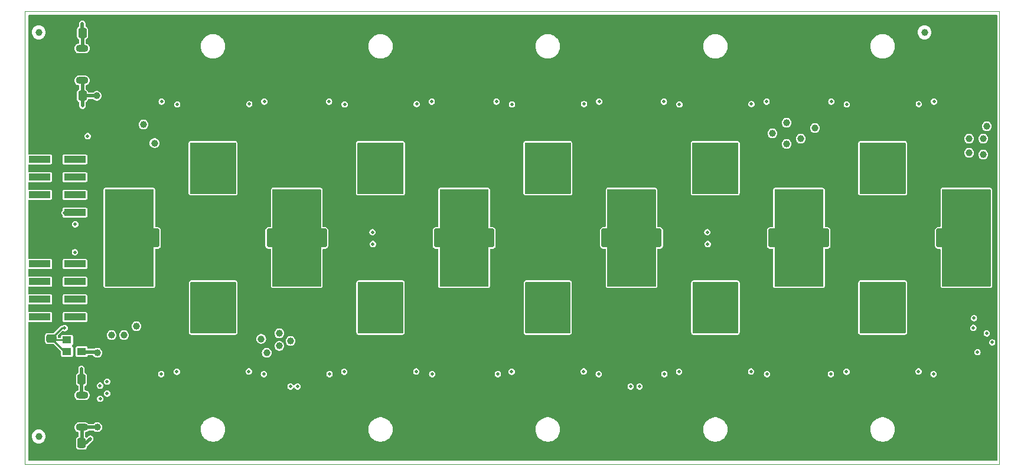
<source format=gbr>
%TF.GenerationSoftware,KiCad,Pcbnew,8.0.6*%
%TF.CreationDate,2024-12-06T19:08:14+01:00*%
%TF.ProjectId,AsicsBoard - 10xBM1370 - 01A,41736963-7342-46f6-9172-64202d203130,rev?*%
%TF.SameCoordinates,Original*%
%TF.FileFunction,Copper,L6,Bot*%
%TF.FilePolarity,Positive*%
%FSLAX46Y46*%
G04 Gerber Fmt 4.6, Leading zero omitted, Abs format (unit mm)*
G04 Created by KiCad (PCBNEW 8.0.6) date 2024-12-06 19:08:14*
%MOMM*%
%LPD*%
G01*
G04 APERTURE LIST*
G04 Aperture macros list*
%AMRoundRect*
0 Rectangle with rounded corners*
0 $1 Rounding radius*
0 $2 $3 $4 $5 $6 $7 $8 $9 X,Y pos of 4 corners*
0 Add a 4 corners polygon primitive as box body*
4,1,4,$2,$3,$4,$5,$6,$7,$8,$9,$2,$3,0*
0 Add four circle primitives for the rounded corners*
1,1,$1+$1,$2,$3*
1,1,$1+$1,$4,$5*
1,1,$1+$1,$6,$7*
1,1,$1+$1,$8,$9*
0 Add four rect primitives between the rounded corners*
20,1,$1+$1,$2,$3,$4,$5,0*
20,1,$1+$1,$4,$5,$6,$7,0*
20,1,$1+$1,$6,$7,$8,$9,0*
20,1,$1+$1,$8,$9,$2,$3,0*%
G04 Aperture macros list end*
%TA.AperFunction,SMDPad,CuDef*%
%ADD10RoundRect,0.250000X0.325000X1.100000X-0.325000X1.100000X-0.325000X-1.100000X0.325000X-1.100000X0*%
%TD*%
%TA.AperFunction,SMDPad,CuDef*%
%ADD11RoundRect,0.250000X-0.325000X-1.100000X0.325000X-1.100000X0.325000X1.100000X-0.325000X1.100000X0*%
%TD*%
%TA.AperFunction,SMDPad,CuDef*%
%ADD12RoundRect,0.250000X0.337500X0.475000X-0.337500X0.475000X-0.337500X-0.475000X0.337500X-0.475000X0*%
%TD*%
%TA.AperFunction,SMDPad,CuDef*%
%ADD13RoundRect,0.250000X1.100000X-0.325000X1.100000X0.325000X-1.100000X0.325000X-1.100000X-0.325000X0*%
%TD*%
%TA.AperFunction,SMDPad,CuDef*%
%ADD14C,1.000000*%
%TD*%
%TA.AperFunction,SMDPad,CuDef*%
%ADD15R,3.150000X1.000000*%
%TD*%
%TA.AperFunction,ComponentPad*%
%ADD16C,0.800000*%
%TD*%
%TA.AperFunction,ComponentPad*%
%ADD17C,6.400000*%
%TD*%
%TA.AperFunction,SMDPad,CuDef*%
%ADD18RoundRect,0.422400X-0.457600X0.057600X-0.457600X-0.057600X0.457600X-0.057600X0.457600X0.057600X0*%
%TD*%
%TA.AperFunction,SMDPad,CuDef*%
%ADD19RoundRect,0.457600X-0.422400X1.172400X-0.422400X-1.172400X0.422400X-1.172400X0.422400X1.172400X0*%
%TD*%
%TA.AperFunction,SMDPad,CuDef*%
%ADD20RoundRect,0.250000X-1.100000X0.325000X-1.100000X-0.325000X1.100000X-0.325000X1.100000X0.325000X0*%
%TD*%
%TA.AperFunction,SMDPad,CuDef*%
%ADD21R,1.300000X1.100000*%
%TD*%
%TA.AperFunction,SMDPad,CuDef*%
%ADD22RoundRect,0.250000X-0.475000X0.337500X-0.475000X-0.337500X0.475000X-0.337500X0.475000X0.337500X0*%
%TD*%
%TA.AperFunction,ViaPad*%
%ADD23C,0.500000*%
%TD*%
%TA.AperFunction,ViaPad*%
%ADD24C,0.800000*%
%TD*%
%TA.AperFunction,Conductor*%
%ADD25C,0.500000*%
%TD*%
%TA.AperFunction,Conductor*%
%ADD26C,0.250000*%
%TD*%
%TA.AperFunction,Profile*%
%ADD27C,0.100000*%
%TD*%
G04 APERTURE END LIST*
D10*
%TO.P,C185,1*%
%TO.N,VPWR_ASIC*%
X196275000Y-87500000D03*
%TO.P,C185,2*%
%TO.N,GND*%
X193325000Y-87500000D03*
%TD*%
D11*
%TO.P,C184,1*%
%TO.N,VPWR_ASIC*%
X179725000Y-87500000D03*
%TO.P,C184,2*%
%TO.N,GND*%
X182675000Y-87500000D03*
%TD*%
D10*
%TO.P,C183,1*%
%TO.N,VPWR_ASIC*%
X172200000Y-87500000D03*
%TO.P,C183,2*%
%TO.N,GND*%
X169250000Y-87500000D03*
%TD*%
D11*
%TO.P,C182,1*%
%TO.N,VPWR_ASIC*%
X155725000Y-87500000D03*
%TO.P,C182,2*%
%TO.N,GND*%
X158675000Y-87500000D03*
%TD*%
D10*
%TO.P,C181,1*%
%TO.N,VPWR_ASIC*%
X148275000Y-87500000D03*
%TO.P,C181,2*%
%TO.N,GND*%
X145325000Y-87500000D03*
%TD*%
D11*
%TO.P,C180,1*%
%TO.N,VPWR_ASIC*%
X131725000Y-87500000D03*
%TO.P,C180,2*%
%TO.N,GND*%
X134675000Y-87500000D03*
%TD*%
D10*
%TO.P,C179,1*%
%TO.N,VPWR_ASIC*%
X124275000Y-87500000D03*
%TO.P,C179,2*%
%TO.N,GND*%
X121325000Y-87500000D03*
%TD*%
D11*
%TO.P,C178,1*%
%TO.N,VPWR_ASIC*%
X107725000Y-87500000D03*
%TO.P,C178,2*%
%TO.N,GND*%
X110675000Y-87500000D03*
%TD*%
D10*
%TO.P,C177,1*%
%TO.N,VPWR_ASIC*%
X100275000Y-87500000D03*
%TO.P,C177,2*%
%TO.N,GND*%
X97325000Y-87500000D03*
%TD*%
D11*
%TO.P,C176,1*%
%TO.N,VPWR_ASIC*%
X83725000Y-87500000D03*
%TO.P,C176,2*%
%TO.N,GND*%
X86675000Y-87500000D03*
%TD*%
D12*
%TO.P,C3,1*%
%TO.N,+0.8V*%
X73149500Y-116952000D03*
%TO.P,C3,2*%
%TO.N,GND*%
X71074500Y-116952000D03*
%TD*%
D13*
%TO.P,C112,1*%
%TO.N,VPWR_ASIC*%
X188000000Y-75017000D03*
%TO.P,C112,2*%
%TO.N,GND*%
X188000000Y-72067000D03*
%TD*%
D14*
%TO.P,TP21,1,1*%
%TO.N,/ASICs/ASICs_BM1370_2/RI1*%
X172188000Y-72502000D03*
%TD*%
%TO.P,TP23,1,1*%
%TO.N,/ASICs/ASICs_BM1370_2/BO1*%
X174220000Y-70978000D03*
%TD*%
D15*
%TO.P,J1,1,Pin_1*%
%TO.N,/CTN2*%
X72195000Y-91232000D03*
%TO.P,J1,2,Pin_2*%
%TO.N,/VSP*%
X67145000Y-91232000D03*
%TO.P,J1,3,Pin_3*%
%TO.N,/CTN2_RTN*%
X72195000Y-93772000D03*
%TO.P,J1,4,Pin_4*%
%TO.N,/VSN*%
X67145000Y-93772000D03*
%TO.P,J1,5,Pin_5*%
%TO.N,/CTN1*%
X72195000Y-96312000D03*
%TO.P,J1,6,Pin_6*%
%TO.N,unconnected-(J1-Pin_6-Pad6)*%
X67145000Y-96312000D03*
%TO.P,J1,7,Pin_7*%
%TO.N,/CTN1_RTN*%
X72195000Y-98852000D03*
%TO.P,J1,8,Pin_8*%
%TO.N,unconnected-(J1-Pin_8-Pad8)*%
X67145000Y-98852000D03*
%TD*%
D16*
%TO.P,H33,1,1*%
%TO.N,VPWR_ASIC*%
X202600000Y-91000000D03*
X201900000Y-92900000D03*
X201900000Y-89100000D03*
X200000000Y-93600000D03*
D17*
X200000000Y-91000000D03*
D16*
X200000000Y-88400000D03*
X198100000Y-92900000D03*
X198100000Y-89100000D03*
X197400000Y-91000000D03*
%TD*%
D14*
%TO.P,TP9,1,1*%
%TO.N,/ASICs/ASICs_BM1370_1/BM1370-4/CLKO*%
X202414000Y-73264000D03*
%TD*%
%TO.P,TP11,1,1*%
%TO.N,/ASICs/ASICs_BM1370_1/BM1370-4/RI*%
X200382000Y-73264000D03*
%TD*%
D16*
%TO.P,H11,1,1*%
%TO.N,VPWR_ASIC*%
X82600000Y-84000000D03*
X81900000Y-85900000D03*
X81900000Y-82100000D03*
X80000000Y-86600000D03*
D17*
X80000000Y-84000000D03*
D16*
X80000000Y-81400000D03*
X78100000Y-85900000D03*
X78100000Y-82100000D03*
X77400000Y-84000000D03*
%TD*%
D14*
%TO.P,TP15,1,1*%
%TO.N,/RSTIn*%
X81002000Y-100188000D03*
%TD*%
%TO.P,TP1,1,1*%
%TO.N,+0.8V*%
X75400000Y-114666000D03*
%TD*%
%TO.P,TP5,1,1*%
%TO.N,/ASICs/ASICs_BM1370_1/RI1*%
X103100000Y-102300000D03*
%TD*%
%TO.P,TP14,1,1*%
%TO.N,/ASICs/ASICs_BM1370_2/BM1370-4/CLKO*%
X82018000Y-71232000D03*
%TD*%
D12*
%TO.P,C2,1*%
%TO.N,+5V_STDBY*%
X73276500Y-58067500D03*
%TO.P,C2,2*%
%TO.N,GND*%
X71201500Y-58067500D03*
%TD*%
D16*
%TO.P,H27,1,1*%
%TO.N,VPWR_ASIC*%
X178600000Y-84000000D03*
X177900000Y-85900000D03*
X177900000Y-82100000D03*
X176000000Y-86600000D03*
D17*
X176000000Y-84000000D03*
D16*
X176000000Y-81400000D03*
X174100000Y-85900000D03*
X174100000Y-82100000D03*
X173400000Y-84000000D03*
%TD*%
D14*
%TO.P,TP4,1,1*%
%TO.N,/ASICs/ASICs_BM1370_1/CLKO1*%
X101500000Y-103000000D03*
%TD*%
D18*
%TO.P,U2,1,VIN*%
%TO.N,+5V_STDBY*%
X73205000Y-110080000D03*
%TO.P,U2,2,GND_(TAB)*%
%TO.N,GND*%
X73205000Y-112380000D03*
%TO.P,U2,3,VOUT*%
%TO.N,+0.8V*%
X73205000Y-114680000D03*
D19*
%TO.P,U2,4,GND_(TAB)_2*%
%TO.N,GND*%
X66955000Y-112380000D03*
%TD*%
D14*
%TO.P,TP19,1,1*%
%TO.N,/ASICs/ASICs_BM1370_2/RSTO1*%
X174220000Y-74026000D03*
%TD*%
D20*
%TO.P,C10,1*%
%TO.N,VPWR_ASIC*%
X116000000Y-99983000D03*
%TO.P,C10,2*%
%TO.N,GND*%
X116000000Y-102933000D03*
%TD*%
D14*
%TO.P,TP8,1,1*%
%TO.N,/ASICs/ASICs_BM1370_1/BM1370-4/RSTO_n*%
X200382000Y-75296000D03*
%TD*%
D16*
%TO.P,H14,1,1*%
%TO.N,GND*%
X82600000Y-115000000D03*
X81900000Y-116900000D03*
X81900000Y-113100000D03*
X80000000Y-117600000D03*
D17*
X80000000Y-115000000D03*
D16*
X80000000Y-112400000D03*
X78100000Y-116900000D03*
X78100000Y-113100000D03*
X77400000Y-115000000D03*
%TD*%
%TO.P,H34,1,1*%
%TO.N,GND*%
X202600000Y-115000000D03*
X201900000Y-116900000D03*
X201900000Y-113100000D03*
X200000000Y-117600000D03*
D17*
X200000000Y-115000000D03*
D16*
X200000000Y-112400000D03*
X198100000Y-116900000D03*
X198100000Y-113100000D03*
X197400000Y-115000000D03*
%TD*%
%TO.P,H21,1,1*%
%TO.N,VPWR_ASIC*%
X130600000Y-91000000D03*
X129900000Y-92900000D03*
X129900000Y-89100000D03*
X128000000Y-93600000D03*
D17*
X128000000Y-91000000D03*
D16*
X128000000Y-88400000D03*
X126100000Y-92900000D03*
X126100000Y-89100000D03*
X125400000Y-91000000D03*
%TD*%
%TO.P,H20,1,1*%
%TO.N,GND*%
X130600000Y-60000000D03*
X129900000Y-61900000D03*
X129900000Y-58100000D03*
X128000000Y-62600000D03*
D17*
X128000000Y-60000000D03*
D16*
X128000000Y-57400000D03*
X126100000Y-61900000D03*
X126100000Y-58100000D03*
X125400000Y-60000000D03*
%TD*%
%TO.P,H19,1,1*%
%TO.N,VPWR_ASIC*%
X130600000Y-84000000D03*
X129900000Y-85900000D03*
X129900000Y-82100000D03*
X128000000Y-86600000D03*
D17*
X128000000Y-84000000D03*
D16*
X128000000Y-81400000D03*
X126100000Y-85900000D03*
X126100000Y-82100000D03*
X125400000Y-84000000D03*
%TD*%
%TO.P,H32,1,1*%
%TO.N,GND*%
X202600000Y-60000000D03*
X201900000Y-61900000D03*
X201900000Y-58100000D03*
X200000000Y-62600000D03*
D17*
X200000000Y-60000000D03*
D16*
X200000000Y-57400000D03*
X198100000Y-61900000D03*
X198100000Y-58100000D03*
X197400000Y-60000000D03*
%TD*%
D14*
%TO.P,FID4,*%
%TO.N,*%
X67000000Y-58000000D03*
%TD*%
D20*
%TO.P,C61,1*%
%TO.N,VPWR_ASIC*%
X140000000Y-99983000D03*
%TO.P,C61,2*%
%TO.N,GND*%
X140000000Y-102933000D03*
%TD*%
D16*
%TO.P,H13,1,1*%
%TO.N,VPWR_ASIC*%
X82600000Y-91000000D03*
X81900000Y-92900000D03*
X81900000Y-89100000D03*
X80000000Y-93600000D03*
D17*
X80000000Y-91000000D03*
D16*
X80000000Y-88400000D03*
X78100000Y-92900000D03*
X78100000Y-89100000D03*
X77400000Y-91000000D03*
%TD*%
%TO.P,H31,1,1*%
%TO.N,VPWR_ASIC*%
X202600000Y-84000000D03*
X201900000Y-85900000D03*
X201900000Y-82100000D03*
X200000000Y-86600000D03*
D17*
X200000000Y-84000000D03*
D16*
X200000000Y-81400000D03*
X198100000Y-85900000D03*
X198100000Y-82100000D03*
X197400000Y-84000000D03*
%TD*%
D20*
%TO.P,C95,1*%
%TO.N,VPWR_ASIC*%
X164000000Y-99983000D03*
%TO.P,C95,2*%
%TO.N,GND*%
X164000000Y-102933000D03*
%TD*%
D16*
%TO.P,H30,1,1*%
%TO.N,GND*%
X178600000Y-115000000D03*
X177900000Y-116900000D03*
X177900000Y-113100000D03*
X176000000Y-117600000D03*
D17*
X176000000Y-115000000D03*
D16*
X176000000Y-112400000D03*
X174100000Y-116900000D03*
X174100000Y-113100000D03*
X173400000Y-115000000D03*
%TD*%
%TO.P,H23,1,1*%
%TO.N,VPWR_ASIC*%
X154600000Y-84000000D03*
X153900000Y-85900000D03*
X153900000Y-82100000D03*
X152000000Y-86600000D03*
D17*
X152000000Y-84000000D03*
D16*
X152000000Y-81400000D03*
X150100000Y-85900000D03*
X150100000Y-82100000D03*
X149400000Y-84000000D03*
%TD*%
%TO.P,H17,1,1*%
%TO.N,VPWR_ASIC*%
X106600000Y-91000000D03*
X105900000Y-92900000D03*
X105900000Y-89100000D03*
X104000000Y-93600000D03*
D17*
X104000000Y-91000000D03*
D16*
X104000000Y-88400000D03*
X102100000Y-92900000D03*
X102100000Y-89100000D03*
X101400000Y-91000000D03*
%TD*%
D14*
%TO.P,TP3,1,1*%
%TO.N,/ASICs/ASICs_BM1370_1/RSTO1*%
X101500000Y-101200000D03*
%TD*%
%TO.P,TP16,1,1*%
%TO.N,/CLKI*%
X75414000Y-103998000D03*
%TD*%
D16*
%TO.P,H25,1,1*%
%TO.N,VPWR_ASIC*%
X154600000Y-91000000D03*
X153900000Y-92900000D03*
X153900000Y-89100000D03*
X152000000Y-93600000D03*
D17*
X152000000Y-91000000D03*
D16*
X152000000Y-88400000D03*
X150100000Y-92900000D03*
X150100000Y-89100000D03*
X149400000Y-91000000D03*
%TD*%
D14*
%TO.P,TP7,1,1*%
%TO.N,/ASICs/ASICs_BM1370_1/BO1*%
X99700000Y-104000000D03*
%TD*%
D21*
%TO.P,U3,1,EN*%
%TO.N,+1.2V*%
X71062000Y-102157000D03*
%TO.P,U3,2,GND*%
%TO.N,GND*%
X73162000Y-102157000D03*
%TO.P,U3,3,OUT*%
%TO.N,/CLKI*%
X73162000Y-103807000D03*
%TO.P,U3,4,VIN*%
%TO.N,+1.2V*%
X71062000Y-103807000D03*
%TD*%
D16*
%TO.P,H22,1,1*%
%TO.N,GND*%
X130600000Y-115000000D03*
X129900000Y-116900000D03*
X129900000Y-113100000D03*
X128000000Y-117600000D03*
D17*
X128000000Y-115000000D03*
D16*
X128000000Y-112400000D03*
X126100000Y-116900000D03*
X126100000Y-113100000D03*
X125400000Y-115000000D03*
%TD*%
D14*
%TO.P,TP6,1,1*%
%TO.N,/ASICs/ASICs_BM1370_1/CO1*%
X98900000Y-102000000D03*
%TD*%
%TO.P,TP12,1,1*%
%TO.N,/ASICs/ASICs_BM1370_1/BM1370-4/BO*%
X202922000Y-71486000D03*
%TD*%
%TO.P,FID5,*%
%TO.N,*%
X67000000Y-116000000D03*
%TD*%
D12*
%TO.P,C4,1*%
%TO.N,+1.2V*%
X73276500Y-67084500D03*
%TO.P,C4,2*%
%TO.N,GND*%
X71201500Y-67084500D03*
%TD*%
D20*
%TO.P,C146,1*%
%TO.N,VPWR_ASIC*%
X188000000Y-99983000D03*
%TO.P,C146,2*%
%TO.N,GND*%
X188000000Y-102933000D03*
%TD*%
D16*
%TO.P,H15,1,1*%
%TO.N,VPWR_ASIC*%
X106600000Y-84000000D03*
X105900000Y-85900000D03*
X105900000Y-82100000D03*
X104000000Y-86600000D03*
D17*
X104000000Y-84000000D03*
D16*
X104000000Y-81400000D03*
X102100000Y-85900000D03*
X102100000Y-82100000D03*
X101400000Y-84000000D03*
%TD*%
D15*
%TO.P,J2,1,Pin_1*%
%TO.N,/RSTIn*%
X72195000Y-76232000D03*
%TO.P,J2,2,Pin_2*%
%TO.N,+5V_STDBY*%
X67145000Y-76232000D03*
%TO.P,J2,3,Pin_3*%
%TO.N,/CI*%
X72195000Y-78772000D03*
%TO.P,J2,4,Pin_4*%
%TO.N,/SCL*%
X67145000Y-78772000D03*
%TO.P,J2,5,Pin_5*%
%TO.N,/RO*%
X72195000Y-81312000D03*
%TO.P,J2,6,Pin_6*%
%TO.N,/SDA*%
X67145000Y-81312000D03*
%TO.P,J2,7,Pin_7*%
%TO.N,+1.2V*%
X72195000Y-83852000D03*
%TO.P,J2,8,Pin_8*%
%TO.N,GND*%
X67145000Y-83852000D03*
%TD*%
D16*
%TO.P,H12,1,1*%
%TO.N,GND*%
X82600000Y-60000000D03*
X81900000Y-61900000D03*
X81900000Y-58100000D03*
X80000000Y-62600000D03*
D17*
X80000000Y-60000000D03*
D16*
X80000000Y-57400000D03*
X78100000Y-61900000D03*
X78100000Y-58100000D03*
X77400000Y-60000000D03*
%TD*%
D14*
%TO.P,TP2,1,1*%
%TO.N,+1.2V*%
X75300000Y-67100000D03*
%TD*%
%TO.P,TP18,1,1*%
%TO.N,/RO*%
X77446000Y-101458000D03*
%TD*%
%TO.P,TP13,1,1*%
%TO.N,/ASICs/ASICs_BM1370_2/BM1370-4/RSTO_n*%
X83600000Y-73900000D03*
%TD*%
%TO.P,TP10,1,1*%
%TO.N,/ASICs/ASICs_BM1370_1/BM1370-4/CO*%
X202414000Y-75550000D03*
%TD*%
D13*
%TO.P,C78,1*%
%TO.N,VPWR_ASIC*%
X140000000Y-75017000D03*
%TO.P,C78,2*%
%TO.N,GND*%
X140000000Y-72067000D03*
%TD*%
D16*
%TO.P,H29,1,1*%
%TO.N,VPWR_ASIC*%
X178600000Y-91000000D03*
X177900000Y-92900000D03*
X177900000Y-89100000D03*
X176000000Y-93600000D03*
D17*
X176000000Y-91000000D03*
D16*
X176000000Y-88400000D03*
X174100000Y-92900000D03*
X174100000Y-89100000D03*
X173400000Y-91000000D03*
%TD*%
D13*
%TO.P,C163,1*%
%TO.N,VPWR_ASIC*%
X92000000Y-75017000D03*
%TO.P,C163,2*%
%TO.N,GND*%
X92000000Y-72067000D03*
%TD*%
D14*
%TO.P,TP17,1,1*%
%TO.N,/CI*%
X79224000Y-101458000D03*
%TD*%
D16*
%TO.P,H24,1,1*%
%TO.N,GND*%
X154600000Y-60000000D03*
X153900000Y-61900000D03*
X153900000Y-58100000D03*
X152000000Y-62600000D03*
D17*
X152000000Y-60000000D03*
D16*
X152000000Y-57400000D03*
X150100000Y-61900000D03*
X150100000Y-58100000D03*
X149400000Y-60000000D03*
%TD*%
D18*
%TO.P,U1,1,VIN*%
%TO.N,+5V_STDBY*%
X73205000Y-60296000D03*
%TO.P,U1,2,GND_(TAB)*%
%TO.N,GND*%
X73205000Y-62596000D03*
%TO.P,U1,3,VOUT*%
%TO.N,+1.2V*%
X73205000Y-64896000D03*
D19*
%TO.P,U1,4,GND_(TAB)_2*%
%TO.N,GND*%
X66955000Y-62596000D03*
%TD*%
D20*
%TO.P,C27,1*%
%TO.N,VPWR_ASIC*%
X92000000Y-99983000D03*
%TO.P,C27,2*%
%TO.N,GND*%
X92000000Y-102933000D03*
%TD*%
D14*
%TO.P,TP20,1,1*%
%TO.N,/ASICs/ASICs_BM1370_2/CLKO1*%
X178284000Y-71740000D03*
%TD*%
%TO.P,TP22,1,1*%
%TO.N,/ASICs/ASICs_BM1370_2/CO1*%
X176252000Y-73264000D03*
%TD*%
D16*
%TO.P,H18,1,1*%
%TO.N,GND*%
X106600000Y-115000000D03*
X105900000Y-116900000D03*
X105900000Y-113100000D03*
X104000000Y-117600000D03*
D17*
X104000000Y-115000000D03*
D16*
X104000000Y-112400000D03*
X102100000Y-116900000D03*
X102100000Y-113100000D03*
X101400000Y-115000000D03*
%TD*%
%TO.P,H26,1,1*%
%TO.N,GND*%
X154600000Y-115000000D03*
X153900000Y-116900000D03*
X153900000Y-113100000D03*
X152000000Y-117600000D03*
D17*
X152000000Y-115000000D03*
D16*
X152000000Y-112400000D03*
X150100000Y-116900000D03*
X150100000Y-113100000D03*
X149400000Y-115000000D03*
%TD*%
D13*
%TO.P,C44,1*%
%TO.N,VPWR_ASIC*%
X164000000Y-75017000D03*
%TO.P,C44,2*%
%TO.N,GND*%
X164000000Y-72067000D03*
%TD*%
D14*
%TO.P,FID6,*%
%TO.N,*%
X194000000Y-58000000D03*
%TD*%
D16*
%TO.P,H28,1,1*%
%TO.N,GND*%
X178600000Y-60000000D03*
X177900000Y-61900000D03*
X177900000Y-58100000D03*
X176000000Y-62600000D03*
D17*
X176000000Y-60000000D03*
D16*
X176000000Y-57400000D03*
X174100000Y-61900000D03*
X174100000Y-58100000D03*
X173400000Y-60000000D03*
%TD*%
%TO.P,H16,1,1*%
%TO.N,GND*%
X106600000Y-60000000D03*
X105900000Y-61900000D03*
X105900000Y-58100000D03*
X104000000Y-62600000D03*
D17*
X104000000Y-60000000D03*
D16*
X104000000Y-57400000D03*
X102100000Y-61900000D03*
X102100000Y-58100000D03*
X101400000Y-60000000D03*
%TD*%
D13*
%TO.P,C129,1*%
%TO.N,VPWR_ASIC*%
X116000000Y-75017000D03*
%TO.P,C129,2*%
%TO.N,GND*%
X116000000Y-72067000D03*
%TD*%
D22*
%TO.P,C5,1*%
%TO.N,+1.2V*%
X68810000Y-101944500D03*
%TO.P,C5,2*%
%TO.N,GND*%
X68810000Y-104019500D03*
%TD*%
D12*
%TO.P,C1,1*%
%TO.N,+5V_STDBY*%
X73149500Y-107808000D03*
%TO.P,C1,2*%
%TO.N,GND*%
X71074500Y-107808000D03*
%TD*%
D23*
%TO.N,/CTN2*%
X72195000Y-91232000D03*
%TO.N,/CTN2_RTN*%
X72195000Y-93772000D03*
%TO.N,/CTN1*%
X72195000Y-96312000D03*
%TO.N,/CTN1_RTN*%
X72195000Y-98852000D03*
%TO.N,/VSP*%
X67145000Y-91232000D03*
%TO.N,/VSN*%
X67145000Y-93772000D03*
%TO.N,+1.2V*%
X70715000Y-83900000D03*
%TO.N,/ASICs/ASICs_BM1370_1/CO1*%
X98900000Y-102000000D03*
%TO.N,/ASICs/ASICs_BM1370_1/RSTO1*%
X101500000Y-101200000D03*
%TO.N,/ASICs/ASICs_BM1370_1/RI1*%
X103100000Y-102380000D03*
%TO.N,/ASICs/ASICs_BM1370_1/CLKO1*%
X101500000Y-103100000D03*
%TO.N,/ASICs/ASICs_BM1370_1/BO1*%
X99700000Y-104000000D03*
%TO.N,+1.2V*%
X74017000Y-72883000D03*
%TO.N,/CTN1*%
X114914000Y-88377000D03*
%TO.N,/CTN1_RTN*%
X114860000Y-86675000D03*
%TO.N,/CTN2*%
X162920000Y-88377000D03*
%TO.N,/CTN2_RTN*%
X162866000Y-86675000D03*
%TO.N,+0.8V*%
X84627000Y-67930000D03*
X99348000Y-67930000D03*
X108630000Y-67930000D03*
X123351000Y-67930000D03*
X132633000Y-67930000D03*
X147354000Y-67930000D03*
X171357000Y-67930000D03*
X180639000Y-67930000D03*
X195360000Y-67930000D03*
%TO.N,+5V_STDBY*%
X73128000Y-106284000D03*
X67145000Y-76185000D03*
X73255000Y-56754000D03*
D24*
%TO.N,GND*%
X94000000Y-103500000D03*
D23*
X99320000Y-108000000D03*
X122200000Y-74500000D03*
X67032000Y-64882000D03*
D24*
X114000000Y-103500000D03*
X138000000Y-108508000D03*
D23*
X159180000Y-96200000D03*
D24*
X162000000Y-73000000D03*
D23*
X180680000Y-104500000D03*
X157500000Y-105700000D03*
D24*
X166000000Y-71500000D03*
D23*
X134596000Y-66160000D03*
X96820000Y-96200000D03*
D24*
X190000000Y-103500000D03*
X90000000Y-68500000D03*
X166000000Y-66500000D03*
X186000000Y-106500000D03*
D23*
X194500000Y-69454010D03*
X168820000Y-95200000D03*
X192820000Y-95200000D03*
X193524000Y-108816000D03*
X135180000Y-79800000D03*
X67032000Y-60310000D03*
X168820000Y-78800000D03*
D24*
X118000000Y-66500000D03*
D23*
X123300000Y-78620000D03*
D24*
X138000000Y-71500000D03*
D23*
X144820000Y-95200000D03*
X183200000Y-95200000D03*
D24*
X162000000Y-108508000D03*
D23*
X158472000Y-69708000D03*
X108700000Y-78620000D03*
D24*
X186000000Y-68500000D03*
D23*
X108680000Y-67000000D03*
D24*
X114000000Y-73000000D03*
X116000000Y-66500000D03*
D23*
X183180000Y-78800000D03*
D24*
X114000000Y-106500000D03*
D23*
X144800000Y-79800000D03*
X99320000Y-70500000D03*
D24*
X162000000Y-66500000D03*
X142000000Y-106500000D03*
X92000000Y-66500000D03*
X90000000Y-102000000D03*
D23*
X98200000Y-100500000D03*
X159180000Y-78800000D03*
D24*
X94000000Y-68500000D03*
D23*
X87180000Y-79800000D03*
D24*
X138000000Y-105000000D03*
D23*
X195300000Y-78620000D03*
D24*
X186000000Y-70000000D03*
D23*
X86500000Y-108734000D03*
D24*
X92000000Y-108500000D03*
X190000000Y-68500000D03*
X162000000Y-106500000D03*
D23*
X180700000Y-96380000D03*
D24*
X186000000Y-105000000D03*
D23*
X66943500Y-114704500D03*
X183180000Y-96200000D03*
D24*
X90000000Y-70000000D03*
X94000000Y-70000000D03*
D23*
X99320000Y-67000000D03*
X135180000Y-78800000D03*
X109500000Y-105700000D03*
X97512000Y-108816000D03*
D24*
X190000000Y-105000000D03*
X138000000Y-66500000D03*
D23*
X144820000Y-78800000D03*
D24*
X188000000Y-66500000D03*
D23*
X110466000Y-69708000D03*
X84680000Y-108000000D03*
X110466000Y-108816000D03*
D24*
X114000000Y-108500000D03*
X114000000Y-70000000D03*
D23*
X156700000Y-78620000D03*
X97512000Y-66160000D03*
X123320000Y-108000000D03*
X108700000Y-96380000D03*
D24*
X186000000Y-108508000D03*
X94000000Y-71500000D03*
D23*
X84700000Y-96380000D03*
X181800000Y-74500000D03*
D24*
X162000000Y-70000000D03*
X94000000Y-102000000D03*
D23*
X120820000Y-95200000D03*
D24*
X166000000Y-108508000D03*
D23*
X86590000Y-69708000D03*
X84700000Y-78620000D03*
D24*
X114000000Y-105000000D03*
X114000000Y-71500000D03*
X142000000Y-66500000D03*
X90000000Y-73000000D03*
D23*
X182602000Y-66160000D03*
X145518000Y-108816000D03*
X180700000Y-78620000D03*
D24*
X94000000Y-66500000D03*
D23*
X171320000Y-108000000D03*
X146500000Y-105700000D03*
X157800000Y-100500000D03*
X168820000Y-96200000D03*
D24*
X189996441Y-66468000D03*
D23*
X147320000Y-70500000D03*
D24*
X190000000Y-102000000D03*
D23*
X170200000Y-100500000D03*
D24*
X186000000Y-71500000D03*
D23*
X85446994Y-105268000D03*
X171320000Y-67000000D03*
D24*
X138000000Y-68500000D03*
X166000000Y-106500000D03*
X166000000Y-68500000D03*
X90000000Y-103500000D03*
D23*
X171300000Y-78620000D03*
D24*
X142000000Y-70000000D03*
X114000000Y-66500000D03*
D23*
X181500000Y-105700000D03*
X122500000Y-105700000D03*
D24*
X90000000Y-71500000D03*
X186000000Y-66500000D03*
X138000000Y-106500000D03*
X118000000Y-73000000D03*
X142000000Y-103500000D03*
X94000000Y-108500000D03*
D23*
X111200000Y-95200000D03*
X67145000Y-83852000D03*
X183180000Y-79800000D03*
X109800000Y-74500000D03*
X109800000Y-100500000D03*
X182602000Y-108816000D03*
X71096000Y-106284000D03*
D24*
X94000000Y-73000000D03*
D23*
X146200000Y-100500000D03*
D24*
X162000000Y-68500000D03*
D23*
X84680000Y-67000000D03*
X156680000Y-67000000D03*
X99300000Y-96380000D03*
D24*
X142000000Y-68500000D03*
X94000000Y-105000000D03*
X138000000Y-73000000D03*
D23*
X133800000Y-100500000D03*
D24*
X162000000Y-103500000D03*
D23*
X194200000Y-100500000D03*
X156680000Y-108000000D03*
X133500000Y-105700000D03*
D24*
X142000000Y-71500000D03*
X90000000Y-105000000D03*
D23*
X133800000Y-74500000D03*
X111180000Y-79800000D03*
D24*
X140000000Y-66500000D03*
D23*
X96820000Y-95200000D03*
X120820000Y-78800000D03*
D24*
X118000000Y-108500000D03*
D23*
X156680000Y-104500000D03*
X98200000Y-74500000D03*
X70080000Y-58024000D03*
D24*
X118000000Y-71500000D03*
D23*
X157800000Y-74500000D03*
X108680000Y-108000000D03*
D24*
X166000000Y-70000000D03*
D23*
X134596000Y-69708000D03*
X132700000Y-78620000D03*
D24*
X118000000Y-103500000D03*
D23*
X159180000Y-79800000D03*
X147300000Y-78620000D03*
X71096000Y-115809000D03*
D24*
X164000000Y-66500000D03*
D23*
X182602000Y-69708000D03*
X170500000Y-69454000D03*
D24*
X166000000Y-103500000D03*
D23*
X87180000Y-96200000D03*
D24*
X118000000Y-106500000D03*
D23*
X144820000Y-96200000D03*
X193524000Y-66160000D03*
D24*
X164000000Y-108508000D03*
D23*
X86590000Y-66160000D03*
D24*
X118000000Y-102000000D03*
D23*
X156700000Y-96380000D03*
D24*
X142000000Y-108508000D03*
X118000000Y-70000000D03*
D23*
X180680000Y-108000000D03*
X98500000Y-69454002D03*
D24*
X142000000Y-105000000D03*
D23*
X111180000Y-78800000D03*
X158472000Y-108816000D03*
D24*
X190000000Y-108508000D03*
D23*
X169394000Y-108816000D03*
X85800000Y-74500000D03*
D24*
X138000000Y-102000000D03*
X118000000Y-68500000D03*
D23*
X195320000Y-70500000D03*
X121388000Y-66160000D03*
D24*
X186000000Y-102000000D03*
D23*
X195320000Y-108000000D03*
X96820000Y-78800000D03*
X146500000Y-69454000D03*
X98500000Y-105700000D03*
D24*
X190000000Y-73000000D03*
D23*
X68810000Y-105141000D03*
X123320000Y-70500000D03*
X71527000Y-112380000D03*
X134596000Y-108816000D03*
X192820000Y-96200000D03*
X110466000Y-66160000D03*
X170500000Y-105700000D03*
X135180000Y-96200000D03*
D24*
X118000000Y-105000000D03*
D23*
X120820000Y-96200000D03*
X132680000Y-108000000D03*
X146200000Y-74500000D03*
X121388000Y-108816000D03*
D24*
X166000000Y-105000000D03*
D23*
X87180000Y-78800000D03*
X147320000Y-67000000D03*
X123320000Y-67000000D03*
X159200000Y-95200000D03*
X122200000Y-100500000D03*
X145518000Y-66160000D03*
X171300000Y-96380000D03*
D24*
X166000000Y-102000000D03*
D23*
X87200000Y-95200000D03*
X181800000Y-100500000D03*
D24*
X188000000Y-108508000D03*
D23*
X168800000Y-79800000D03*
X132680000Y-67000000D03*
X71477000Y-62596000D03*
X192800000Y-79800000D03*
D24*
X90000000Y-66500000D03*
X90000000Y-106500000D03*
X190000000Y-106500000D03*
D23*
X192820000Y-78800000D03*
X99300000Y-78620000D03*
D24*
X186000000Y-73000000D03*
D23*
X66943500Y-110132500D03*
X195300000Y-96380000D03*
X85800000Y-100500000D03*
X84680000Y-104500000D03*
D24*
X162000000Y-102000000D03*
X142000000Y-102000000D03*
D23*
X169394000Y-66160000D03*
D24*
X114000000Y-68500000D03*
X142000000Y-73000000D03*
X190000000Y-71500000D03*
D23*
X132700000Y-96380000D03*
D24*
X140000000Y-108508000D03*
D23*
X75600000Y-88500000D03*
X120800000Y-79800000D03*
X158472000Y-66160000D03*
X194500000Y-105700000D03*
D24*
X162000000Y-71500000D03*
X94000000Y-106500000D03*
X190000000Y-70000000D03*
D23*
X96800000Y-79800000D03*
X147300000Y-96380000D03*
X111180000Y-96200000D03*
X132680000Y-104500000D03*
D24*
X114000000Y-102000000D03*
X138000000Y-70000000D03*
D23*
X123300000Y-96380000D03*
X170200000Y-74500000D03*
D24*
X166000000Y-73000000D03*
D23*
X195320000Y-67000000D03*
D24*
X138000000Y-103500000D03*
D23*
X180680000Y-67000000D03*
X194200000Y-74500000D03*
D24*
X162000000Y-105000000D03*
D23*
X122500000Y-69453982D03*
D24*
X186000000Y-103500000D03*
D23*
X70080000Y-67168000D03*
X171320000Y-70500000D03*
X147320000Y-108000000D03*
X73166500Y-101204000D03*
X108680000Y-104500000D03*
D24*
X90000000Y-108500000D03*
X116000000Y-108500000D03*
D23*
X135200000Y-95200000D03*
%TO.N,+0.8V*%
X123412000Y-107046000D03*
X156702000Y-107046000D03*
X147288000Y-107046000D03*
X84566000Y-107046000D03*
X180578000Y-107046000D03*
X99282000Y-107046000D03*
X108696000Y-107046000D03*
X171418000Y-107046000D03*
X132826000Y-107046000D03*
X74398000Y-116317000D03*
X195294000Y-107046000D03*
%TO.N,+1.2V*%
X86810000Y-106710000D03*
X97190000Y-68290000D03*
X72195000Y-83852000D03*
X86860000Y-68340000D03*
X97140000Y-106660000D03*
X158860000Y-68340000D03*
X193190000Y-68290000D03*
X70715000Y-100442000D03*
X134810000Y-106710000D03*
X169190000Y-68290000D03*
X121190000Y-68290000D03*
X110860000Y-68340000D03*
X110810000Y-106710000D03*
X182860000Y-68340000D03*
X158810000Y-106710000D03*
X73276500Y-68543500D03*
X134860000Y-68340000D03*
X182810000Y-106710000D03*
X121140000Y-106660000D03*
X193140000Y-106660000D03*
X145190000Y-68290000D03*
X145140000Y-106660000D03*
X169140000Y-106660000D03*
D24*
%TO.N,VPWR_ASIC*%
X162000000Y-78600000D03*
X116000000Y-96400000D03*
X118000000Y-94400000D03*
X166000000Y-98400000D03*
X186000000Y-76600000D03*
X118000000Y-96400000D03*
X164000000Y-96400000D03*
X118000000Y-78600000D03*
X118000000Y-100400000D03*
X186000000Y-80600000D03*
X92000000Y-80600000D03*
X116000000Y-98400000D03*
X118000000Y-74600000D03*
X162000000Y-80600000D03*
X188000000Y-78600000D03*
X190000000Y-98400000D03*
X114000000Y-98400000D03*
X186000000Y-94400000D03*
X138000000Y-94400000D03*
X116000000Y-76600000D03*
X116000000Y-78600000D03*
X190000000Y-96400000D03*
X162000000Y-100400000D03*
X114000000Y-74600000D03*
X116000000Y-94400000D03*
X166000000Y-100400000D03*
X140000000Y-78600000D03*
X140000000Y-98400000D03*
X138000000Y-74600000D03*
X142000000Y-94400000D03*
X114000000Y-100400000D03*
X164000000Y-80600000D03*
X90000000Y-98400000D03*
X92000000Y-78600000D03*
X138000000Y-100400000D03*
X186000000Y-74600000D03*
X94000000Y-74600000D03*
X94000000Y-100400000D03*
X142000000Y-78600000D03*
X190000000Y-94400000D03*
X94000000Y-98400000D03*
X142000000Y-80600000D03*
X186000000Y-96400000D03*
X90000000Y-94400000D03*
X118000000Y-80600000D03*
X140000000Y-80600000D03*
X140000000Y-76600000D03*
X190000000Y-76600000D03*
X114000000Y-94400000D03*
X190000000Y-80600000D03*
X140000000Y-96400000D03*
X164000000Y-78600000D03*
X166000000Y-78600000D03*
X92000000Y-94400000D03*
X116000000Y-80600000D03*
X114000000Y-96400000D03*
X164000000Y-76600000D03*
X164000000Y-94400000D03*
X186000000Y-100400000D03*
X166000000Y-74600000D03*
X186000000Y-98400000D03*
X94000000Y-94400000D03*
X114000000Y-76600000D03*
X90000000Y-74600000D03*
X166000000Y-96400000D03*
X94000000Y-96400000D03*
X142000000Y-100400000D03*
X162000000Y-76600000D03*
X190000000Y-78600000D03*
X142000000Y-74600000D03*
X138000000Y-80600000D03*
X166000000Y-94400000D03*
X94000000Y-78600000D03*
X90000000Y-76600000D03*
X114000000Y-78600000D03*
X186000000Y-78600000D03*
X94000000Y-76600000D03*
X118000000Y-98400000D03*
X188000000Y-98400000D03*
X166000000Y-76600000D03*
X162000000Y-74600000D03*
X166000000Y-80600000D03*
X188000000Y-96400000D03*
X90000000Y-78600000D03*
X138000000Y-96400000D03*
X138000000Y-76600000D03*
X162000000Y-96400000D03*
X90000000Y-96400000D03*
X190000000Y-74600000D03*
X190000000Y-100400000D03*
X140000000Y-94400000D03*
X92000000Y-98400000D03*
X90000000Y-80600000D03*
X114000000Y-80600000D03*
X188000000Y-80600000D03*
X138000000Y-98400000D03*
X92000000Y-96400000D03*
X162000000Y-94400000D03*
X142000000Y-96400000D03*
X92000000Y-76600000D03*
X138000000Y-78600000D03*
X94000000Y-80600000D03*
X142000000Y-76600000D03*
X188000000Y-76600000D03*
X142000000Y-98400000D03*
X162000000Y-98400000D03*
X90000000Y-100400000D03*
X188000000Y-94400000D03*
X164000000Y-98400000D03*
X118000000Y-76600000D03*
D23*
%TO.N,/VSP*%
X72239000Y-85555000D03*
%TO.N,/VSN*%
X72200000Y-89548000D03*
%TO.N,/CTN1_RTN*%
X103100000Y-108824000D03*
X76811000Y-108117591D03*
%TO.N,/CTN1*%
X104116000Y-108824000D03*
X75795000Y-108697000D03*
%TO.N,/CTN2*%
X75804668Y-110592332D03*
X153138000Y-108824000D03*
%TO.N,/CTN2_RTN*%
X151868000Y-108824000D03*
X76811000Y-109840000D03*
%TO.N,/RSTIn*%
X81002000Y-100188000D03*
X72195000Y-76232000D03*
%TO.N,/CLKI*%
X75160000Y-103871000D03*
%TO.N,/CI*%
X72195000Y-78772000D03*
X79224000Y-101458000D03*
%TO.N,/RO*%
X72195000Y-81312000D03*
X77446000Y-101458000D03*
%TO.N,/ASICs/ASICs_BM1370_2/RI1*%
X172188000Y-72620000D03*
%TO.N,/ASICs/ASICs_BM1370_2/CO1*%
X176252000Y-73220000D03*
%TO.N,/ASICs/ASICs_BM1370_1/BM1370-4/RI*%
X200382000Y-73264000D03*
X202922000Y-101204000D03*
%TO.N,/ASICs/ASICs_BM1370_2/CLKO1*%
X178284000Y-71900000D03*
%TO.N,/ASICs/ASICs_BM1370_2/BO1*%
X174220000Y-71100000D03*
%TO.N,/ASICs/ASICs_BM1370_1/BM1370-4/CO*%
X202414000Y-75550000D03*
X201000000Y-100400000D03*
%TO.N,/ASICs/ASICs_BM1370_1/BM1370-4/CLKO*%
X202414000Y-73264000D03*
X203699996Y-102500000D03*
%TO.N,/ASICs/ASICs_BM1370_1/BM1370-4/BO*%
X201600000Y-103900000D03*
X202922000Y-71486000D03*
%TO.N,/ASICs/ASICs_BM1370_2/BM1370-4/CLKO*%
X82018000Y-71232000D03*
%TO.N,/ASICs/ASICs_BM1370_1/BM1370-4/RSTO_n*%
X200382000Y-75296000D03*
X201094027Y-99029027D03*
%TO.N,/ASICs/ASICs_BM1370_2/BM1370-4/RSTO_n*%
X83600000Y-73900000D03*
%TO.N,/ASICs/ASICs_BM1370_2/RSTO1*%
X174220000Y-74026000D03*
%TO.N,+0.8V*%
X156636000Y-67930000D03*
%TD*%
D25*
%TO.N,+5V_STDBY*%
X73128000Y-106284000D02*
X73128000Y-107786500D01*
X73149500Y-107808000D02*
X73149500Y-110024500D01*
X73255000Y-56754000D02*
X73255000Y-58046000D01*
X73276500Y-58067500D02*
X73276500Y-60224500D01*
%TO.N,GND*%
X66943500Y-112495500D02*
X66943500Y-114704500D01*
X68810000Y-103998000D02*
X68810000Y-105141000D01*
X67032000Y-62673000D02*
X67032000Y-64882000D01*
X73255000Y-112380000D02*
X71527000Y-112380000D01*
X71096000Y-116952000D02*
X71096000Y-115809000D01*
X67032000Y-62519000D02*
X67032000Y-60310000D01*
X71096000Y-107427000D02*
X71096000Y-106284000D01*
X71223000Y-58024000D02*
X70080000Y-58024000D01*
X73205000Y-62596000D02*
X71477000Y-62596000D01*
X66943500Y-112341500D02*
X66943500Y-110132500D01*
X73166500Y-101204000D02*
X73166500Y-102181500D01*
X71223000Y-67168000D02*
X70080000Y-67168000D01*
%TO.N,+0.8V*%
X73205000Y-114680000D02*
X73205000Y-116896500D01*
X73205000Y-114680000D02*
X75400000Y-114680000D01*
X73763000Y-116952000D02*
X74398000Y-116317000D01*
X73149500Y-116952000D02*
X73763000Y-116952000D01*
D26*
%TO.N,+1.2V*%
X70672500Y-103807000D02*
X68810000Y-101944500D01*
X68810000Y-101944500D02*
X70312500Y-100442000D01*
X71062000Y-102157000D02*
X69022500Y-102157000D01*
X70312500Y-100442000D02*
X70715000Y-100442000D01*
D25*
%TO.N,/CLKI*%
X75160000Y-103871000D02*
X73226000Y-103871000D01*
%TO.N,+1.2V*%
X73276500Y-67084500D02*
X73276500Y-64967500D01*
X73276500Y-67084500D02*
X73276500Y-68543500D01*
X73276500Y-67084500D02*
X75243500Y-67084500D01*
%TD*%
%TA.AperFunction,Conductor*%
%TO.N,GND*%
G36*
X204392539Y-55503685D02*
G01*
X204438294Y-55556489D01*
X204449500Y-55608000D01*
X204449500Y-119368000D01*
X204429815Y-119435039D01*
X204377011Y-119480794D01*
X204325500Y-119492000D01*
X65632000Y-119492000D01*
X65564961Y-119472315D01*
X65519206Y-119419511D01*
X65508000Y-119368000D01*
X65508000Y-116000000D01*
X65994659Y-116000000D01*
X66013975Y-116196129D01*
X66013976Y-116196132D01*
X66068632Y-116376309D01*
X66071188Y-116384733D01*
X66164086Y-116558532D01*
X66164090Y-116558539D01*
X66289116Y-116710883D01*
X66441460Y-116835909D01*
X66441467Y-116835913D01*
X66615266Y-116928811D01*
X66615269Y-116928811D01*
X66615273Y-116928814D01*
X66803868Y-116986024D01*
X67000000Y-117005341D01*
X67196132Y-116986024D01*
X67384727Y-116928814D01*
X67558538Y-116835910D01*
X67710883Y-116710883D01*
X67835910Y-116558538D01*
X67928814Y-116384727D01*
X67986024Y-116196132D01*
X68005341Y-116000000D01*
X67986024Y-115803868D01*
X67928814Y-115615273D01*
X67928811Y-115615269D01*
X67928811Y-115615266D01*
X67835913Y-115441467D01*
X67835909Y-115441460D01*
X67710883Y-115289116D01*
X67558539Y-115164090D01*
X67558532Y-115164086D01*
X67384733Y-115071188D01*
X67384727Y-115071186D01*
X67196132Y-115013976D01*
X67196129Y-115013975D01*
X67000000Y-114994659D01*
X66803870Y-115013975D01*
X66615266Y-115071188D01*
X66441467Y-115164086D01*
X66441460Y-115164090D01*
X66289116Y-115289116D01*
X66164090Y-115441460D01*
X66164086Y-115441467D01*
X66071188Y-115615266D01*
X66013975Y-115803870D01*
X65994659Y-116000000D01*
X65508000Y-116000000D01*
X65508000Y-114559486D01*
X72124500Y-114559486D01*
X72124500Y-114800513D01*
X72127278Y-114835816D01*
X72127279Y-114835822D01*
X72171185Y-114986945D01*
X72171186Y-114986948D01*
X72251298Y-115122411D01*
X72251304Y-115122419D01*
X72362580Y-115233695D01*
X72362584Y-115233698D01*
X72362586Y-115233700D01*
X72498050Y-115313813D01*
X72649182Y-115357721D01*
X72649195Y-115357722D01*
X72652777Y-115358377D01*
X72654605Y-115359297D01*
X72655266Y-115359489D01*
X72655230Y-115359611D01*
X72715189Y-115389785D01*
X72750713Y-115449950D01*
X72754500Y-115480360D01*
X72754500Y-115931854D01*
X72734815Y-115998893D01*
X72682011Y-116044648D01*
X72671455Y-116048895D01*
X72599119Y-116074206D01*
X72599117Y-116074207D01*
X72489850Y-116154850D01*
X72409207Y-116264117D01*
X72409206Y-116264119D01*
X72364353Y-116392298D01*
X72364353Y-116392300D01*
X72361500Y-116422730D01*
X72361500Y-117481269D01*
X72364353Y-117511699D01*
X72364353Y-117511701D01*
X72409206Y-117639880D01*
X72409207Y-117639882D01*
X72489850Y-117749150D01*
X72599118Y-117829793D01*
X72641845Y-117844744D01*
X72727299Y-117874646D01*
X72757730Y-117877500D01*
X72757734Y-117877500D01*
X73541270Y-117877500D01*
X73571699Y-117874646D01*
X73571701Y-117874646D01*
X73635790Y-117852219D01*
X73699882Y-117829793D01*
X73809150Y-117749150D01*
X73889793Y-117639882D01*
X73912219Y-117575790D01*
X73934646Y-117511701D01*
X73934646Y-117511699D01*
X73937500Y-117481269D01*
X73937500Y-117443036D01*
X73957185Y-117375997D01*
X73999500Y-117335649D01*
X74039614Y-117312489D01*
X74672876Y-116679226D01*
X74693520Y-116662592D01*
X74696049Y-116660967D01*
X74725043Y-116627503D01*
X74731049Y-116621052D01*
X74758490Y-116593614D01*
X74760715Y-116589758D01*
X74774390Y-116570554D01*
X74780882Y-116563063D01*
X74796426Y-116529022D01*
X74801820Y-116518559D01*
X74817799Y-116490886D01*
X74820731Y-116479939D01*
X74827716Y-116460510D01*
X74834697Y-116445226D01*
X74839048Y-116414956D01*
X74842006Y-116400537D01*
X74848499Y-116376309D01*
X74848499Y-116358099D01*
X74849761Y-116340452D01*
X74853133Y-116317000D01*
X74849761Y-116293545D01*
X74848499Y-116275899D01*
X74848499Y-116257693D01*
X74848499Y-116257690D01*
X74842008Y-116233464D01*
X74839046Y-116219022D01*
X74834698Y-116188778D01*
X74834697Y-116188776D01*
X74834697Y-116188774D01*
X74827713Y-116173481D01*
X74820734Y-116154067D01*
X74817799Y-116143113D01*
X74801825Y-116115445D01*
X74796418Y-116104956D01*
X74780884Y-116070941D01*
X74780883Y-116070940D01*
X74780882Y-116070937D01*
X74774387Y-116063441D01*
X74760715Y-116044240D01*
X74758490Y-116040386D01*
X74731064Y-116012960D01*
X74725033Y-116006483D01*
X74696049Y-115973033D01*
X74693517Y-115971406D01*
X74681102Y-115961401D01*
X74681060Y-115961457D01*
X74674619Y-115956515D01*
X74674614Y-115956510D01*
X74635108Y-115933701D01*
X74630069Y-115930630D01*
X74587067Y-115902994D01*
X74585771Y-115902403D01*
X74576837Y-115899251D01*
X74571885Y-115897200D01*
X74521251Y-115883632D01*
X74518415Y-115882836D01*
X74462774Y-115866500D01*
X74462772Y-115866500D01*
X74333228Y-115866500D01*
X74320762Y-115870159D01*
X74277592Y-115882834D01*
X74274760Y-115883629D01*
X74224108Y-115897202D01*
X74219148Y-115899257D01*
X74210223Y-115902405D01*
X74208932Y-115902995D01*
X74165943Y-115930622D01*
X74160908Y-115933690D01*
X74121388Y-115956508D01*
X74114937Y-115961458D01*
X74114895Y-115961403D01*
X74102490Y-115971401D01*
X74099950Y-115973033D01*
X74099949Y-115973034D01*
X74070965Y-116006483D01*
X74064934Y-116012960D01*
X73950136Y-116127758D01*
X73888813Y-116161243D01*
X73819121Y-116156259D01*
X73788823Y-116139848D01*
X73705866Y-116078623D01*
X73663615Y-116022975D01*
X73655500Y-115978853D01*
X73655500Y-115480360D01*
X73675185Y-115413321D01*
X73727989Y-115367566D01*
X73757223Y-115358377D01*
X73760803Y-115357722D01*
X73760818Y-115357721D01*
X73911950Y-115313813D01*
X74047414Y-115233700D01*
X74114296Y-115166817D01*
X74175617Y-115133334D01*
X74201976Y-115130500D01*
X74820920Y-115130500D01*
X74887959Y-115150185D01*
X74903147Y-115161685D01*
X74999147Y-115246733D01*
X74999149Y-115246735D01*
X75079899Y-115289116D01*
X75149775Y-115325790D01*
X75314944Y-115366500D01*
X75485056Y-115366500D01*
X75650225Y-115325790D01*
X75729692Y-115284081D01*
X75800849Y-115246736D01*
X75800850Y-115246734D01*
X75800852Y-115246734D01*
X75928183Y-115133929D01*
X76024818Y-114993930D01*
X76066031Y-114885258D01*
X90249500Y-114885258D01*
X90249500Y-115114741D01*
X90272458Y-115289116D01*
X90279452Y-115342238D01*
X90306038Y-115441460D01*
X90338842Y-115563887D01*
X90426650Y-115775876D01*
X90426656Y-115775888D01*
X90535376Y-115964198D01*
X90541392Y-115974617D01*
X90681081Y-116156661D01*
X90681089Y-116156670D01*
X90843330Y-116318911D01*
X90843338Y-116318918D01*
X91025382Y-116458607D01*
X91025385Y-116458608D01*
X91025388Y-116458611D01*
X91224112Y-116573344D01*
X91224117Y-116573346D01*
X91224123Y-116573349D01*
X91315480Y-116611190D01*
X91436113Y-116661158D01*
X91657762Y-116720548D01*
X91885266Y-116750500D01*
X91885273Y-116750500D01*
X92114727Y-116750500D01*
X92114734Y-116750500D01*
X92342238Y-116720548D01*
X92563887Y-116661158D01*
X92775888Y-116573344D01*
X92974612Y-116458611D01*
X93156661Y-116318919D01*
X93156665Y-116318914D01*
X93156670Y-116318911D01*
X93318911Y-116156670D01*
X93318914Y-116156665D01*
X93318919Y-116156661D01*
X93458611Y-115974612D01*
X93573344Y-115775888D01*
X93661158Y-115563887D01*
X93720548Y-115342238D01*
X93750500Y-115114734D01*
X93750500Y-114885266D01*
X93750499Y-114885258D01*
X114249500Y-114885258D01*
X114249500Y-115114741D01*
X114272458Y-115289116D01*
X114279452Y-115342238D01*
X114306038Y-115441460D01*
X114338842Y-115563887D01*
X114426650Y-115775876D01*
X114426656Y-115775888D01*
X114535376Y-115964198D01*
X114541392Y-115974617D01*
X114681081Y-116156661D01*
X114681089Y-116156670D01*
X114843330Y-116318911D01*
X114843338Y-116318918D01*
X115025382Y-116458607D01*
X115025385Y-116458608D01*
X115025388Y-116458611D01*
X115224112Y-116573344D01*
X115224117Y-116573346D01*
X115224123Y-116573349D01*
X115315480Y-116611190D01*
X115436113Y-116661158D01*
X115657762Y-116720548D01*
X115885266Y-116750500D01*
X115885273Y-116750500D01*
X116114727Y-116750500D01*
X116114734Y-116750500D01*
X116342238Y-116720548D01*
X116563887Y-116661158D01*
X116775888Y-116573344D01*
X116974612Y-116458611D01*
X117156661Y-116318919D01*
X117156665Y-116318914D01*
X117156670Y-116318911D01*
X117318911Y-116156670D01*
X117318914Y-116156665D01*
X117318919Y-116156661D01*
X117458611Y-115974612D01*
X117573344Y-115775888D01*
X117661158Y-115563887D01*
X117720548Y-115342238D01*
X117750500Y-115114734D01*
X117750500Y-114885266D01*
X117750499Y-114885258D01*
X138249500Y-114885258D01*
X138249500Y-115114741D01*
X138272458Y-115289116D01*
X138279452Y-115342238D01*
X138306038Y-115441460D01*
X138338842Y-115563887D01*
X138426650Y-115775876D01*
X138426656Y-115775888D01*
X138535376Y-115964198D01*
X138541392Y-115974617D01*
X138681081Y-116156661D01*
X138681089Y-116156670D01*
X138843330Y-116318911D01*
X138843338Y-116318918D01*
X139025382Y-116458607D01*
X139025385Y-116458608D01*
X139025388Y-116458611D01*
X139224112Y-116573344D01*
X139224117Y-116573346D01*
X139224123Y-116573349D01*
X139315480Y-116611190D01*
X139436113Y-116661158D01*
X139657762Y-116720548D01*
X139885266Y-116750500D01*
X139885273Y-116750500D01*
X140114727Y-116750500D01*
X140114734Y-116750500D01*
X140342238Y-116720548D01*
X140563887Y-116661158D01*
X140775888Y-116573344D01*
X140974612Y-116458611D01*
X141156661Y-116318919D01*
X141156665Y-116318914D01*
X141156670Y-116318911D01*
X141318911Y-116156670D01*
X141318914Y-116156665D01*
X141318919Y-116156661D01*
X141458611Y-115974612D01*
X141573344Y-115775888D01*
X141661158Y-115563887D01*
X141720548Y-115342238D01*
X141750500Y-115114734D01*
X141750500Y-114885266D01*
X141750499Y-114885258D01*
X162249500Y-114885258D01*
X162249500Y-115114741D01*
X162272458Y-115289116D01*
X162279452Y-115342238D01*
X162306038Y-115441460D01*
X162338842Y-115563887D01*
X162426650Y-115775876D01*
X162426656Y-115775888D01*
X162535376Y-115964198D01*
X162541392Y-115974617D01*
X162681081Y-116156661D01*
X162681089Y-116156670D01*
X162843330Y-116318911D01*
X162843338Y-116318918D01*
X163025382Y-116458607D01*
X163025385Y-116458608D01*
X163025388Y-116458611D01*
X163224112Y-116573344D01*
X163224117Y-116573346D01*
X163224123Y-116573349D01*
X163315480Y-116611190D01*
X163436113Y-116661158D01*
X163657762Y-116720548D01*
X163885266Y-116750500D01*
X163885273Y-116750500D01*
X164114727Y-116750500D01*
X164114734Y-116750500D01*
X164342238Y-116720548D01*
X164563887Y-116661158D01*
X164775888Y-116573344D01*
X164974612Y-116458611D01*
X165156661Y-116318919D01*
X165156665Y-116318914D01*
X165156670Y-116318911D01*
X165318911Y-116156670D01*
X165318914Y-116156665D01*
X165318919Y-116156661D01*
X165458611Y-115974612D01*
X165573344Y-115775888D01*
X165661158Y-115563887D01*
X165720548Y-115342238D01*
X165750500Y-115114734D01*
X165750500Y-114885266D01*
X165750499Y-114885258D01*
X186249500Y-114885258D01*
X186249500Y-115114741D01*
X186272458Y-115289116D01*
X186279452Y-115342238D01*
X186306038Y-115441460D01*
X186338842Y-115563887D01*
X186426650Y-115775876D01*
X186426656Y-115775888D01*
X186535376Y-115964198D01*
X186541392Y-115974617D01*
X186681081Y-116156661D01*
X186681089Y-116156670D01*
X186843330Y-116318911D01*
X186843338Y-116318918D01*
X187025382Y-116458607D01*
X187025385Y-116458608D01*
X187025388Y-116458611D01*
X187224112Y-116573344D01*
X187224117Y-116573346D01*
X187224123Y-116573349D01*
X187315480Y-116611190D01*
X187436113Y-116661158D01*
X187657762Y-116720548D01*
X187885266Y-116750500D01*
X187885273Y-116750500D01*
X188114727Y-116750500D01*
X188114734Y-116750500D01*
X188342238Y-116720548D01*
X188563887Y-116661158D01*
X188775888Y-116573344D01*
X188974612Y-116458611D01*
X189156661Y-116318919D01*
X189156665Y-116318914D01*
X189156670Y-116318911D01*
X189318911Y-116156670D01*
X189318914Y-116156665D01*
X189318919Y-116156661D01*
X189458611Y-115974612D01*
X189573344Y-115775888D01*
X189661158Y-115563887D01*
X189720548Y-115342238D01*
X189750500Y-115114734D01*
X189750500Y-114885266D01*
X189720548Y-114657762D01*
X189661158Y-114436113D01*
X189578926Y-114237588D01*
X189573349Y-114224123D01*
X189573346Y-114224117D01*
X189573344Y-114224112D01*
X189458611Y-114025388D01*
X189458608Y-114025385D01*
X189458607Y-114025382D01*
X189318918Y-113843338D01*
X189318911Y-113843330D01*
X189156670Y-113681089D01*
X189156661Y-113681081D01*
X188974617Y-113541392D01*
X188775890Y-113426657D01*
X188775876Y-113426650D01*
X188563887Y-113338842D01*
X188342238Y-113279452D01*
X188304215Y-113274446D01*
X188114741Y-113249500D01*
X188114734Y-113249500D01*
X187885266Y-113249500D01*
X187885258Y-113249500D01*
X187668715Y-113278009D01*
X187657762Y-113279452D01*
X187564076Y-113304554D01*
X187436112Y-113338842D01*
X187224123Y-113426650D01*
X187224109Y-113426657D01*
X187025382Y-113541392D01*
X186843338Y-113681081D01*
X186681081Y-113843338D01*
X186541392Y-114025382D01*
X186426657Y-114224109D01*
X186426650Y-114224123D01*
X186338842Y-114436112D01*
X186279453Y-114657759D01*
X186279451Y-114657770D01*
X186249500Y-114885258D01*
X165750499Y-114885258D01*
X165720548Y-114657762D01*
X165661158Y-114436113D01*
X165578926Y-114237588D01*
X165573349Y-114224123D01*
X165573346Y-114224117D01*
X165573344Y-114224112D01*
X165458611Y-114025388D01*
X165458608Y-114025385D01*
X165458607Y-114025382D01*
X165318918Y-113843338D01*
X165318911Y-113843330D01*
X165156670Y-113681089D01*
X165156661Y-113681081D01*
X164974617Y-113541392D01*
X164775890Y-113426657D01*
X164775876Y-113426650D01*
X164563887Y-113338842D01*
X164342238Y-113279452D01*
X164304215Y-113274446D01*
X164114741Y-113249500D01*
X164114734Y-113249500D01*
X163885266Y-113249500D01*
X163885258Y-113249500D01*
X163668715Y-113278009D01*
X163657762Y-113279452D01*
X163564076Y-113304554D01*
X163436112Y-113338842D01*
X163224123Y-113426650D01*
X163224109Y-113426657D01*
X163025382Y-113541392D01*
X162843338Y-113681081D01*
X162681081Y-113843338D01*
X162541392Y-114025382D01*
X162426657Y-114224109D01*
X162426650Y-114224123D01*
X162338842Y-114436112D01*
X162279453Y-114657759D01*
X162279451Y-114657770D01*
X162249500Y-114885258D01*
X141750499Y-114885258D01*
X141720548Y-114657762D01*
X141661158Y-114436113D01*
X141578926Y-114237588D01*
X141573349Y-114224123D01*
X141573346Y-114224117D01*
X141573344Y-114224112D01*
X141458611Y-114025388D01*
X141458608Y-114025385D01*
X141458607Y-114025382D01*
X141318918Y-113843338D01*
X141318911Y-113843330D01*
X141156670Y-113681089D01*
X141156661Y-113681081D01*
X140974617Y-113541392D01*
X140775890Y-113426657D01*
X140775876Y-113426650D01*
X140563887Y-113338842D01*
X140342238Y-113279452D01*
X140304215Y-113274446D01*
X140114741Y-113249500D01*
X140114734Y-113249500D01*
X139885266Y-113249500D01*
X139885258Y-113249500D01*
X139668715Y-113278009D01*
X139657762Y-113279452D01*
X139564076Y-113304554D01*
X139436112Y-113338842D01*
X139224123Y-113426650D01*
X139224109Y-113426657D01*
X139025382Y-113541392D01*
X138843338Y-113681081D01*
X138681081Y-113843338D01*
X138541392Y-114025382D01*
X138426657Y-114224109D01*
X138426650Y-114224123D01*
X138338842Y-114436112D01*
X138279453Y-114657759D01*
X138279451Y-114657770D01*
X138249500Y-114885258D01*
X117750499Y-114885258D01*
X117720548Y-114657762D01*
X117661158Y-114436113D01*
X117578926Y-114237588D01*
X117573349Y-114224123D01*
X117573346Y-114224117D01*
X117573344Y-114224112D01*
X117458611Y-114025388D01*
X117458608Y-114025385D01*
X117458607Y-114025382D01*
X117318918Y-113843338D01*
X117318911Y-113843330D01*
X117156670Y-113681089D01*
X117156661Y-113681081D01*
X116974617Y-113541392D01*
X116775890Y-113426657D01*
X116775876Y-113426650D01*
X116563887Y-113338842D01*
X116342238Y-113279452D01*
X116304215Y-113274446D01*
X116114741Y-113249500D01*
X116114734Y-113249500D01*
X115885266Y-113249500D01*
X115885258Y-113249500D01*
X115668715Y-113278009D01*
X115657762Y-113279452D01*
X115564076Y-113304554D01*
X115436112Y-113338842D01*
X115224123Y-113426650D01*
X115224109Y-113426657D01*
X115025382Y-113541392D01*
X114843338Y-113681081D01*
X114681081Y-113843338D01*
X114541392Y-114025382D01*
X114426657Y-114224109D01*
X114426650Y-114224123D01*
X114338842Y-114436112D01*
X114279453Y-114657759D01*
X114279451Y-114657770D01*
X114249500Y-114885258D01*
X93750499Y-114885258D01*
X93720548Y-114657762D01*
X93661158Y-114436113D01*
X93578926Y-114237588D01*
X93573349Y-114224123D01*
X93573346Y-114224117D01*
X93573344Y-114224112D01*
X93458611Y-114025388D01*
X93458608Y-114025385D01*
X93458607Y-114025382D01*
X93318918Y-113843338D01*
X93318911Y-113843330D01*
X93156670Y-113681089D01*
X93156661Y-113681081D01*
X92974617Y-113541392D01*
X92775890Y-113426657D01*
X92775876Y-113426650D01*
X92563887Y-113338842D01*
X92342238Y-113279452D01*
X92304215Y-113274446D01*
X92114741Y-113249500D01*
X92114734Y-113249500D01*
X91885266Y-113249500D01*
X91885258Y-113249500D01*
X91668715Y-113278009D01*
X91657762Y-113279452D01*
X91564076Y-113304554D01*
X91436112Y-113338842D01*
X91224123Y-113426650D01*
X91224109Y-113426657D01*
X91025382Y-113541392D01*
X90843338Y-113681081D01*
X90681081Y-113843338D01*
X90541392Y-114025382D01*
X90426657Y-114224109D01*
X90426650Y-114224123D01*
X90338842Y-114436112D01*
X90279453Y-114657759D01*
X90279451Y-114657770D01*
X90249500Y-114885258D01*
X76066031Y-114885258D01*
X76085140Y-114834872D01*
X76105645Y-114666000D01*
X76085140Y-114497128D01*
X76024818Y-114338070D01*
X75928183Y-114198071D01*
X75800852Y-114085266D01*
X75800849Y-114085263D01*
X75650226Y-114006210D01*
X75485056Y-113965500D01*
X75314944Y-113965500D01*
X75149773Y-114006210D01*
X74999150Y-114085263D01*
X74907734Y-114166251D01*
X74871817Y-114198071D01*
X74871816Y-114198072D01*
X74871541Y-114198316D01*
X74808308Y-114228037D01*
X74789314Y-114229500D01*
X74201976Y-114229500D01*
X74134937Y-114209815D01*
X74114299Y-114193185D01*
X74047414Y-114126300D01*
X73911950Y-114046187D01*
X73911949Y-114046186D01*
X73911948Y-114046186D01*
X73911945Y-114046185D01*
X73760822Y-114002279D01*
X73760816Y-114002278D01*
X73725513Y-113999500D01*
X73725508Y-113999500D01*
X72684492Y-113999500D01*
X72684486Y-113999500D01*
X72649183Y-114002278D01*
X72649177Y-114002279D01*
X72498054Y-114046185D01*
X72498051Y-114046186D01*
X72362588Y-114126298D01*
X72362580Y-114126304D01*
X72251304Y-114237580D01*
X72251298Y-114237588D01*
X72171186Y-114373051D01*
X72171185Y-114373054D01*
X72127279Y-114524177D01*
X72127278Y-114524183D01*
X72124500Y-114559486D01*
X65508000Y-114559486D01*
X65508000Y-109959486D01*
X72124500Y-109959486D01*
X72124500Y-110200513D01*
X72127278Y-110235816D01*
X72127279Y-110235822D01*
X72171185Y-110386945D01*
X72171186Y-110386948D01*
X72251298Y-110522411D01*
X72251304Y-110522419D01*
X72362580Y-110633695D01*
X72362584Y-110633698D01*
X72362586Y-110633700D01*
X72498050Y-110713813D01*
X72537905Y-110725392D01*
X72649177Y-110757720D01*
X72649180Y-110757720D01*
X72649182Y-110757721D01*
X72684492Y-110760500D01*
X72684500Y-110760500D01*
X73725500Y-110760500D01*
X73725508Y-110760500D01*
X73760818Y-110757721D01*
X73760820Y-110757720D01*
X73760822Y-110757720D01*
X73800673Y-110746141D01*
X73911950Y-110713813D01*
X74047414Y-110633700D01*
X74088782Y-110592332D01*
X75349535Y-110592332D01*
X75367970Y-110720557D01*
X75386212Y-110760500D01*
X75421786Y-110838395D01*
X75506619Y-110936299D01*
X75615599Y-111006336D01*
X75739893Y-111042831D01*
X75739895Y-111042832D01*
X75739896Y-111042832D01*
X75869441Y-111042832D01*
X75869441Y-111042831D01*
X75993737Y-111006336D01*
X76102717Y-110936299D01*
X76187550Y-110838395D01*
X76241365Y-110720558D01*
X76259801Y-110592332D01*
X76241365Y-110464106D01*
X76187550Y-110346269D01*
X76102717Y-110248365D01*
X75993737Y-110178328D01*
X75993733Y-110178326D01*
X75993732Y-110178326D01*
X75869442Y-110141832D01*
X75869440Y-110141832D01*
X75739896Y-110141832D01*
X75739894Y-110141832D01*
X75615603Y-110178326D01*
X75615600Y-110178327D01*
X75615599Y-110178328D01*
X75564345Y-110211266D01*
X75506618Y-110248365D01*
X75421786Y-110346269D01*
X75421785Y-110346270D01*
X75367970Y-110464106D01*
X75349535Y-110592332D01*
X74088782Y-110592332D01*
X74158700Y-110522414D01*
X74238813Y-110386950D01*
X74277437Y-110254005D01*
X74282720Y-110235822D01*
X74282721Y-110235816D01*
X74285500Y-110200508D01*
X74285500Y-109959492D01*
X74282721Y-109924182D01*
X74258264Y-109840000D01*
X76355867Y-109840000D01*
X76374302Y-109968225D01*
X76428117Y-110086061D01*
X76428118Y-110086063D01*
X76512951Y-110183967D01*
X76621931Y-110254004D01*
X76746225Y-110290499D01*
X76746227Y-110290500D01*
X76746228Y-110290500D01*
X76875773Y-110290500D01*
X76875773Y-110290499D01*
X77000069Y-110254004D01*
X77109049Y-110183967D01*
X77193882Y-110086063D01*
X77247697Y-109968226D01*
X77266133Y-109840000D01*
X77247697Y-109711774D01*
X77193882Y-109593937D01*
X77109049Y-109496033D01*
X77000069Y-109425996D01*
X77000065Y-109425994D01*
X77000064Y-109425994D01*
X76875774Y-109389500D01*
X76875772Y-109389500D01*
X76746228Y-109389500D01*
X76746226Y-109389500D01*
X76621935Y-109425994D01*
X76621932Y-109425995D01*
X76621931Y-109425996D01*
X76590515Y-109446186D01*
X76512950Y-109496033D01*
X76428118Y-109593937D01*
X76428117Y-109593938D01*
X76374302Y-109711774D01*
X76355867Y-109840000D01*
X74258264Y-109840000D01*
X74238813Y-109773050D01*
X74158700Y-109637586D01*
X74158698Y-109637584D01*
X74158695Y-109637580D01*
X74047419Y-109526304D01*
X74047411Y-109526298D01*
X73911948Y-109446186D01*
X73911945Y-109446185D01*
X73760822Y-109402279D01*
X73760816Y-109402278D01*
X73725513Y-109399500D01*
X73725508Y-109399500D01*
X73724000Y-109399500D01*
X73723768Y-109399432D01*
X73723080Y-109399405D01*
X73723083Y-109399309D01*
X73723080Y-109399309D01*
X73723086Y-109399231D01*
X73656961Y-109379815D01*
X73611206Y-109327011D01*
X73600000Y-109275500D01*
X73600000Y-108808726D01*
X73619685Y-108741687D01*
X73671256Y-108697000D01*
X75339867Y-108697000D01*
X75358302Y-108825225D01*
X75412117Y-108943061D01*
X75412118Y-108943063D01*
X75496951Y-109040967D01*
X75605931Y-109111004D01*
X75730225Y-109147499D01*
X75730227Y-109147500D01*
X75730228Y-109147500D01*
X75859773Y-109147500D01*
X75859773Y-109147499D01*
X75984069Y-109111004D01*
X76093049Y-109040967D01*
X76177882Y-108943063D01*
X76231697Y-108825226D01*
X76231873Y-108824000D01*
X102644867Y-108824000D01*
X102663302Y-108952225D01*
X102703830Y-109040967D01*
X102717118Y-109070063D01*
X102801951Y-109167967D01*
X102910931Y-109238004D01*
X103035225Y-109274499D01*
X103035227Y-109274500D01*
X103035228Y-109274500D01*
X103164773Y-109274500D01*
X103164773Y-109274499D01*
X103289069Y-109238004D01*
X103398049Y-109167967D01*
X103482882Y-109070063D01*
X103495206Y-109043076D01*
X103540960Y-108990274D01*
X103608000Y-108970589D01*
X103675039Y-108990273D01*
X103720793Y-109043076D01*
X103733117Y-109070061D01*
X103733118Y-109070063D01*
X103800216Y-109147500D01*
X103817951Y-109167967D01*
X103926931Y-109238004D01*
X104051225Y-109274499D01*
X104051227Y-109274500D01*
X104051228Y-109274500D01*
X104180773Y-109274500D01*
X104180773Y-109274499D01*
X104305069Y-109238004D01*
X104414049Y-109167967D01*
X104498882Y-109070063D01*
X104552697Y-108952226D01*
X104571133Y-108824000D01*
X151412867Y-108824000D01*
X151431302Y-108952225D01*
X151471830Y-109040967D01*
X151485118Y-109070063D01*
X151569951Y-109167967D01*
X151678931Y-109238004D01*
X151803225Y-109274499D01*
X151803227Y-109274500D01*
X151803228Y-109274500D01*
X151932773Y-109274500D01*
X151932773Y-109274499D01*
X152057069Y-109238004D01*
X152166049Y-109167967D01*
X152250882Y-109070063D01*
X152304697Y-108952226D01*
X152323133Y-108824000D01*
X152682867Y-108824000D01*
X152701302Y-108952225D01*
X152741830Y-109040967D01*
X152755118Y-109070063D01*
X152839951Y-109167967D01*
X152948931Y-109238004D01*
X153073225Y-109274499D01*
X153073227Y-109274500D01*
X153073228Y-109274500D01*
X153202773Y-109274500D01*
X153202773Y-109274499D01*
X153327069Y-109238004D01*
X153436049Y-109167967D01*
X153520882Y-109070063D01*
X153574697Y-108952226D01*
X153593133Y-108824000D01*
X153574697Y-108695774D01*
X153520882Y-108577937D01*
X153436049Y-108480033D01*
X153327069Y-108409996D01*
X153327065Y-108409994D01*
X153327064Y-108409994D01*
X153202774Y-108373500D01*
X153202772Y-108373500D01*
X153073228Y-108373500D01*
X153073226Y-108373500D01*
X152948935Y-108409994D01*
X152948932Y-108409995D01*
X152948931Y-108409996D01*
X152897677Y-108442934D01*
X152839950Y-108480033D01*
X152755118Y-108577937D01*
X152755117Y-108577938D01*
X152701302Y-108695774D01*
X152682867Y-108824000D01*
X152323133Y-108824000D01*
X152304697Y-108695774D01*
X152250882Y-108577937D01*
X152166049Y-108480033D01*
X152057069Y-108409996D01*
X152057065Y-108409994D01*
X152057064Y-108409994D01*
X151932774Y-108373500D01*
X151932772Y-108373500D01*
X151803228Y-108373500D01*
X151803226Y-108373500D01*
X151678935Y-108409994D01*
X151678932Y-108409995D01*
X151678931Y-108409996D01*
X151627677Y-108442934D01*
X151569950Y-108480033D01*
X151485118Y-108577937D01*
X151485117Y-108577938D01*
X151431302Y-108695774D01*
X151412867Y-108824000D01*
X104571133Y-108824000D01*
X104552697Y-108695774D01*
X104498882Y-108577937D01*
X104414049Y-108480033D01*
X104305069Y-108409996D01*
X104305065Y-108409994D01*
X104305064Y-108409994D01*
X104180774Y-108373500D01*
X104180772Y-108373500D01*
X104051228Y-108373500D01*
X104051226Y-108373500D01*
X103926935Y-108409994D01*
X103926932Y-108409995D01*
X103926931Y-108409996D01*
X103875677Y-108442934D01*
X103817950Y-108480033D01*
X103733118Y-108577937D01*
X103733117Y-108577938D01*
X103720794Y-108604922D01*
X103675039Y-108657726D01*
X103607999Y-108677410D01*
X103540960Y-108657725D01*
X103495206Y-108604922D01*
X103482882Y-108577938D01*
X103482882Y-108577937D01*
X103398049Y-108480033D01*
X103289069Y-108409996D01*
X103289065Y-108409994D01*
X103289064Y-108409994D01*
X103164774Y-108373500D01*
X103164772Y-108373500D01*
X103035228Y-108373500D01*
X103035226Y-108373500D01*
X102910935Y-108409994D01*
X102910932Y-108409995D01*
X102910931Y-108409996D01*
X102859677Y-108442934D01*
X102801950Y-108480033D01*
X102717118Y-108577937D01*
X102717117Y-108577938D01*
X102663302Y-108695774D01*
X102644867Y-108824000D01*
X76231873Y-108824000D01*
X76250133Y-108697000D01*
X76231697Y-108568774D01*
X76177882Y-108450937D01*
X76093049Y-108353033D01*
X75984069Y-108282996D01*
X75984065Y-108282994D01*
X75984064Y-108282994D01*
X75859774Y-108246500D01*
X75859772Y-108246500D01*
X75730228Y-108246500D01*
X75730226Y-108246500D01*
X75605935Y-108282994D01*
X75605932Y-108282995D01*
X75605931Y-108282996D01*
X75554677Y-108315934D01*
X75496950Y-108353033D01*
X75412118Y-108450937D01*
X75412117Y-108450938D01*
X75358302Y-108568774D01*
X75339867Y-108697000D01*
X73671256Y-108697000D01*
X73672489Y-108695932D01*
X73683047Y-108691684D01*
X73699879Y-108685794D01*
X73699878Y-108685794D01*
X73699882Y-108685793D01*
X73809150Y-108605150D01*
X73889793Y-108495882D01*
X73919846Y-108409996D01*
X73934646Y-108367701D01*
X73934646Y-108367699D01*
X73937500Y-108337269D01*
X73937500Y-108117591D01*
X76355867Y-108117591D01*
X76374302Y-108245816D01*
X76391281Y-108282994D01*
X76428118Y-108363654D01*
X76512951Y-108461558D01*
X76621931Y-108531595D01*
X76746225Y-108568090D01*
X76746227Y-108568091D01*
X76746228Y-108568091D01*
X76875773Y-108568091D01*
X76875773Y-108568090D01*
X77000069Y-108531595D01*
X77109049Y-108461558D01*
X77193882Y-108363654D01*
X77247697Y-108245817D01*
X77266133Y-108117591D01*
X77247697Y-107989365D01*
X77193882Y-107871528D01*
X77109049Y-107773624D01*
X77000069Y-107703587D01*
X77000065Y-107703585D01*
X77000064Y-107703585D01*
X76875774Y-107667091D01*
X76875772Y-107667091D01*
X76746228Y-107667091D01*
X76746226Y-107667091D01*
X76621935Y-107703585D01*
X76621932Y-107703586D01*
X76621931Y-107703587D01*
X76570677Y-107736525D01*
X76512950Y-107773624D01*
X76428118Y-107871528D01*
X76428117Y-107871529D01*
X76374302Y-107989365D01*
X76355867Y-108117591D01*
X73937500Y-108117591D01*
X73937500Y-107278730D01*
X73934646Y-107248300D01*
X73934646Y-107248298D01*
X73891153Y-107124005D01*
X73889793Y-107120118D01*
X73835092Y-107046000D01*
X84110867Y-107046000D01*
X84129302Y-107174225D01*
X84163131Y-107248298D01*
X84183118Y-107292063D01*
X84267951Y-107389967D01*
X84376931Y-107460004D01*
X84501225Y-107496499D01*
X84501227Y-107496500D01*
X84501228Y-107496500D01*
X84630773Y-107496500D01*
X84630773Y-107496499D01*
X84755069Y-107460004D01*
X84864049Y-107389967D01*
X84948882Y-107292063D01*
X85002697Y-107174226D01*
X85021133Y-107046000D01*
X85002697Y-106917774D01*
X84948882Y-106799937D01*
X84870952Y-106710000D01*
X86354867Y-106710000D01*
X86373302Y-106838225D01*
X86404283Y-106906062D01*
X86427118Y-106956063D01*
X86511951Y-107053967D01*
X86620931Y-107124004D01*
X86745225Y-107160499D01*
X86745227Y-107160500D01*
X86745228Y-107160500D01*
X86874773Y-107160500D01*
X86874773Y-107160499D01*
X86999069Y-107124004D01*
X87108049Y-107053967D01*
X87192882Y-106956063D01*
X87246697Y-106838226D01*
X87265133Y-106710000D01*
X87257944Y-106660000D01*
X96684867Y-106660000D01*
X96703302Y-106788225D01*
X96743421Y-106876071D01*
X96757118Y-106906063D01*
X96841951Y-107003967D01*
X96950931Y-107074004D01*
X97075225Y-107110499D01*
X97075227Y-107110500D01*
X97075228Y-107110500D01*
X97204773Y-107110500D01*
X97204773Y-107110499D01*
X97329069Y-107074004D01*
X97372644Y-107046000D01*
X98826867Y-107046000D01*
X98845302Y-107174225D01*
X98879131Y-107248298D01*
X98899118Y-107292063D01*
X98983951Y-107389967D01*
X99092931Y-107460004D01*
X99217225Y-107496499D01*
X99217227Y-107496500D01*
X99217228Y-107496500D01*
X99346773Y-107496500D01*
X99346773Y-107496499D01*
X99471069Y-107460004D01*
X99580049Y-107389967D01*
X99664882Y-107292063D01*
X99718697Y-107174226D01*
X99737133Y-107046000D01*
X108240867Y-107046000D01*
X108259302Y-107174225D01*
X108293131Y-107248298D01*
X108313118Y-107292063D01*
X108397951Y-107389967D01*
X108506931Y-107460004D01*
X108631225Y-107496499D01*
X108631227Y-107496500D01*
X108631228Y-107496500D01*
X108760773Y-107496500D01*
X108760773Y-107496499D01*
X108885069Y-107460004D01*
X108994049Y-107389967D01*
X109078882Y-107292063D01*
X109132697Y-107174226D01*
X109151133Y-107046000D01*
X109132697Y-106917774D01*
X109078882Y-106799937D01*
X109000952Y-106710000D01*
X110354867Y-106710000D01*
X110373302Y-106838225D01*
X110404283Y-106906062D01*
X110427118Y-106956063D01*
X110511951Y-107053967D01*
X110620931Y-107124004D01*
X110745225Y-107160499D01*
X110745227Y-107160500D01*
X110745228Y-107160500D01*
X110874773Y-107160500D01*
X110874773Y-107160499D01*
X110999069Y-107124004D01*
X111108049Y-107053967D01*
X111192882Y-106956063D01*
X111246697Y-106838226D01*
X111265133Y-106710000D01*
X111257944Y-106660000D01*
X120684867Y-106660000D01*
X120703302Y-106788225D01*
X120743421Y-106876071D01*
X120757118Y-106906063D01*
X120841951Y-107003967D01*
X120950931Y-107074004D01*
X121075225Y-107110499D01*
X121075227Y-107110500D01*
X121075228Y-107110500D01*
X121204773Y-107110500D01*
X121204773Y-107110499D01*
X121329069Y-107074004D01*
X121372644Y-107046000D01*
X122956867Y-107046000D01*
X122975302Y-107174225D01*
X123009131Y-107248298D01*
X123029118Y-107292063D01*
X123113951Y-107389967D01*
X123222931Y-107460004D01*
X123347225Y-107496499D01*
X123347227Y-107496500D01*
X123347228Y-107496500D01*
X123476773Y-107496500D01*
X123476773Y-107496499D01*
X123601069Y-107460004D01*
X123710049Y-107389967D01*
X123794882Y-107292063D01*
X123848697Y-107174226D01*
X123867133Y-107046000D01*
X132370867Y-107046000D01*
X132389302Y-107174225D01*
X132423131Y-107248298D01*
X132443118Y-107292063D01*
X132527951Y-107389967D01*
X132636931Y-107460004D01*
X132761225Y-107496499D01*
X132761227Y-107496500D01*
X132761228Y-107496500D01*
X132890773Y-107496500D01*
X132890773Y-107496499D01*
X133015069Y-107460004D01*
X133124049Y-107389967D01*
X133208882Y-107292063D01*
X133262697Y-107174226D01*
X133281133Y-107046000D01*
X133262697Y-106917774D01*
X133208882Y-106799937D01*
X133130952Y-106710000D01*
X134354867Y-106710000D01*
X134373302Y-106838225D01*
X134404283Y-106906062D01*
X134427118Y-106956063D01*
X134511951Y-107053967D01*
X134620931Y-107124004D01*
X134745225Y-107160499D01*
X134745227Y-107160500D01*
X134745228Y-107160500D01*
X134874773Y-107160500D01*
X134874773Y-107160499D01*
X134999069Y-107124004D01*
X135108049Y-107053967D01*
X135192882Y-106956063D01*
X135246697Y-106838226D01*
X135265133Y-106710000D01*
X135257944Y-106660000D01*
X144684867Y-106660000D01*
X144703302Y-106788225D01*
X144743421Y-106876071D01*
X144757118Y-106906063D01*
X144841951Y-107003967D01*
X144950931Y-107074004D01*
X145075225Y-107110499D01*
X145075227Y-107110500D01*
X145075228Y-107110500D01*
X145204773Y-107110500D01*
X145204773Y-107110499D01*
X145329069Y-107074004D01*
X145372644Y-107046000D01*
X146832867Y-107046000D01*
X146851302Y-107174225D01*
X146885131Y-107248298D01*
X146905118Y-107292063D01*
X146989951Y-107389967D01*
X147098931Y-107460004D01*
X147223225Y-107496499D01*
X147223227Y-107496500D01*
X147223228Y-107496500D01*
X147352773Y-107496500D01*
X147352773Y-107496499D01*
X147477069Y-107460004D01*
X147586049Y-107389967D01*
X147670882Y-107292063D01*
X147724697Y-107174226D01*
X147743133Y-107046000D01*
X156246867Y-107046000D01*
X156265302Y-107174225D01*
X156299131Y-107248298D01*
X156319118Y-107292063D01*
X156403951Y-107389967D01*
X156512931Y-107460004D01*
X156637225Y-107496499D01*
X156637227Y-107496500D01*
X156637228Y-107496500D01*
X156766773Y-107496500D01*
X156766773Y-107496499D01*
X156891069Y-107460004D01*
X157000049Y-107389967D01*
X157084882Y-107292063D01*
X157138697Y-107174226D01*
X157157133Y-107046000D01*
X157138697Y-106917774D01*
X157084882Y-106799937D01*
X157006952Y-106710000D01*
X158354867Y-106710000D01*
X158373302Y-106838225D01*
X158404283Y-106906062D01*
X158427118Y-106956063D01*
X158511951Y-107053967D01*
X158620931Y-107124004D01*
X158745225Y-107160499D01*
X158745227Y-107160500D01*
X158745228Y-107160500D01*
X158874773Y-107160500D01*
X158874773Y-107160499D01*
X158999069Y-107124004D01*
X159108049Y-107053967D01*
X159192882Y-106956063D01*
X159246697Y-106838226D01*
X159265133Y-106710000D01*
X159257944Y-106660000D01*
X168684867Y-106660000D01*
X168703302Y-106788225D01*
X168743421Y-106876071D01*
X168757118Y-106906063D01*
X168841951Y-107003967D01*
X168950931Y-107074004D01*
X169075225Y-107110499D01*
X169075227Y-107110500D01*
X169075228Y-107110500D01*
X169204773Y-107110500D01*
X169204773Y-107110499D01*
X169329069Y-107074004D01*
X169372644Y-107046000D01*
X170962867Y-107046000D01*
X170981302Y-107174225D01*
X171015131Y-107248298D01*
X171035118Y-107292063D01*
X171119951Y-107389967D01*
X171228931Y-107460004D01*
X171353225Y-107496499D01*
X171353227Y-107496500D01*
X171353228Y-107496500D01*
X171482773Y-107496500D01*
X171482773Y-107496499D01*
X171607069Y-107460004D01*
X171716049Y-107389967D01*
X171800882Y-107292063D01*
X171854697Y-107174226D01*
X171873133Y-107046000D01*
X180122867Y-107046000D01*
X180141302Y-107174225D01*
X180175131Y-107248298D01*
X180195118Y-107292063D01*
X180279951Y-107389967D01*
X180388931Y-107460004D01*
X180513225Y-107496499D01*
X180513227Y-107496500D01*
X180513228Y-107496500D01*
X180642773Y-107496500D01*
X180642773Y-107496499D01*
X180767069Y-107460004D01*
X180876049Y-107389967D01*
X180960882Y-107292063D01*
X181014697Y-107174226D01*
X181033133Y-107046000D01*
X181014697Y-106917774D01*
X180960882Y-106799937D01*
X180882952Y-106710000D01*
X182354867Y-106710000D01*
X182373302Y-106838225D01*
X182404283Y-106906062D01*
X182427118Y-106956063D01*
X182511951Y-107053967D01*
X182620931Y-107124004D01*
X182745225Y-107160499D01*
X182745227Y-107160500D01*
X182745228Y-107160500D01*
X182874773Y-107160500D01*
X182874773Y-107160499D01*
X182999069Y-107124004D01*
X183108049Y-107053967D01*
X183192882Y-106956063D01*
X183246697Y-106838226D01*
X183265133Y-106710000D01*
X183257944Y-106660000D01*
X192684867Y-106660000D01*
X192703302Y-106788225D01*
X192743421Y-106876071D01*
X192757118Y-106906063D01*
X192841951Y-107003967D01*
X192950931Y-107074004D01*
X193075225Y-107110499D01*
X193075227Y-107110500D01*
X193075228Y-107110500D01*
X193204773Y-107110500D01*
X193204773Y-107110499D01*
X193329069Y-107074004D01*
X193372644Y-107046000D01*
X194838867Y-107046000D01*
X194857302Y-107174225D01*
X194891131Y-107248298D01*
X194911118Y-107292063D01*
X194995951Y-107389967D01*
X195104931Y-107460004D01*
X195229225Y-107496499D01*
X195229227Y-107496500D01*
X195229228Y-107496500D01*
X195358773Y-107496500D01*
X195358773Y-107496499D01*
X195483069Y-107460004D01*
X195592049Y-107389967D01*
X195676882Y-107292063D01*
X195730697Y-107174226D01*
X195749133Y-107046000D01*
X195730697Y-106917774D01*
X195676882Y-106799937D01*
X195592049Y-106702033D01*
X195483069Y-106631996D01*
X195483065Y-106631994D01*
X195483064Y-106631994D01*
X195358774Y-106595500D01*
X195358772Y-106595500D01*
X195229228Y-106595500D01*
X195229226Y-106595500D01*
X195104935Y-106631994D01*
X195104932Y-106631995D01*
X195104931Y-106631996D01*
X195061356Y-106660000D01*
X194995950Y-106702033D01*
X194911118Y-106799937D01*
X194911117Y-106799938D01*
X194857302Y-106917774D01*
X194838867Y-107046000D01*
X193372644Y-107046000D01*
X193438049Y-107003967D01*
X193522882Y-106906063D01*
X193576697Y-106788226D01*
X193595133Y-106660000D01*
X193576697Y-106531774D01*
X193522882Y-106413937D01*
X193438049Y-106316033D01*
X193329069Y-106245996D01*
X193329065Y-106245994D01*
X193329064Y-106245994D01*
X193204774Y-106209500D01*
X193204772Y-106209500D01*
X193075228Y-106209500D01*
X193075226Y-106209500D01*
X192950935Y-106245994D01*
X192950932Y-106245995D01*
X192950931Y-106245996D01*
X192899677Y-106278934D01*
X192841950Y-106316033D01*
X192757118Y-106413937D01*
X192757117Y-106413938D01*
X192703302Y-106531774D01*
X192684867Y-106660000D01*
X183257944Y-106660000D01*
X183246697Y-106581774D01*
X183192882Y-106463937D01*
X183108049Y-106366033D01*
X182999069Y-106295996D01*
X182999065Y-106295994D01*
X182999064Y-106295994D01*
X182874774Y-106259500D01*
X182874772Y-106259500D01*
X182745228Y-106259500D01*
X182745226Y-106259500D01*
X182620935Y-106295994D01*
X182620932Y-106295995D01*
X182620931Y-106295996D01*
X182589753Y-106316033D01*
X182511950Y-106366033D01*
X182427118Y-106463937D01*
X182427117Y-106463938D01*
X182373302Y-106581774D01*
X182354867Y-106710000D01*
X180882952Y-106710000D01*
X180876049Y-106702033D01*
X180767069Y-106631996D01*
X180767065Y-106631994D01*
X180767064Y-106631994D01*
X180642774Y-106595500D01*
X180642772Y-106595500D01*
X180513228Y-106595500D01*
X180513226Y-106595500D01*
X180388935Y-106631994D01*
X180388932Y-106631995D01*
X180388931Y-106631996D01*
X180345356Y-106660000D01*
X180279950Y-106702033D01*
X180195118Y-106799937D01*
X180195117Y-106799938D01*
X180141302Y-106917774D01*
X180122867Y-107046000D01*
X171873133Y-107046000D01*
X171854697Y-106917774D01*
X171800882Y-106799937D01*
X171716049Y-106702033D01*
X171607069Y-106631996D01*
X171607065Y-106631994D01*
X171607064Y-106631994D01*
X171482774Y-106595500D01*
X171482772Y-106595500D01*
X171353228Y-106595500D01*
X171353226Y-106595500D01*
X171228935Y-106631994D01*
X171228932Y-106631995D01*
X171228931Y-106631996D01*
X171185356Y-106660000D01*
X171119950Y-106702033D01*
X171035118Y-106799937D01*
X171035117Y-106799938D01*
X170981302Y-106917774D01*
X170962867Y-107046000D01*
X169372644Y-107046000D01*
X169438049Y-107003967D01*
X169522882Y-106906063D01*
X169576697Y-106788226D01*
X169595133Y-106660000D01*
X169576697Y-106531774D01*
X169522882Y-106413937D01*
X169438049Y-106316033D01*
X169329069Y-106245996D01*
X169329065Y-106245994D01*
X169329064Y-106245994D01*
X169204774Y-106209500D01*
X169204772Y-106209500D01*
X169075228Y-106209500D01*
X169075226Y-106209500D01*
X168950935Y-106245994D01*
X168950932Y-106245995D01*
X168950931Y-106245996D01*
X168899677Y-106278934D01*
X168841950Y-106316033D01*
X168757118Y-106413937D01*
X168757117Y-106413938D01*
X168703302Y-106531774D01*
X168684867Y-106660000D01*
X159257944Y-106660000D01*
X159246697Y-106581774D01*
X159192882Y-106463937D01*
X159108049Y-106366033D01*
X158999069Y-106295996D01*
X158999065Y-106295994D01*
X158999064Y-106295994D01*
X158874774Y-106259500D01*
X158874772Y-106259500D01*
X158745228Y-106259500D01*
X158745226Y-106259500D01*
X158620935Y-106295994D01*
X158620932Y-106295995D01*
X158620931Y-106295996D01*
X158589753Y-106316033D01*
X158511950Y-106366033D01*
X158427118Y-106463937D01*
X158427117Y-106463938D01*
X158373302Y-106581774D01*
X158354867Y-106710000D01*
X157006952Y-106710000D01*
X157000049Y-106702033D01*
X156891069Y-106631996D01*
X156891065Y-106631994D01*
X156891064Y-106631994D01*
X156766774Y-106595500D01*
X156766772Y-106595500D01*
X156637228Y-106595500D01*
X156637226Y-106595500D01*
X156512935Y-106631994D01*
X156512932Y-106631995D01*
X156512931Y-106631996D01*
X156469356Y-106660000D01*
X156403950Y-106702033D01*
X156319118Y-106799937D01*
X156319117Y-106799938D01*
X156265302Y-106917774D01*
X156246867Y-107046000D01*
X147743133Y-107046000D01*
X147724697Y-106917774D01*
X147670882Y-106799937D01*
X147586049Y-106702033D01*
X147477069Y-106631996D01*
X147477065Y-106631994D01*
X147477064Y-106631994D01*
X147352774Y-106595500D01*
X147352772Y-106595500D01*
X147223228Y-106595500D01*
X147223226Y-106595500D01*
X147098935Y-106631994D01*
X147098932Y-106631995D01*
X147098931Y-106631996D01*
X147055356Y-106660000D01*
X146989950Y-106702033D01*
X146905118Y-106799937D01*
X146905117Y-106799938D01*
X146851302Y-106917774D01*
X146832867Y-107046000D01*
X145372644Y-107046000D01*
X145438049Y-107003967D01*
X145522882Y-106906063D01*
X145576697Y-106788226D01*
X145595133Y-106660000D01*
X145576697Y-106531774D01*
X145522882Y-106413937D01*
X145438049Y-106316033D01*
X145329069Y-106245996D01*
X145329065Y-106245994D01*
X145329064Y-106245994D01*
X145204774Y-106209500D01*
X145204772Y-106209500D01*
X145075228Y-106209500D01*
X145075226Y-106209500D01*
X144950935Y-106245994D01*
X144950932Y-106245995D01*
X144950931Y-106245996D01*
X144899677Y-106278934D01*
X144841950Y-106316033D01*
X144757118Y-106413937D01*
X144757117Y-106413938D01*
X144703302Y-106531774D01*
X144684867Y-106660000D01*
X135257944Y-106660000D01*
X135246697Y-106581774D01*
X135192882Y-106463937D01*
X135108049Y-106366033D01*
X134999069Y-106295996D01*
X134999065Y-106295994D01*
X134999064Y-106295994D01*
X134874774Y-106259500D01*
X134874772Y-106259500D01*
X134745228Y-106259500D01*
X134745226Y-106259500D01*
X134620935Y-106295994D01*
X134620932Y-106295995D01*
X134620931Y-106295996D01*
X134589753Y-106316033D01*
X134511950Y-106366033D01*
X134427118Y-106463937D01*
X134427117Y-106463938D01*
X134373302Y-106581774D01*
X134354867Y-106710000D01*
X133130952Y-106710000D01*
X133124049Y-106702033D01*
X133015069Y-106631996D01*
X133015065Y-106631994D01*
X133015064Y-106631994D01*
X132890774Y-106595500D01*
X132890772Y-106595500D01*
X132761228Y-106595500D01*
X132761226Y-106595500D01*
X132636935Y-106631994D01*
X132636932Y-106631995D01*
X132636931Y-106631996D01*
X132593356Y-106660000D01*
X132527950Y-106702033D01*
X132443118Y-106799937D01*
X132443117Y-106799938D01*
X132389302Y-106917774D01*
X132370867Y-107046000D01*
X123867133Y-107046000D01*
X123848697Y-106917774D01*
X123794882Y-106799937D01*
X123710049Y-106702033D01*
X123601069Y-106631996D01*
X123601065Y-106631994D01*
X123601064Y-106631994D01*
X123476774Y-106595500D01*
X123476772Y-106595500D01*
X123347228Y-106595500D01*
X123347226Y-106595500D01*
X123222935Y-106631994D01*
X123222932Y-106631995D01*
X123222931Y-106631996D01*
X123179356Y-106660000D01*
X123113950Y-106702033D01*
X123029118Y-106799937D01*
X123029117Y-106799938D01*
X122975302Y-106917774D01*
X122956867Y-107046000D01*
X121372644Y-107046000D01*
X121438049Y-107003967D01*
X121522882Y-106906063D01*
X121576697Y-106788226D01*
X121595133Y-106660000D01*
X121576697Y-106531774D01*
X121522882Y-106413937D01*
X121438049Y-106316033D01*
X121329069Y-106245996D01*
X121329065Y-106245994D01*
X121329064Y-106245994D01*
X121204774Y-106209500D01*
X121204772Y-106209500D01*
X121075228Y-106209500D01*
X121075226Y-106209500D01*
X120950935Y-106245994D01*
X120950932Y-106245995D01*
X120950931Y-106245996D01*
X120899677Y-106278934D01*
X120841950Y-106316033D01*
X120757118Y-106413937D01*
X120757117Y-106413938D01*
X120703302Y-106531774D01*
X120684867Y-106660000D01*
X111257944Y-106660000D01*
X111246697Y-106581774D01*
X111192882Y-106463937D01*
X111108049Y-106366033D01*
X110999069Y-106295996D01*
X110999065Y-106295994D01*
X110999064Y-106295994D01*
X110874774Y-106259500D01*
X110874772Y-106259500D01*
X110745228Y-106259500D01*
X110745226Y-106259500D01*
X110620935Y-106295994D01*
X110620932Y-106295995D01*
X110620931Y-106295996D01*
X110589753Y-106316033D01*
X110511950Y-106366033D01*
X110427118Y-106463937D01*
X110427117Y-106463938D01*
X110373302Y-106581774D01*
X110354867Y-106710000D01*
X109000952Y-106710000D01*
X108994049Y-106702033D01*
X108885069Y-106631996D01*
X108885065Y-106631994D01*
X108885064Y-106631994D01*
X108760774Y-106595500D01*
X108760772Y-106595500D01*
X108631228Y-106595500D01*
X108631226Y-106595500D01*
X108506935Y-106631994D01*
X108506932Y-106631995D01*
X108506931Y-106631996D01*
X108463356Y-106660000D01*
X108397950Y-106702033D01*
X108313118Y-106799937D01*
X108313117Y-106799938D01*
X108259302Y-106917774D01*
X108240867Y-107046000D01*
X99737133Y-107046000D01*
X99718697Y-106917774D01*
X99664882Y-106799937D01*
X99580049Y-106702033D01*
X99471069Y-106631996D01*
X99471065Y-106631994D01*
X99471064Y-106631994D01*
X99346774Y-106595500D01*
X99346772Y-106595500D01*
X99217228Y-106595500D01*
X99217226Y-106595500D01*
X99092935Y-106631994D01*
X99092932Y-106631995D01*
X99092931Y-106631996D01*
X99049356Y-106660000D01*
X98983950Y-106702033D01*
X98899118Y-106799937D01*
X98899117Y-106799938D01*
X98845302Y-106917774D01*
X98826867Y-107046000D01*
X97372644Y-107046000D01*
X97438049Y-107003967D01*
X97522882Y-106906063D01*
X97576697Y-106788226D01*
X97595133Y-106660000D01*
X97576697Y-106531774D01*
X97522882Y-106413937D01*
X97438049Y-106316033D01*
X97329069Y-106245996D01*
X97329065Y-106245994D01*
X97329064Y-106245994D01*
X97204774Y-106209500D01*
X97204772Y-106209500D01*
X97075228Y-106209500D01*
X97075226Y-106209500D01*
X96950935Y-106245994D01*
X96950932Y-106245995D01*
X96950931Y-106245996D01*
X96899677Y-106278934D01*
X96841950Y-106316033D01*
X96757118Y-106413937D01*
X96757117Y-106413938D01*
X96703302Y-106531774D01*
X96684867Y-106660000D01*
X87257944Y-106660000D01*
X87246697Y-106581774D01*
X87192882Y-106463937D01*
X87108049Y-106366033D01*
X86999069Y-106295996D01*
X86999065Y-106295994D01*
X86999064Y-106295994D01*
X86874774Y-106259500D01*
X86874772Y-106259500D01*
X86745228Y-106259500D01*
X86745226Y-106259500D01*
X86620935Y-106295994D01*
X86620932Y-106295995D01*
X86620931Y-106295996D01*
X86589753Y-106316033D01*
X86511950Y-106366033D01*
X86427118Y-106463937D01*
X86427117Y-106463938D01*
X86373302Y-106581774D01*
X86354867Y-106710000D01*
X84870952Y-106710000D01*
X84864049Y-106702033D01*
X84755069Y-106631996D01*
X84755065Y-106631994D01*
X84755064Y-106631994D01*
X84630774Y-106595500D01*
X84630772Y-106595500D01*
X84501228Y-106595500D01*
X84501226Y-106595500D01*
X84376935Y-106631994D01*
X84376932Y-106631995D01*
X84376931Y-106631996D01*
X84333356Y-106660000D01*
X84267950Y-106702033D01*
X84183118Y-106799937D01*
X84183117Y-106799938D01*
X84129302Y-106917774D01*
X84110867Y-107046000D01*
X73835092Y-107046000D01*
X73809150Y-107010850D01*
X73699882Y-106930207D01*
X73699880Y-106930206D01*
X73661545Y-106916792D01*
X73604769Y-106876071D01*
X73579022Y-106811118D01*
X73578500Y-106799751D01*
X73578500Y-106325092D01*
X73579762Y-106307445D01*
X73581408Y-106295996D01*
X73583133Y-106284000D01*
X73579762Y-106260552D01*
X73578500Y-106242906D01*
X73578500Y-106224692D01*
X73574429Y-106209500D01*
X73572004Y-106200451D01*
X73569044Y-106186013D01*
X73564697Y-106155776D01*
X73564696Y-106155771D01*
X73561780Y-106149387D01*
X73557713Y-106140481D01*
X73550734Y-106121069D01*
X73547799Y-106110114D01*
X73531826Y-106082450D01*
X73526427Y-106071975D01*
X73510884Y-106037941D01*
X73510883Y-106037940D01*
X73510882Y-106037937D01*
X73504385Y-106030439D01*
X73490709Y-106011233D01*
X73488488Y-106007386D01*
X73461062Y-105979960D01*
X73455046Y-105973498D01*
X73455034Y-105973484D01*
X73426049Y-105940033D01*
X73426047Y-105940032D01*
X73426048Y-105940032D01*
X73423508Y-105938400D01*
X73411101Y-105928401D01*
X73411059Y-105928458D01*
X73404617Y-105923515D01*
X73404613Y-105923511D01*
X73387933Y-105913881D01*
X73365115Y-105900706D01*
X73360078Y-105897636D01*
X73317068Y-105869995D01*
X73315773Y-105869404D01*
X73306845Y-105866254D01*
X73301887Y-105864200D01*
X73251195Y-105850617D01*
X73248358Y-105849821D01*
X73192772Y-105833500D01*
X73063228Y-105833500D01*
X73007584Y-105849837D01*
X73004747Y-105850633D01*
X72954112Y-105864201D01*
X72949148Y-105866257D01*
X72940223Y-105869405D01*
X72938932Y-105869995D01*
X72895923Y-105897635D01*
X72890887Y-105900704D01*
X72851388Y-105923509D01*
X72844942Y-105928456D01*
X72844900Y-105928401D01*
X72832501Y-105938392D01*
X72829956Y-105940027D01*
X72829951Y-105940032D01*
X72800965Y-105973484D01*
X72794936Y-105979960D01*
X72767511Y-106007386D01*
X72765283Y-106011245D01*
X72751618Y-106030435D01*
X72745117Y-106037937D01*
X72729574Y-106071971D01*
X72724169Y-106082454D01*
X72708202Y-106110110D01*
X72705265Y-106121069D01*
X72698290Y-106140472D01*
X72691302Y-106155774D01*
X72691301Y-106155780D01*
X72686952Y-106186023D01*
X72683990Y-106200464D01*
X72677501Y-106224683D01*
X72677500Y-106224691D01*
X72677500Y-106242906D01*
X72676238Y-106260552D01*
X72672867Y-106284000D01*
X72674592Y-106295996D01*
X72676238Y-106307445D01*
X72677500Y-106325092D01*
X72677500Y-106814797D01*
X72657815Y-106881836D01*
X72607229Y-106925668D01*
X72607333Y-106925865D01*
X72606486Y-106926312D01*
X72605011Y-106927591D01*
X72601053Y-106929183D01*
X72599120Y-106930205D01*
X72489850Y-107010850D01*
X72409207Y-107120117D01*
X72409206Y-107120119D01*
X72364353Y-107248298D01*
X72364353Y-107248300D01*
X72361500Y-107278730D01*
X72361500Y-108337269D01*
X72364353Y-108367699D01*
X72364353Y-108367701D01*
X72403661Y-108480033D01*
X72409207Y-108495882D01*
X72489850Y-108605150D01*
X72599118Y-108685793D01*
X72599120Y-108685794D01*
X72615953Y-108691684D01*
X72672730Y-108732405D01*
X72698478Y-108797358D01*
X72699000Y-108808726D01*
X72699000Y-109294703D01*
X72679315Y-109361742D01*
X72626511Y-109407497D01*
X72609595Y-109413779D01*
X72498054Y-109446184D01*
X72498051Y-109446186D01*
X72362588Y-109526298D01*
X72362580Y-109526304D01*
X72251304Y-109637580D01*
X72251298Y-109637588D01*
X72171186Y-109773051D01*
X72171185Y-109773054D01*
X72127279Y-109924177D01*
X72127278Y-109924183D01*
X72124500Y-109959486D01*
X65508000Y-109959486D01*
X65508000Y-101552730D01*
X67884500Y-101552730D01*
X67884500Y-102336269D01*
X67887353Y-102366699D01*
X67887353Y-102366701D01*
X67923106Y-102468874D01*
X67932207Y-102494882D01*
X68012850Y-102604150D01*
X68122118Y-102684793D01*
X68164845Y-102699744D01*
X68250299Y-102729646D01*
X68280730Y-102732500D01*
X68280734Y-102732500D01*
X69086311Y-102732500D01*
X69153350Y-102752185D01*
X69173992Y-102768819D01*
X70175181Y-103770007D01*
X70208666Y-103831330D01*
X70211500Y-103857688D01*
X70211500Y-104376752D01*
X70223131Y-104435229D01*
X70223132Y-104435230D01*
X70267447Y-104501552D01*
X70333769Y-104545867D01*
X70333770Y-104545868D01*
X70392247Y-104557499D01*
X70392250Y-104557500D01*
X70392252Y-104557500D01*
X71731750Y-104557500D01*
X71731751Y-104557499D01*
X71746568Y-104554552D01*
X71790229Y-104545868D01*
X71790229Y-104545867D01*
X71790231Y-104545867D01*
X71856552Y-104501552D01*
X71900867Y-104435231D01*
X71900867Y-104435229D01*
X71900868Y-104435229D01*
X71912499Y-104376752D01*
X71912500Y-104376750D01*
X71912500Y-103237249D01*
X71912499Y-103237247D01*
X72311500Y-103237247D01*
X72311500Y-104376752D01*
X72323131Y-104435229D01*
X72323132Y-104435230D01*
X72367447Y-104501552D01*
X72433769Y-104545867D01*
X72433770Y-104545868D01*
X72492247Y-104557499D01*
X72492250Y-104557500D01*
X72492252Y-104557500D01*
X73831750Y-104557500D01*
X73831751Y-104557499D01*
X73846568Y-104554552D01*
X73890229Y-104545868D01*
X73890229Y-104545867D01*
X73890231Y-104545867D01*
X73956552Y-104501552D01*
X74000867Y-104435231D01*
X74000867Y-104435229D01*
X74000868Y-104435229D01*
X74003637Y-104421309D01*
X74036022Y-104359398D01*
X74096737Y-104324824D01*
X74125254Y-104321500D01*
X74721044Y-104321500D01*
X74788083Y-104341185D01*
X74823092Y-104375057D01*
X74885817Y-104465929D01*
X74976049Y-104545867D01*
X75013150Y-104578736D01*
X75163773Y-104657789D01*
X75163775Y-104657790D01*
X75328944Y-104698500D01*
X75499056Y-104698500D01*
X75664225Y-104657790D01*
X75811038Y-104580736D01*
X75814849Y-104578736D01*
X75814850Y-104578734D01*
X75814852Y-104578734D01*
X75942183Y-104465929D01*
X76038818Y-104325930D01*
X76099140Y-104166872D01*
X76119402Y-104000000D01*
X98994355Y-104000000D01*
X99014859Y-104168869D01*
X99014860Y-104168874D01*
X99075182Y-104327931D01*
X99137475Y-104418177D01*
X99171817Y-104467929D01*
X99209770Y-104501552D01*
X99299150Y-104580736D01*
X99445962Y-104657789D01*
X99449775Y-104659790D01*
X99614944Y-104700500D01*
X99785056Y-104700500D01*
X99950225Y-104659790D01*
X100029692Y-104618081D01*
X100100849Y-104580736D01*
X100100850Y-104580734D01*
X100100852Y-104580734D01*
X100228183Y-104467929D01*
X100324818Y-104327930D01*
X100385140Y-104168872D01*
X100405645Y-104000000D01*
X100393503Y-103900000D01*
X201144867Y-103900000D01*
X201163302Y-104028225D01*
X201217117Y-104146061D01*
X201217118Y-104146063D01*
X201301951Y-104243967D01*
X201410931Y-104314004D01*
X201535225Y-104350499D01*
X201535227Y-104350500D01*
X201535228Y-104350500D01*
X201664773Y-104350500D01*
X201664773Y-104350499D01*
X201789069Y-104314004D01*
X201898049Y-104243967D01*
X201982882Y-104146063D01*
X202036697Y-104028226D01*
X202055133Y-103900000D01*
X202036697Y-103771774D01*
X201982882Y-103653937D01*
X201898049Y-103556033D01*
X201789069Y-103485996D01*
X201789065Y-103485994D01*
X201789064Y-103485994D01*
X201664774Y-103449500D01*
X201664772Y-103449500D01*
X201535228Y-103449500D01*
X201535226Y-103449500D01*
X201410935Y-103485994D01*
X201410932Y-103485995D01*
X201410931Y-103485996D01*
X201359677Y-103518934D01*
X201301950Y-103556033D01*
X201217118Y-103653937D01*
X201217117Y-103653938D01*
X201163302Y-103771774D01*
X201144867Y-103900000D01*
X100393503Y-103900000D01*
X100385140Y-103831128D01*
X100384380Y-103829125D01*
X100324817Y-103672068D01*
X100261773Y-103580734D01*
X100228183Y-103532071D01*
X100100852Y-103419266D01*
X100100849Y-103419263D01*
X99950226Y-103340210D01*
X99785056Y-103299500D01*
X99614944Y-103299500D01*
X99449773Y-103340210D01*
X99299150Y-103419263D01*
X99223827Y-103485994D01*
X99174074Y-103530072D01*
X99171816Y-103532072D01*
X99075182Y-103672068D01*
X99014860Y-103831125D01*
X99014859Y-103831130D01*
X98994355Y-104000000D01*
X76119402Y-104000000D01*
X76119645Y-103998000D01*
X76099140Y-103829128D01*
X76090492Y-103806326D01*
X76039576Y-103672070D01*
X76038818Y-103670070D01*
X76031721Y-103659789D01*
X76004476Y-103620318D01*
X75942183Y-103530071D01*
X75847316Y-103446026D01*
X75814849Y-103417263D01*
X75664226Y-103338210D01*
X75499056Y-103297500D01*
X75328944Y-103297500D01*
X75163773Y-103338210D01*
X75034048Y-103406296D01*
X74976422Y-103420500D01*
X74136500Y-103420500D01*
X74069461Y-103400815D01*
X74023706Y-103348011D01*
X74012500Y-103296500D01*
X74012500Y-103237249D01*
X74012499Y-103237247D01*
X74000868Y-103178770D01*
X74000867Y-103178769D01*
X73956552Y-103112447D01*
X73890230Y-103068132D01*
X73890229Y-103068131D01*
X73831752Y-103056500D01*
X73831748Y-103056500D01*
X72492252Y-103056500D01*
X72492247Y-103056500D01*
X72433770Y-103068131D01*
X72433769Y-103068132D01*
X72367447Y-103112447D01*
X72323132Y-103178769D01*
X72323131Y-103178770D01*
X72311500Y-103237247D01*
X71912499Y-103237247D01*
X71900868Y-103178770D01*
X71900867Y-103178769D01*
X71856551Y-103112446D01*
X71815627Y-103085102D01*
X71770821Y-103031490D01*
X71766866Y-103000000D01*
X100794355Y-103000000D01*
X100814859Y-103168869D01*
X100814860Y-103168874D01*
X100875182Y-103327931D01*
X100936845Y-103417263D01*
X100971817Y-103467929D01*
X101044219Y-103532071D01*
X101099150Y-103580736D01*
X101238623Y-103653937D01*
X101249775Y-103659790D01*
X101414944Y-103700500D01*
X101585056Y-103700500D01*
X101750225Y-103659790D01*
X101829692Y-103618081D01*
X101900849Y-103580736D01*
X101900850Y-103580734D01*
X101900852Y-103580734D01*
X102028183Y-103467929D01*
X102124818Y-103327930D01*
X102185140Y-103168872D01*
X102205645Y-103000000D01*
X102185140Y-102831128D01*
X102124818Y-102672070D01*
X102094554Y-102628226D01*
X102061773Y-102580734D01*
X102028183Y-102532071D01*
X101900852Y-102419266D01*
X101900849Y-102419263D01*
X101750226Y-102340210D01*
X101587085Y-102300000D01*
X102394355Y-102300000D01*
X102414859Y-102468869D01*
X102414860Y-102468874D01*
X102475182Y-102627931D01*
X102514431Y-102684792D01*
X102571817Y-102767929D01*
X102666208Y-102851552D01*
X102699150Y-102880736D01*
X102849773Y-102959789D01*
X102849775Y-102959790D01*
X103014944Y-103000500D01*
X103185056Y-103000500D01*
X103350225Y-102959790D01*
X103449854Y-102907500D01*
X103500849Y-102880736D01*
X103500850Y-102880734D01*
X103500852Y-102880734D01*
X103628183Y-102767929D01*
X103724818Y-102627930D01*
X103773335Y-102500000D01*
X203244863Y-102500000D01*
X203263298Y-102628225D01*
X203310920Y-102732500D01*
X203317114Y-102746063D01*
X203401947Y-102843967D01*
X203510927Y-102914004D01*
X203635221Y-102950499D01*
X203635223Y-102950500D01*
X203635224Y-102950500D01*
X203764769Y-102950500D01*
X203764769Y-102950499D01*
X203889065Y-102914004D01*
X203998045Y-102843967D01*
X204082878Y-102746063D01*
X204136693Y-102628226D01*
X204155129Y-102500000D01*
X204136693Y-102371774D01*
X204082878Y-102253937D01*
X203998045Y-102156033D01*
X203889065Y-102085996D01*
X203889061Y-102085994D01*
X203889060Y-102085994D01*
X203764770Y-102049500D01*
X203764768Y-102049500D01*
X203635224Y-102049500D01*
X203635222Y-102049500D01*
X203510931Y-102085994D01*
X203510928Y-102085995D01*
X203510927Y-102085996D01*
X203461456Y-102117789D01*
X203401946Y-102156033D01*
X203317114Y-102253937D01*
X203317113Y-102253938D01*
X203263298Y-102371774D01*
X203244863Y-102500000D01*
X103773335Y-102500000D01*
X103785140Y-102468872D01*
X103805645Y-102300000D01*
X103785140Y-102131128D01*
X103724818Y-101972070D01*
X103628183Y-101832071D01*
X103500852Y-101719266D01*
X103500849Y-101719263D01*
X103350226Y-101640210D01*
X103185056Y-101599500D01*
X103014944Y-101599500D01*
X102849773Y-101640210D01*
X102699150Y-101719263D01*
X102623898Y-101785931D01*
X102572882Y-101831128D01*
X102571816Y-101832072D01*
X102475182Y-101972068D01*
X102414860Y-102131125D01*
X102414859Y-102131130D01*
X102394355Y-102300000D01*
X101587085Y-102300000D01*
X101585056Y-102299500D01*
X101414944Y-102299500D01*
X101249773Y-102340210D01*
X101099150Y-102419263D01*
X100971816Y-102532072D01*
X100875182Y-102672068D01*
X100814860Y-102831125D01*
X100814859Y-102831130D01*
X100794355Y-103000000D01*
X71766866Y-103000000D01*
X71762114Y-102962165D01*
X71792268Y-102899138D01*
X71815627Y-102878898D01*
X71856551Y-102851553D01*
X71861621Y-102843966D01*
X71900867Y-102785231D01*
X71900867Y-102785229D01*
X71900868Y-102785229D01*
X71911356Y-102732500D01*
X71912500Y-102726748D01*
X71912500Y-101587252D01*
X71912500Y-101587249D01*
X71912499Y-101587247D01*
X71900868Y-101528770D01*
X71900867Y-101528769D01*
X71856552Y-101462447D01*
X71849897Y-101458000D01*
X76740355Y-101458000D01*
X76760859Y-101626869D01*
X76760860Y-101626874D01*
X76821182Y-101785931D01*
X76872164Y-101859790D01*
X76917817Y-101925929D01*
X76969900Y-101972070D01*
X77045150Y-102038736D01*
X77195773Y-102117789D01*
X77195775Y-102117790D01*
X77360944Y-102158500D01*
X77531056Y-102158500D01*
X77696225Y-102117790D01*
X77775692Y-102076081D01*
X77846849Y-102038736D01*
X77846850Y-102038734D01*
X77846852Y-102038734D01*
X77974183Y-101925929D01*
X78070818Y-101785930D01*
X78131140Y-101626872D01*
X78151645Y-101458000D01*
X78518355Y-101458000D01*
X78538859Y-101626869D01*
X78538860Y-101626874D01*
X78599182Y-101785931D01*
X78650164Y-101859790D01*
X78695817Y-101925929D01*
X78747900Y-101972070D01*
X78823150Y-102038736D01*
X78973773Y-102117789D01*
X78973775Y-102117790D01*
X79138944Y-102158500D01*
X79309056Y-102158500D01*
X79474225Y-102117790D01*
X79553692Y-102076081D01*
X79624849Y-102038736D01*
X79624850Y-102038734D01*
X79624852Y-102038734D01*
X79668574Y-102000000D01*
X98194355Y-102000000D01*
X98214859Y-102168869D01*
X98214860Y-102168874D01*
X98275182Y-102327931D01*
X98337475Y-102418177D01*
X98371817Y-102467929D01*
X98444219Y-102532071D01*
X98499150Y-102580736D01*
X98589635Y-102628226D01*
X98649775Y-102659790D01*
X98814944Y-102700500D01*
X98985056Y-102700500D01*
X99150225Y-102659790D01*
X99256239Y-102604149D01*
X99300849Y-102580736D01*
X99300850Y-102580734D01*
X99300852Y-102580734D01*
X99428183Y-102467929D01*
X99524818Y-102327930D01*
X99585140Y-102168872D01*
X99605645Y-102000000D01*
X99585140Y-101831128D01*
X99524818Y-101672070D01*
X99521958Y-101667927D01*
X99466270Y-101587249D01*
X99428183Y-101532071D01*
X99300852Y-101419266D01*
X99300849Y-101419263D01*
X99150226Y-101340210D01*
X98985056Y-101299500D01*
X98814944Y-101299500D01*
X98649773Y-101340210D01*
X98499150Y-101419263D01*
X98371816Y-101532072D01*
X98275182Y-101672068D01*
X98214860Y-101831125D01*
X98214859Y-101831130D01*
X98194355Y-102000000D01*
X79668574Y-102000000D01*
X79752183Y-101925929D01*
X79848818Y-101785930D01*
X79909140Y-101626872D01*
X79929645Y-101458000D01*
X79909140Y-101289128D01*
X79900401Y-101266086D01*
X79858841Y-101156500D01*
X79848818Y-101130070D01*
X79844411Y-101123686D01*
X79780524Y-101031130D01*
X79752183Y-100990071D01*
X79624852Y-100877266D01*
X79624849Y-100877263D01*
X79474226Y-100798210D01*
X79309056Y-100757500D01*
X79138944Y-100757500D01*
X78973773Y-100798210D01*
X78823150Y-100877263D01*
X78695816Y-100990072D01*
X78599182Y-101130068D01*
X78538860Y-101289125D01*
X78538859Y-101289130D01*
X78518355Y-101458000D01*
X78151645Y-101458000D01*
X78131140Y-101289128D01*
X78122401Y-101266086D01*
X78080841Y-101156500D01*
X78070818Y-101130070D01*
X78066411Y-101123686D01*
X78002524Y-101031130D01*
X77974183Y-100990071D01*
X77846852Y-100877266D01*
X77846849Y-100877263D01*
X77696226Y-100798210D01*
X77531056Y-100757500D01*
X77360944Y-100757500D01*
X77195773Y-100798210D01*
X77045150Y-100877263D01*
X76917816Y-100990072D01*
X76821182Y-101130068D01*
X76760860Y-101289125D01*
X76760859Y-101289130D01*
X76740355Y-101458000D01*
X71849897Y-101458000D01*
X71790230Y-101418132D01*
X71790229Y-101418131D01*
X71731752Y-101406500D01*
X71731748Y-101406500D01*
X70392252Y-101406500D01*
X70392247Y-101406500D01*
X70333770Y-101418131D01*
X70333769Y-101418132D01*
X70267447Y-101462447D01*
X70223132Y-101528769D01*
X70223131Y-101528770D01*
X70211500Y-101587247D01*
X70211500Y-101707500D01*
X70191815Y-101774539D01*
X70139011Y-101820294D01*
X70087500Y-101831500D01*
X69859500Y-101831500D01*
X69792461Y-101811815D01*
X69746706Y-101759011D01*
X69735500Y-101707500D01*
X69735500Y-101552732D01*
X69734649Y-101543659D01*
X69747987Y-101475074D01*
X69770423Y-101444402D01*
X70353544Y-100861281D01*
X70414865Y-100827798D01*
X70484557Y-100832782D01*
X70508255Y-100844644D01*
X70525931Y-100856004D01*
X70525932Y-100856004D01*
X70525935Y-100856006D01*
X70650225Y-100892499D01*
X70650227Y-100892500D01*
X70650228Y-100892500D01*
X70779773Y-100892500D01*
X70779773Y-100892499D01*
X70904069Y-100856004D01*
X71013049Y-100785967D01*
X71097882Y-100688063D01*
X71151697Y-100570226D01*
X71170133Y-100442000D01*
X71151697Y-100313774D01*
X71097882Y-100195937D01*
X71091005Y-100188000D01*
X80296355Y-100188000D01*
X80316859Y-100356869D01*
X80316860Y-100356874D01*
X80377182Y-100515931D01*
X80385669Y-100528226D01*
X80473817Y-100655929D01*
X80559764Y-100732071D01*
X80601150Y-100768736D01*
X80723180Y-100832782D01*
X80751775Y-100847790D01*
X80916944Y-100888500D01*
X81087056Y-100888500D01*
X81252225Y-100847790D01*
X81370020Y-100785966D01*
X81402849Y-100768736D01*
X81402850Y-100768734D01*
X81402852Y-100768734D01*
X81530183Y-100655929D01*
X81626818Y-100515930D01*
X81687140Y-100356872D01*
X81707645Y-100188000D01*
X81687140Y-100019128D01*
X81626818Y-99860070D01*
X81530183Y-99720071D01*
X81402852Y-99607266D01*
X81402849Y-99607263D01*
X81252226Y-99528210D01*
X81087056Y-99487500D01*
X80916944Y-99487500D01*
X80751773Y-99528210D01*
X80601150Y-99607263D01*
X80473816Y-99720072D01*
X80377182Y-99860068D01*
X80316860Y-100019125D01*
X80316859Y-100019130D01*
X80296355Y-100188000D01*
X71091005Y-100188000D01*
X71013049Y-100098033D01*
X70904069Y-100027996D01*
X70904065Y-100027994D01*
X70904064Y-100027994D01*
X70779774Y-99991500D01*
X70779772Y-99991500D01*
X70650228Y-99991500D01*
X70650226Y-99991500D01*
X70525935Y-100027994D01*
X70525932Y-100027995D01*
X70525931Y-100027996D01*
X70418845Y-100096816D01*
X70351806Y-100116500D01*
X70269647Y-100116500D01*
X70186859Y-100138682D01*
X70112638Y-100181535D01*
X70112635Y-100181537D01*
X69173992Y-101120181D01*
X69112669Y-101153666D01*
X69086311Y-101156500D01*
X68280730Y-101156500D01*
X68250300Y-101159353D01*
X68250298Y-101159353D01*
X68122119Y-101204206D01*
X68122117Y-101204207D01*
X68012850Y-101284850D01*
X67932207Y-101394117D01*
X67932206Y-101394119D01*
X67887353Y-101522298D01*
X67887353Y-101522300D01*
X67884500Y-101552730D01*
X65508000Y-101552730D01*
X65508000Y-99676500D01*
X65527685Y-99609461D01*
X65580489Y-99563706D01*
X65632000Y-99552500D01*
X68739750Y-99552500D01*
X68739751Y-99552499D01*
X68754568Y-99549552D01*
X68798229Y-99540868D01*
X68798229Y-99540867D01*
X68798231Y-99540867D01*
X68864552Y-99496552D01*
X68908867Y-99430231D01*
X68908867Y-99430229D01*
X68908868Y-99430229D01*
X68920499Y-99371752D01*
X68920500Y-99371750D01*
X68920500Y-98332249D01*
X68920499Y-98332247D01*
X70419500Y-98332247D01*
X70419500Y-99371752D01*
X70431131Y-99430229D01*
X70431132Y-99430230D01*
X70475447Y-99496552D01*
X70541769Y-99540867D01*
X70541770Y-99540868D01*
X70600247Y-99552499D01*
X70600250Y-99552500D01*
X70600252Y-99552500D01*
X73789750Y-99552500D01*
X73789751Y-99552499D01*
X73804568Y-99549552D01*
X73848229Y-99540868D01*
X73848229Y-99540867D01*
X73848231Y-99540867D01*
X73914552Y-99496552D01*
X73958867Y-99430231D01*
X73958867Y-99430229D01*
X73958868Y-99430229D01*
X73970499Y-99371752D01*
X73970500Y-99371750D01*
X73970500Y-98332249D01*
X73970499Y-98332247D01*
X73958868Y-98273770D01*
X73958867Y-98273769D01*
X73914552Y-98207447D01*
X73848230Y-98163132D01*
X73848229Y-98163131D01*
X73789752Y-98151500D01*
X73789748Y-98151500D01*
X70600252Y-98151500D01*
X70600247Y-98151500D01*
X70541770Y-98163131D01*
X70541769Y-98163132D01*
X70475447Y-98207447D01*
X70431132Y-98273769D01*
X70431131Y-98273770D01*
X70419500Y-98332247D01*
X68920499Y-98332247D01*
X68908868Y-98273770D01*
X68908867Y-98273769D01*
X68864552Y-98207447D01*
X68798230Y-98163132D01*
X68798229Y-98163131D01*
X68739752Y-98151500D01*
X68739748Y-98151500D01*
X65632000Y-98151500D01*
X65564961Y-98131815D01*
X65519206Y-98079011D01*
X65508000Y-98027500D01*
X65508000Y-97136500D01*
X65527685Y-97069461D01*
X65580489Y-97023706D01*
X65632000Y-97012500D01*
X68739750Y-97012500D01*
X68739751Y-97012499D01*
X68754568Y-97009552D01*
X68798229Y-97000868D01*
X68798229Y-97000867D01*
X68798231Y-97000867D01*
X68864552Y-96956552D01*
X68908867Y-96890231D01*
X68908867Y-96890229D01*
X68908868Y-96890229D01*
X68920499Y-96831752D01*
X68920500Y-96831750D01*
X68920500Y-95792249D01*
X68920499Y-95792247D01*
X70419500Y-95792247D01*
X70419500Y-96831752D01*
X70431131Y-96890229D01*
X70431132Y-96890230D01*
X70475447Y-96956552D01*
X70541769Y-97000867D01*
X70541770Y-97000868D01*
X70600247Y-97012499D01*
X70600250Y-97012500D01*
X70600252Y-97012500D01*
X73789750Y-97012500D01*
X73789751Y-97012499D01*
X73804568Y-97009552D01*
X73848229Y-97000868D01*
X73848229Y-97000867D01*
X73848231Y-97000867D01*
X73914552Y-96956552D01*
X73958867Y-96890231D01*
X73958867Y-96890229D01*
X73958868Y-96890229D01*
X73970499Y-96831752D01*
X73970500Y-96831750D01*
X73970500Y-95792249D01*
X73970499Y-95792247D01*
X73958868Y-95733770D01*
X73958867Y-95733769D01*
X73914552Y-95667447D01*
X73848230Y-95623132D01*
X73848229Y-95623131D01*
X73789752Y-95611500D01*
X73789748Y-95611500D01*
X70600252Y-95611500D01*
X70600247Y-95611500D01*
X70541770Y-95623131D01*
X70541769Y-95623132D01*
X70475447Y-95667447D01*
X70431132Y-95733769D01*
X70431131Y-95733770D01*
X70419500Y-95792247D01*
X68920499Y-95792247D01*
X68908868Y-95733770D01*
X68908867Y-95733769D01*
X68864552Y-95667447D01*
X68798230Y-95623132D01*
X68798229Y-95623131D01*
X68739752Y-95611500D01*
X68739748Y-95611500D01*
X65632000Y-95611500D01*
X65564961Y-95591815D01*
X65519206Y-95539011D01*
X65508000Y-95487500D01*
X65508000Y-94596500D01*
X65527685Y-94529461D01*
X65580489Y-94483706D01*
X65632000Y-94472500D01*
X68739750Y-94472500D01*
X68739751Y-94472499D01*
X68754568Y-94469552D01*
X68798229Y-94460868D01*
X68798229Y-94460867D01*
X68798231Y-94460867D01*
X68864552Y-94416552D01*
X68908867Y-94350231D01*
X68908867Y-94350229D01*
X68908868Y-94350229D01*
X68920499Y-94291752D01*
X68920500Y-94291750D01*
X68920500Y-93252249D01*
X68920499Y-93252247D01*
X70419500Y-93252247D01*
X70419500Y-94291752D01*
X70431131Y-94350229D01*
X70431132Y-94350230D01*
X70475447Y-94416552D01*
X70541769Y-94460867D01*
X70541770Y-94460868D01*
X70600247Y-94472499D01*
X70600250Y-94472500D01*
X70600252Y-94472500D01*
X73789750Y-94472500D01*
X73789751Y-94472499D01*
X73804568Y-94469552D01*
X73848229Y-94460868D01*
X73848229Y-94460867D01*
X73848231Y-94460867D01*
X73914552Y-94416552D01*
X73958867Y-94350231D01*
X73958867Y-94350229D01*
X73958868Y-94350229D01*
X73970499Y-94291752D01*
X73970500Y-94291750D01*
X73970500Y-93252249D01*
X73970499Y-93252247D01*
X73958868Y-93193770D01*
X73958867Y-93193769D01*
X73914552Y-93127447D01*
X73848230Y-93083132D01*
X73848229Y-93083131D01*
X73789752Y-93071500D01*
X73789748Y-93071500D01*
X70600252Y-93071500D01*
X70600247Y-93071500D01*
X70541770Y-93083131D01*
X70541769Y-93083132D01*
X70475447Y-93127447D01*
X70431132Y-93193769D01*
X70431131Y-93193770D01*
X70419500Y-93252247D01*
X68920499Y-93252247D01*
X68908868Y-93193770D01*
X68908867Y-93193769D01*
X68864552Y-93127447D01*
X68798230Y-93083132D01*
X68798229Y-93083131D01*
X68739752Y-93071500D01*
X68739748Y-93071500D01*
X65632000Y-93071500D01*
X65564961Y-93051815D01*
X65519206Y-92999011D01*
X65508000Y-92947500D01*
X65508000Y-92056500D01*
X65527685Y-91989461D01*
X65580489Y-91943706D01*
X65632000Y-91932500D01*
X68739750Y-91932500D01*
X68739751Y-91932499D01*
X68754568Y-91929552D01*
X68798229Y-91920868D01*
X68798229Y-91920867D01*
X68798231Y-91920867D01*
X68864552Y-91876552D01*
X68908867Y-91810231D01*
X68908867Y-91810229D01*
X68908868Y-91810229D01*
X68920499Y-91751752D01*
X68920500Y-91751750D01*
X68920500Y-90712249D01*
X68920499Y-90712247D01*
X70419500Y-90712247D01*
X70419500Y-91751752D01*
X70431131Y-91810229D01*
X70431132Y-91810230D01*
X70475447Y-91876552D01*
X70541769Y-91920867D01*
X70541770Y-91920868D01*
X70600247Y-91932499D01*
X70600250Y-91932500D01*
X70600252Y-91932500D01*
X73789750Y-91932500D01*
X73789751Y-91932499D01*
X73804568Y-91929552D01*
X73848229Y-91920868D01*
X73848229Y-91920867D01*
X73848231Y-91920867D01*
X73914552Y-91876552D01*
X73958867Y-91810231D01*
X73958867Y-91810229D01*
X73958868Y-91810229D01*
X73970499Y-91751752D01*
X73970500Y-91751750D01*
X73970500Y-90712249D01*
X73970499Y-90712247D01*
X73958868Y-90653770D01*
X73958867Y-90653769D01*
X73914552Y-90587447D01*
X73848230Y-90543132D01*
X73848229Y-90543131D01*
X73789752Y-90531500D01*
X73789748Y-90531500D01*
X70600252Y-90531500D01*
X70600247Y-90531500D01*
X70541770Y-90543131D01*
X70541769Y-90543132D01*
X70475447Y-90587447D01*
X70431132Y-90653769D01*
X70431131Y-90653770D01*
X70419500Y-90712247D01*
X68920499Y-90712247D01*
X68908868Y-90653770D01*
X68908867Y-90653769D01*
X68864552Y-90587447D01*
X68798230Y-90543132D01*
X68798229Y-90543131D01*
X68739752Y-90531500D01*
X68739748Y-90531500D01*
X65632000Y-90531500D01*
X65564961Y-90511815D01*
X65519206Y-90459011D01*
X65508000Y-90407500D01*
X65508000Y-89548000D01*
X71744867Y-89548000D01*
X71763302Y-89676225D01*
X71817117Y-89794061D01*
X71817118Y-89794063D01*
X71901951Y-89891967D01*
X72010931Y-89962004D01*
X72135225Y-89998499D01*
X72135227Y-89998500D01*
X72135228Y-89998500D01*
X72264773Y-89998500D01*
X72264773Y-89998499D01*
X72389069Y-89962004D01*
X72498049Y-89891967D01*
X72582882Y-89794063D01*
X72636697Y-89676226D01*
X72655133Y-89548000D01*
X72636697Y-89419774D01*
X72582882Y-89301937D01*
X72498049Y-89204033D01*
X72389069Y-89133996D01*
X72389065Y-89133994D01*
X72389064Y-89133994D01*
X72264774Y-89097500D01*
X72264772Y-89097500D01*
X72135228Y-89097500D01*
X72135226Y-89097500D01*
X72010935Y-89133994D01*
X72010932Y-89133995D01*
X72010931Y-89133996D01*
X71959677Y-89166934D01*
X71901950Y-89204033D01*
X71817118Y-89301937D01*
X71817117Y-89301938D01*
X71763302Y-89419774D01*
X71744867Y-89548000D01*
X65508000Y-89548000D01*
X65508000Y-85555000D01*
X71783867Y-85555000D01*
X71802302Y-85683225D01*
X71856117Y-85801061D01*
X71856118Y-85801063D01*
X71940951Y-85898967D01*
X72049931Y-85969004D01*
X72145981Y-85997206D01*
X72174225Y-86005499D01*
X72174227Y-86005500D01*
X72174228Y-86005500D01*
X72303773Y-86005500D01*
X72303773Y-86005499D01*
X72428069Y-85969004D01*
X72537049Y-85898967D01*
X72621882Y-85801063D01*
X72675697Y-85683226D01*
X72694133Y-85555000D01*
X72675697Y-85426774D01*
X72621882Y-85308937D01*
X72537049Y-85211033D01*
X72428069Y-85140996D01*
X72428065Y-85140994D01*
X72428064Y-85140994D01*
X72303774Y-85104500D01*
X72303772Y-85104500D01*
X72174228Y-85104500D01*
X72174226Y-85104500D01*
X72049935Y-85140994D01*
X72049932Y-85140995D01*
X72049931Y-85140996D01*
X71998677Y-85173934D01*
X71940950Y-85211033D01*
X71856118Y-85308937D01*
X71856117Y-85308938D01*
X71802302Y-85426774D01*
X71783867Y-85555000D01*
X65508000Y-85555000D01*
X65508000Y-83900000D01*
X70259867Y-83900000D01*
X70278302Y-84028225D01*
X70332117Y-84146061D01*
X70332118Y-84146063D01*
X70389214Y-84211956D01*
X70418238Y-84275512D01*
X70419500Y-84293158D01*
X70419500Y-84371752D01*
X70431131Y-84430229D01*
X70431132Y-84430230D01*
X70475447Y-84496552D01*
X70541769Y-84540867D01*
X70541770Y-84540868D01*
X70600247Y-84552499D01*
X70600250Y-84552500D01*
X70600252Y-84552500D01*
X73789750Y-84552500D01*
X73789751Y-84552499D01*
X73804568Y-84549552D01*
X73848229Y-84540868D01*
X73848229Y-84540867D01*
X73848231Y-84540867D01*
X73914552Y-84496552D01*
X73958867Y-84430231D01*
X73958867Y-84430229D01*
X73958868Y-84430229D01*
X73970499Y-84371752D01*
X73970500Y-84371750D01*
X73970500Y-83332249D01*
X73970499Y-83332247D01*
X73958868Y-83273770D01*
X73958867Y-83273769D01*
X73914552Y-83207447D01*
X73848230Y-83163132D01*
X73848229Y-83163131D01*
X73789752Y-83151500D01*
X73789748Y-83151500D01*
X70600252Y-83151500D01*
X70600247Y-83151500D01*
X70541770Y-83163131D01*
X70541769Y-83163132D01*
X70475447Y-83207447D01*
X70431132Y-83273769D01*
X70431131Y-83273770D01*
X70419500Y-83332247D01*
X70419500Y-83506841D01*
X70399815Y-83573880D01*
X70389214Y-83588042D01*
X70332120Y-83653933D01*
X70332117Y-83653938D01*
X70278302Y-83771774D01*
X70259867Y-83900000D01*
X65508000Y-83900000D01*
X65508000Y-82136500D01*
X65527685Y-82069461D01*
X65580489Y-82023706D01*
X65632000Y-82012500D01*
X68739750Y-82012500D01*
X68739751Y-82012499D01*
X68754568Y-82009552D01*
X68798229Y-82000868D01*
X68798229Y-82000867D01*
X68798231Y-82000867D01*
X68864552Y-81956552D01*
X68908867Y-81890231D01*
X68908867Y-81890229D01*
X68908868Y-81890229D01*
X68920499Y-81831752D01*
X68920500Y-81831750D01*
X68920500Y-80792249D01*
X68920499Y-80792247D01*
X70419500Y-80792247D01*
X70419500Y-81831752D01*
X70431131Y-81890229D01*
X70431132Y-81890230D01*
X70475447Y-81956552D01*
X70541769Y-82000867D01*
X70541770Y-82000868D01*
X70600247Y-82012499D01*
X70600250Y-82012500D01*
X70600252Y-82012500D01*
X73789750Y-82012500D01*
X73789751Y-82012499D01*
X73804568Y-82009552D01*
X73848229Y-82000868D01*
X73848229Y-82000867D01*
X73848231Y-82000867D01*
X73914552Y-81956552D01*
X73958867Y-81890231D01*
X73958867Y-81890229D01*
X73958868Y-81890229D01*
X73970499Y-81831752D01*
X73970500Y-81831750D01*
X73970500Y-80792249D01*
X73970499Y-80792247D01*
X73958868Y-80733770D01*
X73958867Y-80733769D01*
X73914552Y-80667447D01*
X73849534Y-80624003D01*
X76294500Y-80624003D01*
X76294500Y-94376007D01*
X76299197Y-94419686D01*
X76310397Y-94471174D01*
X76312890Y-94481372D01*
X76312891Y-94481375D01*
X76355899Y-94562083D01*
X76355901Y-94562086D01*
X76401660Y-94614895D01*
X76419242Y-94632839D01*
X76419246Y-94632843D01*
X76419247Y-94632844D01*
X76419249Y-94632845D01*
X76499059Y-94677488D01*
X76499063Y-94677490D01*
X76566102Y-94697175D01*
X76624000Y-94705500D01*
X76624004Y-94705500D01*
X83375991Y-94705500D01*
X83376000Y-94705500D01*
X83419684Y-94700803D01*
X83448875Y-94694452D01*
X83471174Y-94689602D01*
X83471190Y-94689598D01*
X83471195Y-94689597D01*
X83481373Y-94687110D01*
X83562085Y-94644100D01*
X83614889Y-94598345D01*
X83632843Y-94580754D01*
X83677490Y-94500937D01*
X83697175Y-94433898D01*
X83705500Y-94376000D01*
X83705500Y-93924003D01*
X88543500Y-93924003D01*
X88543500Y-101076007D01*
X88548197Y-101119686D01*
X88559397Y-101171174D01*
X88561890Y-101181372D01*
X88561891Y-101181375D01*
X88604899Y-101262083D01*
X88604901Y-101262086D01*
X88650660Y-101314895D01*
X88667640Y-101332225D01*
X88668246Y-101332843D01*
X88668247Y-101332844D01*
X88668249Y-101332845D01*
X88748059Y-101377488D01*
X88748063Y-101377490D01*
X88815102Y-101397175D01*
X88873000Y-101405500D01*
X88873004Y-101405500D01*
X95175991Y-101405500D01*
X95176000Y-101405500D01*
X95219684Y-101400803D01*
X95252808Y-101393597D01*
X95271174Y-101389602D01*
X95271190Y-101389598D01*
X95271195Y-101389597D01*
X95281373Y-101387110D01*
X95362085Y-101344100D01*
X95414889Y-101298345D01*
X95432843Y-101280754D01*
X95477490Y-101200937D01*
X95477765Y-101200000D01*
X100794355Y-101200000D01*
X100814859Y-101368869D01*
X100814860Y-101368874D01*
X100875182Y-101527931D01*
X100937356Y-101618004D01*
X100971817Y-101667929D01*
X101029765Y-101719266D01*
X101099150Y-101780736D01*
X101195873Y-101831500D01*
X101249775Y-101859790D01*
X101414944Y-101900500D01*
X101585056Y-101900500D01*
X101750225Y-101859790D01*
X101841633Y-101811815D01*
X101900849Y-101780736D01*
X101900850Y-101780734D01*
X101900852Y-101780734D01*
X102028183Y-101667929D01*
X102124818Y-101527930D01*
X102185140Y-101368872D01*
X102205645Y-101200000D01*
X102185140Y-101031128D01*
X102124818Y-100872070D01*
X102117372Y-100861283D01*
X102068166Y-100789996D01*
X102028183Y-100732071D01*
X101900852Y-100619266D01*
X101900849Y-100619263D01*
X101750226Y-100540210D01*
X101585056Y-100499500D01*
X101414944Y-100499500D01*
X101249773Y-100540210D01*
X101099150Y-100619263D01*
X100971816Y-100732072D01*
X100875182Y-100872068D01*
X100814860Y-101031125D01*
X100814859Y-101031130D01*
X100794355Y-101200000D01*
X95477765Y-101200000D01*
X95497175Y-101133898D01*
X95505500Y-101076000D01*
X95505500Y-93924000D01*
X95500803Y-93880316D01*
X95490472Y-93832825D01*
X95489602Y-93828825D01*
X95488087Y-93822627D01*
X95487110Y-93818627D01*
X95444100Y-93737915D01*
X95398345Y-93685111D01*
X95398339Y-93685104D01*
X95380757Y-93667160D01*
X95380756Y-93667159D01*
X95380754Y-93667157D01*
X95380752Y-93667156D01*
X95380750Y-93667154D01*
X95300940Y-93622511D01*
X95300935Y-93622509D01*
X95233903Y-93602826D01*
X95233899Y-93602825D01*
X95233898Y-93602825D01*
X95176000Y-93594500D01*
X88873000Y-93594500D01*
X88872992Y-93594500D01*
X88829313Y-93599197D01*
X88777825Y-93610397D01*
X88767627Y-93612890D01*
X88767624Y-93612891D01*
X88686916Y-93655899D01*
X88686913Y-93655901D01*
X88634104Y-93701660D01*
X88616160Y-93719242D01*
X88616154Y-93719249D01*
X88571511Y-93799059D01*
X88571509Y-93799064D01*
X88551826Y-93866096D01*
X88551825Y-93866101D01*
X88551825Y-93866102D01*
X88543502Y-93923992D01*
X88543500Y-93924003D01*
X83705500Y-93924003D01*
X83705500Y-89174500D01*
X83725185Y-89107461D01*
X83777989Y-89061706D01*
X83829500Y-89050500D01*
X84104270Y-89050500D01*
X84134699Y-89047646D01*
X84134701Y-89047646D01*
X84198790Y-89025219D01*
X84262882Y-89002793D01*
X84372150Y-88922150D01*
X84452793Y-88812882D01*
X84475219Y-88748790D01*
X84497646Y-88684701D01*
X84497646Y-88684699D01*
X84500500Y-88654269D01*
X84500500Y-86345730D01*
X99499500Y-86345730D01*
X99499500Y-88654269D01*
X99502353Y-88684699D01*
X99502353Y-88684701D01*
X99547206Y-88812880D01*
X99547207Y-88812882D01*
X99627850Y-88922150D01*
X99737118Y-89002793D01*
X99779845Y-89017744D01*
X99865299Y-89047646D01*
X99895730Y-89050500D01*
X99895734Y-89050500D01*
X100170500Y-89050500D01*
X100237539Y-89070185D01*
X100283294Y-89122989D01*
X100294500Y-89174500D01*
X100294500Y-94376007D01*
X100299197Y-94419686D01*
X100310397Y-94471174D01*
X100312890Y-94481372D01*
X100312891Y-94481375D01*
X100355899Y-94562083D01*
X100355901Y-94562086D01*
X100401660Y-94614895D01*
X100419242Y-94632839D01*
X100419246Y-94632843D01*
X100419247Y-94632844D01*
X100419249Y-94632845D01*
X100499059Y-94677488D01*
X100499063Y-94677490D01*
X100566102Y-94697175D01*
X100624000Y-94705500D01*
X100624004Y-94705500D01*
X107375991Y-94705500D01*
X107376000Y-94705500D01*
X107419684Y-94700803D01*
X107448875Y-94694452D01*
X107471174Y-94689602D01*
X107471190Y-94689598D01*
X107471195Y-94689597D01*
X107481373Y-94687110D01*
X107562085Y-94644100D01*
X107614889Y-94598345D01*
X107632843Y-94580754D01*
X107677490Y-94500937D01*
X107697175Y-94433898D01*
X107705500Y-94376000D01*
X107705500Y-93928003D01*
X112546500Y-93928003D01*
X112546500Y-101080007D01*
X112551197Y-101123686D01*
X112562397Y-101175174D01*
X112563913Y-101181375D01*
X112564890Y-101185373D01*
X112605768Y-101262085D01*
X112607899Y-101266083D01*
X112607901Y-101266086D01*
X112653660Y-101318895D01*
X112666721Y-101332225D01*
X112671246Y-101336843D01*
X112671247Y-101336844D01*
X112671249Y-101336845D01*
X112743908Y-101377488D01*
X112751063Y-101381490D01*
X112818102Y-101401175D01*
X112876000Y-101409500D01*
X112876004Y-101409500D01*
X119154991Y-101409500D01*
X119155000Y-101409500D01*
X119198684Y-101404803D01*
X119233748Y-101397175D01*
X119250174Y-101393602D01*
X119250190Y-101393598D01*
X119250195Y-101393597D01*
X119260373Y-101391110D01*
X119341085Y-101348100D01*
X119393889Y-101302345D01*
X119411843Y-101284754D01*
X119456490Y-101204937D01*
X119476175Y-101137898D01*
X119484500Y-101080000D01*
X119484500Y-93928000D01*
X119479803Y-93884316D01*
X119475839Y-93866096D01*
X119468602Y-93832825D01*
X119467624Y-93828825D01*
X119466110Y-93822627D01*
X119423100Y-93741915D01*
X119377345Y-93689111D01*
X119377339Y-93689104D01*
X119359757Y-93671160D01*
X119359756Y-93671159D01*
X119359754Y-93671157D01*
X119359752Y-93671156D01*
X119359750Y-93671154D01*
X119279940Y-93626511D01*
X119279935Y-93626509D01*
X119212903Y-93606826D01*
X119212899Y-93606825D01*
X119212898Y-93606825D01*
X119155000Y-93598500D01*
X112876000Y-93598500D01*
X112875992Y-93598500D01*
X112832313Y-93603197D01*
X112780825Y-93614397D01*
X112770627Y-93616890D01*
X112770624Y-93616891D01*
X112689916Y-93659899D01*
X112689913Y-93659901D01*
X112637104Y-93705660D01*
X112619160Y-93723242D01*
X112619154Y-93723249D01*
X112574511Y-93803059D01*
X112574509Y-93803064D01*
X112554826Y-93870096D01*
X112554825Y-93870101D01*
X112554825Y-93870102D01*
X112546502Y-93927992D01*
X112546500Y-93928003D01*
X107705500Y-93928003D01*
X107705500Y-89174500D01*
X107725185Y-89107461D01*
X107777989Y-89061706D01*
X107829500Y-89050500D01*
X108104270Y-89050500D01*
X108134699Y-89047646D01*
X108134701Y-89047646D01*
X108198790Y-89025219D01*
X108262882Y-89002793D01*
X108372150Y-88922150D01*
X108452793Y-88812882D01*
X108475219Y-88748790D01*
X108497646Y-88684701D01*
X108497646Y-88684699D01*
X108500500Y-88654269D01*
X108500500Y-88377000D01*
X114458867Y-88377000D01*
X114477302Y-88505225D01*
X114531117Y-88623061D01*
X114531118Y-88623063D01*
X114615951Y-88720967D01*
X114724931Y-88791004D01*
X114849225Y-88827499D01*
X114849227Y-88827500D01*
X114849228Y-88827500D01*
X114978773Y-88827500D01*
X114978773Y-88827499D01*
X115103069Y-88791004D01*
X115212049Y-88720967D01*
X115296882Y-88623063D01*
X115350697Y-88505226D01*
X115369133Y-88377000D01*
X115350697Y-88248774D01*
X115296882Y-88130937D01*
X115212049Y-88033033D01*
X115103069Y-87962996D01*
X115103065Y-87962994D01*
X115103064Y-87962994D01*
X114978774Y-87926500D01*
X114978772Y-87926500D01*
X114849228Y-87926500D01*
X114849226Y-87926500D01*
X114724935Y-87962994D01*
X114724932Y-87962995D01*
X114724931Y-87962996D01*
X114673677Y-87995934D01*
X114615950Y-88033033D01*
X114531118Y-88130937D01*
X114531117Y-88130938D01*
X114477302Y-88248774D01*
X114458867Y-88377000D01*
X108500500Y-88377000D01*
X108500500Y-86675000D01*
X114404867Y-86675000D01*
X114423302Y-86803225D01*
X114477117Y-86921061D01*
X114477118Y-86921063D01*
X114561951Y-87018967D01*
X114670931Y-87089004D01*
X114795225Y-87125499D01*
X114795227Y-87125500D01*
X114795228Y-87125500D01*
X114924773Y-87125500D01*
X114924773Y-87125499D01*
X115049069Y-87089004D01*
X115158049Y-87018967D01*
X115242882Y-86921063D01*
X115296697Y-86803226D01*
X115315133Y-86675000D01*
X115296697Y-86546774D01*
X115242882Y-86428937D01*
X115170784Y-86345730D01*
X123499500Y-86345730D01*
X123499500Y-88654269D01*
X123502353Y-88684699D01*
X123502353Y-88684701D01*
X123547206Y-88812880D01*
X123547207Y-88812882D01*
X123627850Y-88922150D01*
X123737118Y-89002793D01*
X123779845Y-89017744D01*
X123865299Y-89047646D01*
X123895730Y-89050500D01*
X123895734Y-89050500D01*
X124170500Y-89050500D01*
X124237539Y-89070185D01*
X124283294Y-89122989D01*
X124294500Y-89174500D01*
X124294500Y-94376007D01*
X124299197Y-94419686D01*
X124310397Y-94471174D01*
X124312890Y-94481372D01*
X124312891Y-94481375D01*
X124355899Y-94562083D01*
X124355901Y-94562086D01*
X124401660Y-94614895D01*
X124419242Y-94632839D01*
X124419246Y-94632843D01*
X124419247Y-94632844D01*
X124419249Y-94632845D01*
X124499059Y-94677488D01*
X124499063Y-94677490D01*
X124566102Y-94697175D01*
X124624000Y-94705500D01*
X124624004Y-94705500D01*
X131375991Y-94705500D01*
X131376000Y-94705500D01*
X131419684Y-94700803D01*
X131448875Y-94694452D01*
X131471174Y-94689602D01*
X131471190Y-94689598D01*
X131471195Y-94689597D01*
X131481373Y-94687110D01*
X131562085Y-94644100D01*
X131614889Y-94598345D01*
X131632843Y-94580754D01*
X131677490Y-94500937D01*
X131697175Y-94433898D01*
X131705500Y-94376000D01*
X131705500Y-93928003D01*
X136549500Y-93928003D01*
X136549500Y-101080007D01*
X136554197Y-101123686D01*
X136565397Y-101175174D01*
X136566913Y-101181375D01*
X136567890Y-101185373D01*
X136608768Y-101262085D01*
X136610899Y-101266083D01*
X136610901Y-101266086D01*
X136656660Y-101318895D01*
X136669721Y-101332225D01*
X136674246Y-101336843D01*
X136674247Y-101336844D01*
X136674249Y-101336845D01*
X136746908Y-101377488D01*
X136754063Y-101381490D01*
X136821102Y-101401175D01*
X136879000Y-101409500D01*
X136879004Y-101409500D01*
X143107991Y-101409500D01*
X143108000Y-101409500D01*
X143151684Y-101404803D01*
X143186748Y-101397175D01*
X143203174Y-101393602D01*
X143203190Y-101393598D01*
X143203195Y-101393597D01*
X143213373Y-101391110D01*
X143294085Y-101348100D01*
X143346889Y-101302345D01*
X143364843Y-101284754D01*
X143409490Y-101204937D01*
X143429175Y-101137898D01*
X143437500Y-101080000D01*
X143437500Y-93928000D01*
X143432803Y-93884316D01*
X143428839Y-93866096D01*
X143421602Y-93832825D01*
X143420624Y-93828825D01*
X143419110Y-93822627D01*
X143376100Y-93741915D01*
X143330345Y-93689111D01*
X143330339Y-93689104D01*
X143312757Y-93671160D01*
X143312756Y-93671159D01*
X143312754Y-93671157D01*
X143312752Y-93671156D01*
X143312750Y-93671154D01*
X143232940Y-93626511D01*
X143232935Y-93626509D01*
X143165903Y-93606826D01*
X143165899Y-93606825D01*
X143165898Y-93606825D01*
X143108000Y-93598500D01*
X136879000Y-93598500D01*
X136878992Y-93598500D01*
X136835313Y-93603197D01*
X136783825Y-93614397D01*
X136773627Y-93616890D01*
X136773624Y-93616891D01*
X136692916Y-93659899D01*
X136692913Y-93659901D01*
X136640104Y-93705660D01*
X136622160Y-93723242D01*
X136622154Y-93723249D01*
X136577511Y-93803059D01*
X136577509Y-93803064D01*
X136557826Y-93870096D01*
X136557825Y-93870101D01*
X136557825Y-93870102D01*
X136549502Y-93927992D01*
X136549500Y-93928003D01*
X131705500Y-93928003D01*
X131705500Y-89174500D01*
X131725185Y-89107461D01*
X131777989Y-89061706D01*
X131829500Y-89050500D01*
X132104270Y-89050500D01*
X132134699Y-89047646D01*
X132134701Y-89047646D01*
X132198790Y-89025219D01*
X132262882Y-89002793D01*
X132372150Y-88922150D01*
X132452793Y-88812882D01*
X132475219Y-88748790D01*
X132497646Y-88684701D01*
X132497646Y-88684699D01*
X132500500Y-88654269D01*
X132500500Y-86345730D01*
X147499500Y-86345730D01*
X147499500Y-88654269D01*
X147502353Y-88684699D01*
X147502353Y-88684701D01*
X147547206Y-88812880D01*
X147547207Y-88812882D01*
X147627850Y-88922150D01*
X147737118Y-89002793D01*
X147779845Y-89017744D01*
X147865299Y-89047646D01*
X147895730Y-89050500D01*
X147895734Y-89050500D01*
X148170500Y-89050500D01*
X148237539Y-89070185D01*
X148283294Y-89122989D01*
X148294500Y-89174500D01*
X148294500Y-94376007D01*
X148299197Y-94419686D01*
X148310397Y-94471174D01*
X148312890Y-94481372D01*
X148312891Y-94481375D01*
X148355899Y-94562083D01*
X148355901Y-94562086D01*
X148401660Y-94614895D01*
X148419242Y-94632839D01*
X148419246Y-94632843D01*
X148419247Y-94632844D01*
X148419249Y-94632845D01*
X148499059Y-94677488D01*
X148499063Y-94677490D01*
X148566102Y-94697175D01*
X148624000Y-94705500D01*
X148624004Y-94705500D01*
X155375991Y-94705500D01*
X155376000Y-94705500D01*
X155419684Y-94700803D01*
X155448875Y-94694452D01*
X155471174Y-94689602D01*
X155471190Y-94689598D01*
X155471195Y-94689597D01*
X155481373Y-94687110D01*
X155562085Y-94644100D01*
X155614889Y-94598345D01*
X155632843Y-94580754D01*
X155677490Y-94500937D01*
X155697175Y-94433898D01*
X155705500Y-94376000D01*
X155705500Y-93928003D01*
X160552500Y-93928003D01*
X160552500Y-101080007D01*
X160557197Y-101123686D01*
X160568397Y-101175174D01*
X160569913Y-101181375D01*
X160570890Y-101185373D01*
X160611768Y-101262085D01*
X160613899Y-101266083D01*
X160613901Y-101266086D01*
X160659660Y-101318895D01*
X160672721Y-101332225D01*
X160677246Y-101336843D01*
X160677247Y-101336844D01*
X160677249Y-101336845D01*
X160749908Y-101377488D01*
X160757063Y-101381490D01*
X160824102Y-101401175D01*
X160882000Y-101409500D01*
X160882004Y-101409500D01*
X167175991Y-101409500D01*
X167176000Y-101409500D01*
X167219684Y-101404803D01*
X167254748Y-101397175D01*
X167271174Y-101393602D01*
X167271190Y-101393598D01*
X167271195Y-101393597D01*
X167281373Y-101391110D01*
X167362085Y-101348100D01*
X167414889Y-101302345D01*
X167432843Y-101284754D01*
X167477490Y-101204937D01*
X167497175Y-101137898D01*
X167505500Y-101080000D01*
X167505500Y-93928000D01*
X167500803Y-93884316D01*
X167496839Y-93866096D01*
X167489602Y-93832825D01*
X167488624Y-93828825D01*
X167487110Y-93822627D01*
X167444100Y-93741915D01*
X167398345Y-93689111D01*
X167398339Y-93689104D01*
X167380757Y-93671160D01*
X167380756Y-93671159D01*
X167380754Y-93671157D01*
X167380752Y-93671156D01*
X167380750Y-93671154D01*
X167300940Y-93626511D01*
X167300935Y-93626509D01*
X167233903Y-93606826D01*
X167233899Y-93606825D01*
X167233898Y-93606825D01*
X167176000Y-93598500D01*
X160882000Y-93598500D01*
X160881992Y-93598500D01*
X160838313Y-93603197D01*
X160786825Y-93614397D01*
X160776627Y-93616890D01*
X160776624Y-93616891D01*
X160695916Y-93659899D01*
X160695913Y-93659901D01*
X160643104Y-93705660D01*
X160625160Y-93723242D01*
X160625154Y-93723249D01*
X160580511Y-93803059D01*
X160580509Y-93803064D01*
X160560826Y-93870096D01*
X160560825Y-93870101D01*
X160560825Y-93870102D01*
X160552502Y-93927992D01*
X160552500Y-93928003D01*
X155705500Y-93928003D01*
X155705500Y-89174500D01*
X155725185Y-89107461D01*
X155777989Y-89061706D01*
X155829500Y-89050500D01*
X156104270Y-89050500D01*
X156134699Y-89047646D01*
X156134701Y-89047646D01*
X156198790Y-89025219D01*
X156262882Y-89002793D01*
X156372150Y-88922150D01*
X156452793Y-88812882D01*
X156475219Y-88748790D01*
X156497646Y-88684701D01*
X156497646Y-88684699D01*
X156500500Y-88654269D01*
X156500500Y-88377000D01*
X162464867Y-88377000D01*
X162483302Y-88505225D01*
X162537117Y-88623061D01*
X162537118Y-88623063D01*
X162621951Y-88720967D01*
X162730931Y-88791004D01*
X162855225Y-88827499D01*
X162855227Y-88827500D01*
X162855228Y-88827500D01*
X162984773Y-88827500D01*
X162984773Y-88827499D01*
X163109069Y-88791004D01*
X163218049Y-88720967D01*
X163302882Y-88623063D01*
X163356697Y-88505226D01*
X163375133Y-88377000D01*
X163356697Y-88248774D01*
X163302882Y-88130937D01*
X163218049Y-88033033D01*
X163109069Y-87962996D01*
X163109065Y-87962994D01*
X163109064Y-87962994D01*
X162984774Y-87926500D01*
X162984772Y-87926500D01*
X162855228Y-87926500D01*
X162855226Y-87926500D01*
X162730935Y-87962994D01*
X162730932Y-87962995D01*
X162730931Y-87962996D01*
X162679677Y-87995934D01*
X162621950Y-88033033D01*
X162537118Y-88130937D01*
X162537117Y-88130938D01*
X162483302Y-88248774D01*
X162464867Y-88377000D01*
X156500500Y-88377000D01*
X156500500Y-86675000D01*
X162410867Y-86675000D01*
X162429302Y-86803225D01*
X162483117Y-86921061D01*
X162483118Y-86921063D01*
X162567951Y-87018967D01*
X162676931Y-87089004D01*
X162801225Y-87125499D01*
X162801227Y-87125500D01*
X162801228Y-87125500D01*
X162930773Y-87125500D01*
X162930773Y-87125499D01*
X163055069Y-87089004D01*
X163164049Y-87018967D01*
X163248882Y-86921063D01*
X163302697Y-86803226D01*
X163321133Y-86675000D01*
X163302697Y-86546774D01*
X163248882Y-86428937D01*
X163176784Y-86345730D01*
X171424500Y-86345730D01*
X171424500Y-88654269D01*
X171427353Y-88684699D01*
X171427353Y-88684701D01*
X171472206Y-88812880D01*
X171472207Y-88812882D01*
X171552850Y-88922150D01*
X171662118Y-89002793D01*
X171704845Y-89017744D01*
X171790299Y-89047646D01*
X171820730Y-89050500D01*
X171820734Y-89050500D01*
X172170500Y-89050500D01*
X172237539Y-89070185D01*
X172283294Y-89122989D01*
X172294500Y-89174500D01*
X172294500Y-94376007D01*
X172299197Y-94419686D01*
X172310397Y-94471174D01*
X172312890Y-94481372D01*
X172312891Y-94481375D01*
X172355899Y-94562083D01*
X172355901Y-94562086D01*
X172401660Y-94614895D01*
X172419242Y-94632839D01*
X172419246Y-94632843D01*
X172419247Y-94632844D01*
X172419249Y-94632845D01*
X172499059Y-94677488D01*
X172499063Y-94677490D01*
X172566102Y-94697175D01*
X172624000Y-94705500D01*
X172624004Y-94705500D01*
X179375991Y-94705500D01*
X179376000Y-94705500D01*
X179419684Y-94700803D01*
X179448875Y-94694452D01*
X179471174Y-94689602D01*
X179471190Y-94689598D01*
X179471195Y-94689597D01*
X179481373Y-94687110D01*
X179562085Y-94644100D01*
X179614889Y-94598345D01*
X179632843Y-94580754D01*
X179677490Y-94500937D01*
X179697175Y-94433898D01*
X179705500Y-94376000D01*
X179705500Y-93924003D01*
X184494500Y-93924003D01*
X184494500Y-101076007D01*
X184499197Y-101119686D01*
X184510397Y-101171174D01*
X184512890Y-101181372D01*
X184512891Y-101181375D01*
X184555899Y-101262083D01*
X184555901Y-101262086D01*
X184601660Y-101314895D01*
X184618640Y-101332225D01*
X184619246Y-101332843D01*
X184619247Y-101332844D01*
X184619249Y-101332845D01*
X184699059Y-101377488D01*
X184699063Y-101377490D01*
X184766102Y-101397175D01*
X184824000Y-101405500D01*
X184824004Y-101405500D01*
X191175991Y-101405500D01*
X191176000Y-101405500D01*
X191219684Y-101400803D01*
X191252808Y-101393597D01*
X191271174Y-101389602D01*
X191271190Y-101389598D01*
X191271195Y-101389597D01*
X191281373Y-101387110D01*
X191362085Y-101344100D01*
X191414889Y-101298345D01*
X191432843Y-101280754D01*
X191475777Y-101204000D01*
X202466867Y-101204000D01*
X202485302Y-101332225D01*
X202519223Y-101406500D01*
X202539118Y-101450063D01*
X202623951Y-101547967D01*
X202732931Y-101618004D01*
X202808560Y-101640210D01*
X202857225Y-101654499D01*
X202857227Y-101654500D01*
X202857228Y-101654500D01*
X202986773Y-101654500D01*
X202986773Y-101654499D01*
X203111069Y-101618004D01*
X203220049Y-101547967D01*
X203304882Y-101450063D01*
X203358697Y-101332226D01*
X203377133Y-101204000D01*
X203358697Y-101075774D01*
X203304882Y-100957937D01*
X203220049Y-100860033D01*
X203111069Y-100789996D01*
X203111065Y-100789994D01*
X203111064Y-100789994D01*
X202986774Y-100753500D01*
X202986772Y-100753500D01*
X202857228Y-100753500D01*
X202857226Y-100753500D01*
X202732935Y-100789994D01*
X202732932Y-100789995D01*
X202732931Y-100789996D01*
X202720150Y-100798210D01*
X202623950Y-100860033D01*
X202539118Y-100957937D01*
X202539117Y-100957938D01*
X202485302Y-101075774D01*
X202466867Y-101204000D01*
X191475777Y-101204000D01*
X191477490Y-101200937D01*
X191497175Y-101133898D01*
X191505500Y-101076000D01*
X191505500Y-100400000D01*
X200544867Y-100400000D01*
X200563302Y-100528225D01*
X200582484Y-100570226D01*
X200617118Y-100646063D01*
X200701951Y-100743967D01*
X200810931Y-100814004D01*
X200935225Y-100850499D01*
X200935227Y-100850500D01*
X200935228Y-100850500D01*
X201064773Y-100850500D01*
X201064773Y-100850499D01*
X201189069Y-100814004D01*
X201298049Y-100743967D01*
X201382882Y-100646063D01*
X201436697Y-100528226D01*
X201455133Y-100400000D01*
X201436697Y-100271774D01*
X201382882Y-100153937D01*
X201298049Y-100056033D01*
X201189069Y-99985996D01*
X201189065Y-99985994D01*
X201189064Y-99985994D01*
X201064774Y-99949500D01*
X201064772Y-99949500D01*
X200935228Y-99949500D01*
X200935226Y-99949500D01*
X200810935Y-99985994D01*
X200810932Y-99985995D01*
X200810931Y-99985996D01*
X200802367Y-99991500D01*
X200701950Y-100056033D01*
X200617118Y-100153937D01*
X200617117Y-100153938D01*
X200563302Y-100271774D01*
X200544867Y-100400000D01*
X191505500Y-100400000D01*
X191505500Y-99029027D01*
X200638894Y-99029027D01*
X200657329Y-99157252D01*
X200711144Y-99275088D01*
X200711145Y-99275090D01*
X200795978Y-99372994D01*
X200904958Y-99443031D01*
X201029252Y-99479526D01*
X201029254Y-99479527D01*
X201029255Y-99479527D01*
X201158800Y-99479527D01*
X201158800Y-99479526D01*
X201283096Y-99443031D01*
X201392076Y-99372994D01*
X201476909Y-99275090D01*
X201530724Y-99157253D01*
X201549160Y-99029027D01*
X201530724Y-98900801D01*
X201476909Y-98782964D01*
X201392076Y-98685060D01*
X201283096Y-98615023D01*
X201283092Y-98615021D01*
X201283091Y-98615021D01*
X201158801Y-98578527D01*
X201158799Y-98578527D01*
X201029255Y-98578527D01*
X201029253Y-98578527D01*
X200904962Y-98615021D01*
X200904959Y-98615022D01*
X200904958Y-98615023D01*
X200853704Y-98647961D01*
X200795977Y-98685060D01*
X200711145Y-98782964D01*
X200711144Y-98782965D01*
X200657329Y-98900801D01*
X200638894Y-99029027D01*
X191505500Y-99029027D01*
X191505500Y-93924000D01*
X191500803Y-93880316D01*
X191490472Y-93832825D01*
X191489602Y-93828825D01*
X191488087Y-93822627D01*
X191487110Y-93818627D01*
X191444100Y-93737915D01*
X191398345Y-93685111D01*
X191398339Y-93685104D01*
X191380757Y-93667160D01*
X191380756Y-93667159D01*
X191380754Y-93667157D01*
X191380752Y-93667156D01*
X191380750Y-93667154D01*
X191300940Y-93622511D01*
X191300935Y-93622509D01*
X191233903Y-93602826D01*
X191233899Y-93602825D01*
X191233898Y-93602825D01*
X191176000Y-93594500D01*
X184824000Y-93594500D01*
X184823992Y-93594500D01*
X184780313Y-93599197D01*
X184728825Y-93610397D01*
X184718627Y-93612890D01*
X184718624Y-93612891D01*
X184637916Y-93655899D01*
X184637913Y-93655901D01*
X184585104Y-93701660D01*
X184567160Y-93719242D01*
X184567154Y-93719249D01*
X184522511Y-93799059D01*
X184522509Y-93799064D01*
X184502826Y-93866096D01*
X184502825Y-93866101D01*
X184502825Y-93866102D01*
X184494502Y-93923992D01*
X184494500Y-93924003D01*
X179705500Y-93924003D01*
X179705500Y-89174500D01*
X179725185Y-89107461D01*
X179777989Y-89061706D01*
X179829500Y-89050500D01*
X180104270Y-89050500D01*
X180134699Y-89047646D01*
X180134701Y-89047646D01*
X180198790Y-89025219D01*
X180262882Y-89002793D01*
X180372150Y-88922150D01*
X180452793Y-88812882D01*
X180475219Y-88748790D01*
X180497646Y-88684701D01*
X180497646Y-88684699D01*
X180500500Y-88654269D01*
X180500500Y-86345730D01*
X195499500Y-86345730D01*
X195499500Y-88654269D01*
X195502353Y-88684699D01*
X195502353Y-88684701D01*
X195547206Y-88812880D01*
X195547207Y-88812882D01*
X195627850Y-88922150D01*
X195737118Y-89002793D01*
X195779845Y-89017744D01*
X195865299Y-89047646D01*
X195895730Y-89050500D01*
X195895734Y-89050500D01*
X196170500Y-89050500D01*
X196237539Y-89070185D01*
X196283294Y-89122989D01*
X196294500Y-89174500D01*
X196294500Y-94376007D01*
X196299197Y-94419686D01*
X196310397Y-94471174D01*
X196312890Y-94481372D01*
X196312891Y-94481375D01*
X196355899Y-94562083D01*
X196355901Y-94562086D01*
X196401660Y-94614895D01*
X196419242Y-94632839D01*
X196419246Y-94632843D01*
X196419247Y-94632844D01*
X196419249Y-94632845D01*
X196499059Y-94677488D01*
X196499063Y-94677490D01*
X196566102Y-94697175D01*
X196624000Y-94705500D01*
X196624004Y-94705500D01*
X203375991Y-94705500D01*
X203376000Y-94705500D01*
X203419684Y-94700803D01*
X203448875Y-94694452D01*
X203471174Y-94689602D01*
X203471190Y-94689598D01*
X203471195Y-94689597D01*
X203481373Y-94687110D01*
X203562085Y-94644100D01*
X203614889Y-94598345D01*
X203632843Y-94580754D01*
X203677490Y-94500937D01*
X203697175Y-94433898D01*
X203705500Y-94376000D01*
X203705500Y-80624000D01*
X203700803Y-80580316D01*
X203696897Y-80562364D01*
X203689602Y-80528825D01*
X203689348Y-80527789D01*
X203687110Y-80518627D01*
X203644100Y-80437915D01*
X203598345Y-80385111D01*
X203598339Y-80385104D01*
X203580757Y-80367160D01*
X203580756Y-80367159D01*
X203580754Y-80367157D01*
X203580752Y-80367156D01*
X203580750Y-80367154D01*
X203500940Y-80322511D01*
X203500935Y-80322509D01*
X203433903Y-80302826D01*
X203433899Y-80302825D01*
X203433898Y-80302825D01*
X203376000Y-80294500D01*
X196624000Y-80294500D01*
X196623992Y-80294500D01*
X196580313Y-80299197D01*
X196528825Y-80310397D01*
X196518627Y-80312890D01*
X196518624Y-80312891D01*
X196437916Y-80355899D01*
X196437913Y-80355901D01*
X196385104Y-80401660D01*
X196367160Y-80419242D01*
X196367154Y-80419249D01*
X196322511Y-80499059D01*
X196322509Y-80499064D01*
X196302826Y-80566096D01*
X196302825Y-80566101D01*
X196302825Y-80566102D01*
X196294502Y-80623992D01*
X196294500Y-80624003D01*
X196294500Y-85825500D01*
X196274815Y-85892539D01*
X196222011Y-85938294D01*
X196170500Y-85949500D01*
X195895730Y-85949500D01*
X195865300Y-85952353D01*
X195865298Y-85952353D01*
X195737119Y-85997206D01*
X195737117Y-85997207D01*
X195627850Y-86077850D01*
X195547207Y-86187117D01*
X195547206Y-86187119D01*
X195502353Y-86315298D01*
X195502353Y-86315300D01*
X195499500Y-86345730D01*
X180500500Y-86345730D01*
X180497646Y-86315300D01*
X180497646Y-86315298D01*
X180452793Y-86187119D01*
X180452792Y-86187117D01*
X180372150Y-86077850D01*
X180262882Y-85997207D01*
X180262880Y-85997206D01*
X180134700Y-85952353D01*
X180104270Y-85949500D01*
X180104266Y-85949500D01*
X179829500Y-85949500D01*
X179762461Y-85929815D01*
X179716706Y-85877011D01*
X179705500Y-85825500D01*
X179705500Y-80624008D01*
X179705499Y-80623992D01*
X179705407Y-80623132D01*
X179700803Y-80580316D01*
X179696897Y-80562364D01*
X179689602Y-80528825D01*
X179689348Y-80527789D01*
X179687110Y-80518627D01*
X179644100Y-80437915D01*
X179598345Y-80385111D01*
X179598339Y-80385104D01*
X179580757Y-80367160D01*
X179580756Y-80367159D01*
X179580754Y-80367157D01*
X179580752Y-80367156D01*
X179580750Y-80367154D01*
X179500940Y-80322511D01*
X179500935Y-80322509D01*
X179433903Y-80302826D01*
X179433899Y-80302825D01*
X179433898Y-80302825D01*
X179376000Y-80294500D01*
X172624000Y-80294500D01*
X172623992Y-80294500D01*
X172580313Y-80299197D01*
X172528825Y-80310397D01*
X172518627Y-80312890D01*
X172518624Y-80312891D01*
X172437916Y-80355899D01*
X172437913Y-80355901D01*
X172385104Y-80401660D01*
X172367160Y-80419242D01*
X172367154Y-80419249D01*
X172322511Y-80499059D01*
X172322509Y-80499064D01*
X172302826Y-80566096D01*
X172302825Y-80566101D01*
X172302825Y-80566102D01*
X172294502Y-80623992D01*
X172294500Y-80624003D01*
X172294500Y-85825500D01*
X172274815Y-85892539D01*
X172222011Y-85938294D01*
X172170500Y-85949500D01*
X171820730Y-85949500D01*
X171790300Y-85952353D01*
X171790298Y-85952353D01*
X171662119Y-85997206D01*
X171662117Y-85997207D01*
X171552850Y-86077850D01*
X171472207Y-86187117D01*
X171472206Y-86187119D01*
X171427353Y-86315298D01*
X171427353Y-86315300D01*
X171424500Y-86345730D01*
X163176784Y-86345730D01*
X163164049Y-86331033D01*
X163055069Y-86260996D01*
X163055065Y-86260994D01*
X163055064Y-86260994D01*
X162930774Y-86224500D01*
X162930772Y-86224500D01*
X162801228Y-86224500D01*
X162801226Y-86224500D01*
X162676935Y-86260994D01*
X162676932Y-86260995D01*
X162676931Y-86260996D01*
X162625677Y-86293934D01*
X162567950Y-86331033D01*
X162483118Y-86428937D01*
X162483117Y-86428938D01*
X162429302Y-86546774D01*
X162410867Y-86675000D01*
X156500500Y-86675000D01*
X156500500Y-86345730D01*
X156497646Y-86315300D01*
X156497646Y-86315298D01*
X156452793Y-86187119D01*
X156452792Y-86187117D01*
X156372150Y-86077850D01*
X156262882Y-85997207D01*
X156262880Y-85997206D01*
X156134700Y-85952353D01*
X156104270Y-85949500D01*
X156104266Y-85949500D01*
X155829500Y-85949500D01*
X155762461Y-85929815D01*
X155716706Y-85877011D01*
X155705500Y-85825500D01*
X155705500Y-80624008D01*
X155705499Y-80623992D01*
X155705407Y-80623132D01*
X155700803Y-80580316D01*
X155696897Y-80562364D01*
X155689602Y-80528825D01*
X155689348Y-80527789D01*
X155687110Y-80518627D01*
X155644100Y-80437915D01*
X155598345Y-80385111D01*
X155598339Y-80385104D01*
X155580757Y-80367160D01*
X155580756Y-80367159D01*
X155580754Y-80367157D01*
X155580752Y-80367156D01*
X155580750Y-80367154D01*
X155500940Y-80322511D01*
X155500935Y-80322509D01*
X155433903Y-80302826D01*
X155433899Y-80302825D01*
X155433898Y-80302825D01*
X155376000Y-80294500D01*
X148624000Y-80294500D01*
X148623992Y-80294500D01*
X148580313Y-80299197D01*
X148528825Y-80310397D01*
X148518627Y-80312890D01*
X148518624Y-80312891D01*
X148437916Y-80355899D01*
X148437913Y-80355901D01*
X148385104Y-80401660D01*
X148367160Y-80419242D01*
X148367154Y-80419249D01*
X148322511Y-80499059D01*
X148322509Y-80499064D01*
X148302826Y-80566096D01*
X148302825Y-80566101D01*
X148302825Y-80566102D01*
X148294502Y-80623992D01*
X148294500Y-80624003D01*
X148294500Y-85825500D01*
X148274815Y-85892539D01*
X148222011Y-85938294D01*
X148170500Y-85949500D01*
X147895730Y-85949500D01*
X147865300Y-85952353D01*
X147865298Y-85952353D01*
X147737119Y-85997206D01*
X147737117Y-85997207D01*
X147627850Y-86077850D01*
X147547207Y-86187117D01*
X147547206Y-86187119D01*
X147502353Y-86315298D01*
X147502353Y-86315300D01*
X147499500Y-86345730D01*
X132500500Y-86345730D01*
X132497646Y-86315300D01*
X132497646Y-86315298D01*
X132452793Y-86187119D01*
X132452792Y-86187117D01*
X132372150Y-86077850D01*
X132262882Y-85997207D01*
X132262880Y-85997206D01*
X132134700Y-85952353D01*
X132104270Y-85949500D01*
X132104266Y-85949500D01*
X131829500Y-85949500D01*
X131762461Y-85929815D01*
X131716706Y-85877011D01*
X131705500Y-85825500D01*
X131705500Y-80624008D01*
X131705499Y-80623992D01*
X131705407Y-80623132D01*
X131700803Y-80580316D01*
X131696897Y-80562364D01*
X131689602Y-80528825D01*
X131689348Y-80527789D01*
X131687110Y-80518627D01*
X131644100Y-80437915D01*
X131598345Y-80385111D01*
X131598339Y-80385104D01*
X131580757Y-80367160D01*
X131580756Y-80367159D01*
X131580754Y-80367157D01*
X131580752Y-80367156D01*
X131580750Y-80367154D01*
X131500940Y-80322511D01*
X131500935Y-80322509D01*
X131433903Y-80302826D01*
X131433899Y-80302825D01*
X131433898Y-80302825D01*
X131376000Y-80294500D01*
X124624000Y-80294500D01*
X124623992Y-80294500D01*
X124580313Y-80299197D01*
X124528825Y-80310397D01*
X124518627Y-80312890D01*
X124518624Y-80312891D01*
X124437916Y-80355899D01*
X124437913Y-80355901D01*
X124385104Y-80401660D01*
X124367160Y-80419242D01*
X124367154Y-80419249D01*
X124322511Y-80499059D01*
X124322509Y-80499064D01*
X124302826Y-80566096D01*
X124302825Y-80566101D01*
X124302825Y-80566102D01*
X124294502Y-80623992D01*
X124294500Y-80624003D01*
X124294500Y-85825500D01*
X124274815Y-85892539D01*
X124222011Y-85938294D01*
X124170500Y-85949500D01*
X123895730Y-85949500D01*
X123865300Y-85952353D01*
X123865298Y-85952353D01*
X123737119Y-85997206D01*
X123737117Y-85997207D01*
X123627850Y-86077850D01*
X123547207Y-86187117D01*
X123547206Y-86187119D01*
X123502353Y-86315298D01*
X123502353Y-86315300D01*
X123499500Y-86345730D01*
X115170784Y-86345730D01*
X115158049Y-86331033D01*
X115049069Y-86260996D01*
X115049065Y-86260994D01*
X115049064Y-86260994D01*
X114924774Y-86224500D01*
X114924772Y-86224500D01*
X114795228Y-86224500D01*
X114795226Y-86224500D01*
X114670935Y-86260994D01*
X114670932Y-86260995D01*
X114670931Y-86260996D01*
X114619677Y-86293934D01*
X114561950Y-86331033D01*
X114477118Y-86428937D01*
X114477117Y-86428938D01*
X114423302Y-86546774D01*
X114404867Y-86675000D01*
X108500500Y-86675000D01*
X108500500Y-86345730D01*
X108497646Y-86315300D01*
X108497646Y-86315298D01*
X108452793Y-86187119D01*
X108452792Y-86187117D01*
X108372150Y-86077850D01*
X108262882Y-85997207D01*
X108262880Y-85997206D01*
X108134700Y-85952353D01*
X108104270Y-85949500D01*
X108104266Y-85949500D01*
X107829500Y-85949500D01*
X107762461Y-85929815D01*
X107716706Y-85877011D01*
X107705500Y-85825500D01*
X107705500Y-80624008D01*
X107705499Y-80623992D01*
X107705407Y-80623132D01*
X107700803Y-80580316D01*
X107696897Y-80562364D01*
X107689602Y-80528825D01*
X107689348Y-80527789D01*
X107687110Y-80518627D01*
X107644100Y-80437915D01*
X107598345Y-80385111D01*
X107598339Y-80385104D01*
X107580757Y-80367160D01*
X107580756Y-80367159D01*
X107580754Y-80367157D01*
X107580752Y-80367156D01*
X107580750Y-80367154D01*
X107500940Y-80322511D01*
X107500935Y-80322509D01*
X107433903Y-80302826D01*
X107433899Y-80302825D01*
X107433898Y-80302825D01*
X107376000Y-80294500D01*
X100624000Y-80294500D01*
X100623992Y-80294500D01*
X100580313Y-80299197D01*
X100528825Y-80310397D01*
X100518627Y-80312890D01*
X100518624Y-80312891D01*
X100437916Y-80355899D01*
X100437913Y-80355901D01*
X100385104Y-80401660D01*
X100367160Y-80419242D01*
X100367154Y-80419249D01*
X100322511Y-80499059D01*
X100322509Y-80499064D01*
X100302826Y-80566096D01*
X100302825Y-80566101D01*
X100302825Y-80566102D01*
X100294502Y-80623992D01*
X100294500Y-80624003D01*
X100294500Y-85825500D01*
X100274815Y-85892539D01*
X100222011Y-85938294D01*
X100170500Y-85949500D01*
X99895730Y-85949500D01*
X99865300Y-85952353D01*
X99865298Y-85952353D01*
X99737119Y-85997206D01*
X99737117Y-85997207D01*
X99627850Y-86077850D01*
X99547207Y-86187117D01*
X99547206Y-86187119D01*
X99502353Y-86315298D01*
X99502353Y-86315300D01*
X99499500Y-86345730D01*
X84500500Y-86345730D01*
X84497646Y-86315300D01*
X84497646Y-86315298D01*
X84452793Y-86187119D01*
X84452792Y-86187117D01*
X84372150Y-86077850D01*
X84262882Y-85997207D01*
X84262880Y-85997206D01*
X84134700Y-85952353D01*
X84104270Y-85949500D01*
X84104266Y-85949500D01*
X83829500Y-85949500D01*
X83762461Y-85929815D01*
X83716706Y-85877011D01*
X83705500Y-85825500D01*
X83705500Y-80624008D01*
X83705499Y-80623992D01*
X83705407Y-80623132D01*
X83700803Y-80580316D01*
X83696897Y-80562364D01*
X83689602Y-80528825D01*
X83689348Y-80527789D01*
X83687110Y-80518627D01*
X83644100Y-80437915D01*
X83598345Y-80385111D01*
X83598339Y-80385104D01*
X83580757Y-80367160D01*
X83580756Y-80367159D01*
X83580754Y-80367157D01*
X83580752Y-80367156D01*
X83580750Y-80367154D01*
X83500940Y-80322511D01*
X83500935Y-80322509D01*
X83433903Y-80302826D01*
X83433899Y-80302825D01*
X83433898Y-80302825D01*
X83376000Y-80294500D01*
X76624000Y-80294500D01*
X76623992Y-80294500D01*
X76580313Y-80299197D01*
X76528825Y-80310397D01*
X76518627Y-80312890D01*
X76518624Y-80312891D01*
X76437916Y-80355899D01*
X76437913Y-80355901D01*
X76385104Y-80401660D01*
X76367160Y-80419242D01*
X76367154Y-80419249D01*
X76322511Y-80499059D01*
X76322509Y-80499064D01*
X76302826Y-80566096D01*
X76302825Y-80566101D01*
X76302825Y-80566102D01*
X76294502Y-80623992D01*
X76294500Y-80624003D01*
X73849534Y-80624003D01*
X73848230Y-80623132D01*
X73848229Y-80623131D01*
X73789752Y-80611500D01*
X73789748Y-80611500D01*
X70600252Y-80611500D01*
X70600247Y-80611500D01*
X70541770Y-80623131D01*
X70541769Y-80623132D01*
X70475447Y-80667447D01*
X70431132Y-80733769D01*
X70431131Y-80733770D01*
X70419500Y-80792247D01*
X68920499Y-80792247D01*
X68908868Y-80733770D01*
X68908867Y-80733769D01*
X68864552Y-80667447D01*
X68798230Y-80623132D01*
X68798229Y-80623131D01*
X68739752Y-80611500D01*
X68739748Y-80611500D01*
X65632000Y-80611500D01*
X65564961Y-80591815D01*
X65519206Y-80539011D01*
X65508000Y-80487500D01*
X65508000Y-79596500D01*
X65527685Y-79529461D01*
X65580489Y-79483706D01*
X65632000Y-79472500D01*
X68739750Y-79472500D01*
X68739751Y-79472499D01*
X68754568Y-79469552D01*
X68798229Y-79460868D01*
X68798229Y-79460867D01*
X68798231Y-79460867D01*
X68864552Y-79416552D01*
X68908867Y-79350231D01*
X68908867Y-79350229D01*
X68908868Y-79350229D01*
X68920499Y-79291752D01*
X68920500Y-79291750D01*
X68920500Y-78252249D01*
X68920499Y-78252247D01*
X70419500Y-78252247D01*
X70419500Y-79291752D01*
X70431131Y-79350229D01*
X70431132Y-79350230D01*
X70475447Y-79416552D01*
X70541769Y-79460867D01*
X70541770Y-79460868D01*
X70600247Y-79472499D01*
X70600250Y-79472500D01*
X70600252Y-79472500D01*
X73789750Y-79472500D01*
X73789751Y-79472499D01*
X73804568Y-79469552D01*
X73848229Y-79460868D01*
X73848229Y-79460867D01*
X73848231Y-79460867D01*
X73914552Y-79416552D01*
X73958867Y-79350231D01*
X73958867Y-79350229D01*
X73958868Y-79350229D01*
X73970499Y-79291752D01*
X73970500Y-79291750D01*
X73970500Y-78252249D01*
X73970499Y-78252247D01*
X73958868Y-78193770D01*
X73958867Y-78193769D01*
X73914552Y-78127447D01*
X73848230Y-78083132D01*
X73848229Y-78083131D01*
X73789752Y-78071500D01*
X73789748Y-78071500D01*
X70600252Y-78071500D01*
X70600247Y-78071500D01*
X70541770Y-78083131D01*
X70541769Y-78083132D01*
X70475447Y-78127447D01*
X70431132Y-78193769D01*
X70431131Y-78193770D01*
X70419500Y-78252247D01*
X68920499Y-78252247D01*
X68908868Y-78193770D01*
X68908867Y-78193769D01*
X68864552Y-78127447D01*
X68798230Y-78083132D01*
X68798229Y-78083131D01*
X68739752Y-78071500D01*
X68739748Y-78071500D01*
X65632000Y-78071500D01*
X65564961Y-78051815D01*
X65519206Y-77999011D01*
X65508000Y-77947500D01*
X65508000Y-77056500D01*
X65527685Y-76989461D01*
X65580489Y-76943706D01*
X65632000Y-76932500D01*
X68739750Y-76932500D01*
X68739751Y-76932499D01*
X68754568Y-76929552D01*
X68798229Y-76920868D01*
X68798229Y-76920867D01*
X68798231Y-76920867D01*
X68864552Y-76876552D01*
X68908867Y-76810231D01*
X68908867Y-76810229D01*
X68908868Y-76810229D01*
X68920499Y-76751752D01*
X68920500Y-76751750D01*
X68920500Y-75712249D01*
X68920499Y-75712247D01*
X70419500Y-75712247D01*
X70419500Y-76751752D01*
X70431131Y-76810229D01*
X70431132Y-76810230D01*
X70475447Y-76876552D01*
X70541769Y-76920867D01*
X70541770Y-76920868D01*
X70600247Y-76932499D01*
X70600250Y-76932500D01*
X70600252Y-76932500D01*
X73789750Y-76932500D01*
X73789751Y-76932499D01*
X73804568Y-76929552D01*
X73848229Y-76920868D01*
X73848229Y-76920867D01*
X73848231Y-76920867D01*
X73914552Y-76876552D01*
X73958867Y-76810231D01*
X73958867Y-76810229D01*
X73958868Y-76810229D01*
X73970499Y-76751752D01*
X73970500Y-76751750D01*
X73970500Y-75712249D01*
X73970499Y-75712247D01*
X73958868Y-75653770D01*
X73958867Y-75653769D01*
X73914552Y-75587447D01*
X73848230Y-75543132D01*
X73848229Y-75543131D01*
X73789752Y-75531500D01*
X73789748Y-75531500D01*
X70600252Y-75531500D01*
X70600247Y-75531500D01*
X70541770Y-75543131D01*
X70541769Y-75543132D01*
X70475447Y-75587447D01*
X70431132Y-75653769D01*
X70431131Y-75653770D01*
X70419500Y-75712247D01*
X68920499Y-75712247D01*
X68908868Y-75653770D01*
X68908867Y-75653769D01*
X68864552Y-75587447D01*
X68798230Y-75543132D01*
X68798229Y-75543131D01*
X68739752Y-75531500D01*
X68739748Y-75531500D01*
X65632000Y-75531500D01*
X65564961Y-75511815D01*
X65519206Y-75459011D01*
X65508000Y-75407500D01*
X65508000Y-73900000D01*
X82894355Y-73900000D01*
X82914859Y-74068869D01*
X82914860Y-74068874D01*
X82975182Y-74227931D01*
X83037475Y-74318177D01*
X83071817Y-74367929D01*
X83177505Y-74461560D01*
X83199150Y-74480736D01*
X83349773Y-74559789D01*
X83349775Y-74559790D01*
X83514944Y-74600500D01*
X83685056Y-74600500D01*
X83850225Y-74559790D01*
X83929692Y-74518081D01*
X84000849Y-74480736D01*
X84000850Y-74480734D01*
X84000852Y-74480734D01*
X84128183Y-74367929D01*
X84224818Y-74227930D01*
X84285140Y-74068872D01*
X84302730Y-73924003D01*
X88494500Y-73924003D01*
X88494500Y-81076007D01*
X88499197Y-81119686D01*
X88510397Y-81171174D01*
X88512890Y-81181372D01*
X88512891Y-81181375D01*
X88555899Y-81262083D01*
X88555901Y-81262086D01*
X88601660Y-81314895D01*
X88619242Y-81332839D01*
X88619246Y-81332843D01*
X88619247Y-81332844D01*
X88619249Y-81332845D01*
X88699059Y-81377488D01*
X88699063Y-81377490D01*
X88766102Y-81397175D01*
X88824000Y-81405500D01*
X88824004Y-81405500D01*
X95175991Y-81405500D01*
X95176000Y-81405500D01*
X95219684Y-81400803D01*
X95248875Y-81394452D01*
X95271174Y-81389602D01*
X95271190Y-81389598D01*
X95271195Y-81389597D01*
X95281373Y-81387110D01*
X95362085Y-81344100D01*
X95414889Y-81298345D01*
X95432843Y-81280754D01*
X95477490Y-81200937D01*
X95497175Y-81133898D01*
X95505500Y-81076000D01*
X95505500Y-73924003D01*
X112494500Y-73924003D01*
X112494500Y-81076007D01*
X112499197Y-81119686D01*
X112510397Y-81171174D01*
X112512890Y-81181372D01*
X112512891Y-81181375D01*
X112555899Y-81262083D01*
X112555901Y-81262086D01*
X112601660Y-81314895D01*
X112619242Y-81332839D01*
X112619246Y-81332843D01*
X112619247Y-81332844D01*
X112619249Y-81332845D01*
X112699059Y-81377488D01*
X112699063Y-81377490D01*
X112766102Y-81397175D01*
X112824000Y-81405500D01*
X112824004Y-81405500D01*
X119175991Y-81405500D01*
X119176000Y-81405500D01*
X119219684Y-81400803D01*
X119248875Y-81394452D01*
X119271174Y-81389602D01*
X119271190Y-81389598D01*
X119271195Y-81389597D01*
X119281373Y-81387110D01*
X119362085Y-81344100D01*
X119414889Y-81298345D01*
X119432843Y-81280754D01*
X119477490Y-81200937D01*
X119497175Y-81133898D01*
X119505500Y-81076000D01*
X119505500Y-73924003D01*
X136494500Y-73924003D01*
X136494500Y-81076007D01*
X136499197Y-81119686D01*
X136510397Y-81171174D01*
X136512890Y-81181372D01*
X136512891Y-81181375D01*
X136555899Y-81262083D01*
X136555901Y-81262086D01*
X136601660Y-81314895D01*
X136619242Y-81332839D01*
X136619246Y-81332843D01*
X136619247Y-81332844D01*
X136619249Y-81332845D01*
X136699059Y-81377488D01*
X136699063Y-81377490D01*
X136766102Y-81397175D01*
X136824000Y-81405500D01*
X136824004Y-81405500D01*
X143175991Y-81405500D01*
X143176000Y-81405500D01*
X143219684Y-81400803D01*
X143248875Y-81394452D01*
X143271174Y-81389602D01*
X143271190Y-81389598D01*
X143271195Y-81389597D01*
X143281373Y-81387110D01*
X143362085Y-81344100D01*
X143414889Y-81298345D01*
X143432843Y-81280754D01*
X143477490Y-81200937D01*
X143497175Y-81133898D01*
X143505500Y-81076000D01*
X143505500Y-73924003D01*
X160494500Y-73924003D01*
X160494500Y-81076007D01*
X160499197Y-81119686D01*
X160510397Y-81171174D01*
X160512890Y-81181372D01*
X160512891Y-81181375D01*
X160555899Y-81262083D01*
X160555901Y-81262086D01*
X160601660Y-81314895D01*
X160619242Y-81332839D01*
X160619246Y-81332843D01*
X160619247Y-81332844D01*
X160619249Y-81332845D01*
X160699059Y-81377488D01*
X160699063Y-81377490D01*
X160766102Y-81397175D01*
X160824000Y-81405500D01*
X160824004Y-81405500D01*
X167175991Y-81405500D01*
X167176000Y-81405500D01*
X167219684Y-81400803D01*
X167248875Y-81394452D01*
X167271174Y-81389602D01*
X167271190Y-81389598D01*
X167271195Y-81389597D01*
X167281373Y-81387110D01*
X167362085Y-81344100D01*
X167414889Y-81298345D01*
X167432843Y-81280754D01*
X167477490Y-81200937D01*
X167497175Y-81133898D01*
X167505500Y-81076000D01*
X167505500Y-74026000D01*
X173514355Y-74026000D01*
X173534859Y-74194869D01*
X173534860Y-74194874D01*
X173595182Y-74353931D01*
X173657475Y-74444177D01*
X173691817Y-74493929D01*
X173766158Y-74559789D01*
X173819150Y-74606736D01*
X173969773Y-74685789D01*
X173969775Y-74685790D01*
X174134944Y-74726500D01*
X174305056Y-74726500D01*
X174470225Y-74685790D01*
X174564691Y-74636210D01*
X174620849Y-74606736D01*
X174620850Y-74606734D01*
X174620852Y-74606734D01*
X174748183Y-74493929D01*
X174844818Y-74353930D01*
X174905140Y-74194872D01*
X174925645Y-74026000D01*
X174905140Y-73857128D01*
X174900440Y-73844736D01*
X174883231Y-73799358D01*
X174844818Y-73698070D01*
X174748183Y-73558071D01*
X174620852Y-73445266D01*
X174620849Y-73445263D01*
X174470226Y-73366210D01*
X174305056Y-73325500D01*
X174134944Y-73325500D01*
X173969773Y-73366210D01*
X173819150Y-73445263D01*
X173691816Y-73558072D01*
X173595182Y-73698068D01*
X173534860Y-73857125D01*
X173534859Y-73857130D01*
X173514355Y-74026000D01*
X167505500Y-74026000D01*
X167505500Y-73924000D01*
X167500803Y-73880316D01*
X167493063Y-73844736D01*
X167489602Y-73828825D01*
X167489348Y-73827789D01*
X167487110Y-73818627D01*
X167444100Y-73737915D01*
X167398345Y-73685111D01*
X167398339Y-73685104D01*
X167380757Y-73667160D01*
X167380756Y-73667159D01*
X167380754Y-73667157D01*
X167380752Y-73667156D01*
X167380750Y-73667154D01*
X167300940Y-73622511D01*
X167300935Y-73622509D01*
X167233903Y-73602826D01*
X167233899Y-73602825D01*
X167233898Y-73602825D01*
X167176000Y-73594500D01*
X160824000Y-73594500D01*
X160823992Y-73594500D01*
X160780313Y-73599197D01*
X160728825Y-73610397D01*
X160718627Y-73612890D01*
X160718624Y-73612891D01*
X160637916Y-73655899D01*
X160637913Y-73655901D01*
X160585104Y-73701660D01*
X160567160Y-73719242D01*
X160567154Y-73719249D01*
X160522511Y-73799059D01*
X160522509Y-73799064D01*
X160502826Y-73866096D01*
X160502825Y-73866101D01*
X160502825Y-73866102D01*
X160494502Y-73923992D01*
X160494500Y-73924003D01*
X143505500Y-73924003D01*
X143505500Y-73924000D01*
X143500803Y-73880316D01*
X143493063Y-73844736D01*
X143489602Y-73828825D01*
X143489348Y-73827789D01*
X143487110Y-73818627D01*
X143444100Y-73737915D01*
X143398345Y-73685111D01*
X143398339Y-73685104D01*
X143380757Y-73667160D01*
X143380756Y-73667159D01*
X143380754Y-73667157D01*
X143380752Y-73667156D01*
X143380750Y-73667154D01*
X143300940Y-73622511D01*
X143300935Y-73622509D01*
X143233903Y-73602826D01*
X143233899Y-73602825D01*
X143233898Y-73602825D01*
X143176000Y-73594500D01*
X136824000Y-73594500D01*
X136823992Y-73594500D01*
X136780313Y-73599197D01*
X136728825Y-73610397D01*
X136718627Y-73612890D01*
X136718624Y-73612891D01*
X136637916Y-73655899D01*
X136637913Y-73655901D01*
X136585104Y-73701660D01*
X136567160Y-73719242D01*
X136567154Y-73719249D01*
X136522511Y-73799059D01*
X136522509Y-73799064D01*
X136502826Y-73866096D01*
X136502825Y-73866101D01*
X136502825Y-73866102D01*
X136494502Y-73923992D01*
X136494500Y-73924003D01*
X119505500Y-73924003D01*
X119505500Y-73924000D01*
X119500803Y-73880316D01*
X119493063Y-73844736D01*
X119489602Y-73828825D01*
X119489348Y-73827789D01*
X119487110Y-73818627D01*
X119444100Y-73737915D01*
X119398345Y-73685111D01*
X119398339Y-73685104D01*
X119380757Y-73667160D01*
X119380756Y-73667159D01*
X119380754Y-73667157D01*
X119380752Y-73667156D01*
X119380750Y-73667154D01*
X119300940Y-73622511D01*
X119300935Y-73622509D01*
X119233903Y-73602826D01*
X119233899Y-73602825D01*
X119233898Y-73602825D01*
X119176000Y-73594500D01*
X112824000Y-73594500D01*
X112823992Y-73594500D01*
X112780313Y-73599197D01*
X112728825Y-73610397D01*
X112718627Y-73612890D01*
X112718624Y-73612891D01*
X112637916Y-73655899D01*
X112637913Y-73655901D01*
X112585104Y-73701660D01*
X112567160Y-73719242D01*
X112567154Y-73719249D01*
X112522511Y-73799059D01*
X112522509Y-73799064D01*
X112502826Y-73866096D01*
X112502825Y-73866101D01*
X112502825Y-73866102D01*
X112494502Y-73923992D01*
X112494500Y-73924003D01*
X95505500Y-73924003D01*
X95505500Y-73924000D01*
X95500803Y-73880316D01*
X95493063Y-73844736D01*
X95489602Y-73828825D01*
X95489348Y-73827789D01*
X95487110Y-73818627D01*
X95444100Y-73737915D01*
X95398345Y-73685111D01*
X95398339Y-73685104D01*
X95380757Y-73667160D01*
X95380756Y-73667159D01*
X95380754Y-73667157D01*
X95380752Y-73667156D01*
X95380750Y-73667154D01*
X95300940Y-73622511D01*
X95300935Y-73622509D01*
X95233903Y-73602826D01*
X95233899Y-73602825D01*
X95233898Y-73602825D01*
X95176000Y-73594500D01*
X88824000Y-73594500D01*
X88823992Y-73594500D01*
X88780313Y-73599197D01*
X88728825Y-73610397D01*
X88718627Y-73612890D01*
X88718624Y-73612891D01*
X88637916Y-73655899D01*
X88637913Y-73655901D01*
X88585104Y-73701660D01*
X88567160Y-73719242D01*
X88567154Y-73719249D01*
X88522511Y-73799059D01*
X88522509Y-73799064D01*
X88502826Y-73866096D01*
X88502825Y-73866101D01*
X88502825Y-73866102D01*
X88494502Y-73923992D01*
X88494500Y-73924003D01*
X84302730Y-73924003D01*
X84305645Y-73900000D01*
X84285140Y-73731128D01*
X84224818Y-73572070D01*
X84128183Y-73432071D01*
X84000852Y-73319266D01*
X84000849Y-73319263D01*
X83895554Y-73264000D01*
X175546355Y-73264000D01*
X175566859Y-73432869D01*
X175566860Y-73432874D01*
X175627182Y-73591931D01*
X175671338Y-73655901D01*
X175723817Y-73731929D01*
X175799596Y-73799063D01*
X175851150Y-73844736D01*
X175956447Y-73900000D01*
X176001775Y-73923790D01*
X176166944Y-73964500D01*
X176337056Y-73964500D01*
X176501361Y-73924003D01*
X184494500Y-73924003D01*
X184494500Y-81076007D01*
X184499197Y-81119686D01*
X184510397Y-81171174D01*
X184512890Y-81181372D01*
X184512891Y-81181375D01*
X184555899Y-81262083D01*
X184555901Y-81262086D01*
X184601660Y-81314895D01*
X184619242Y-81332839D01*
X184619246Y-81332843D01*
X184619247Y-81332844D01*
X184619249Y-81332845D01*
X184699059Y-81377488D01*
X184699063Y-81377490D01*
X184766102Y-81397175D01*
X184824000Y-81405500D01*
X184824004Y-81405500D01*
X191175991Y-81405500D01*
X191176000Y-81405500D01*
X191219684Y-81400803D01*
X191248875Y-81394452D01*
X191271174Y-81389602D01*
X191271190Y-81389598D01*
X191271195Y-81389597D01*
X191281373Y-81387110D01*
X191362085Y-81344100D01*
X191414889Y-81298345D01*
X191432843Y-81280754D01*
X191477490Y-81200937D01*
X191497175Y-81133898D01*
X191505500Y-81076000D01*
X191505500Y-75296000D01*
X199676355Y-75296000D01*
X199696859Y-75464869D01*
X199696860Y-75464874D01*
X199757182Y-75623931D01*
X199777779Y-75653770D01*
X199853817Y-75763929D01*
X199959505Y-75857560D01*
X199981150Y-75876736D01*
X200131773Y-75955789D01*
X200131775Y-75955790D01*
X200296944Y-75996500D01*
X200467056Y-75996500D01*
X200632225Y-75955790D01*
X200711692Y-75914081D01*
X200782849Y-75876736D01*
X200782850Y-75876734D01*
X200782852Y-75876734D01*
X200910183Y-75763929D01*
X201006818Y-75623930D01*
X201034856Y-75550000D01*
X201708355Y-75550000D01*
X201728859Y-75718869D01*
X201728860Y-75718874D01*
X201789182Y-75877931D01*
X201842925Y-75955790D01*
X201885817Y-76017929D01*
X201991505Y-76111560D01*
X202013150Y-76130736D01*
X202163773Y-76209789D01*
X202163775Y-76209790D01*
X202328944Y-76250500D01*
X202499056Y-76250500D01*
X202664225Y-76209790D01*
X202743692Y-76168081D01*
X202814849Y-76130736D01*
X202814850Y-76130734D01*
X202814852Y-76130734D01*
X202942183Y-76017929D01*
X203038818Y-75877930D01*
X203099140Y-75718872D01*
X203119645Y-75550000D01*
X203099140Y-75381128D01*
X203038818Y-75222070D01*
X202942183Y-75082071D01*
X202814852Y-74969266D01*
X202814849Y-74969263D01*
X202664226Y-74890210D01*
X202499056Y-74849500D01*
X202328944Y-74849500D01*
X202163773Y-74890210D01*
X202013150Y-74969263D01*
X201885816Y-75082072D01*
X201789182Y-75222068D01*
X201728860Y-75381125D01*
X201728859Y-75381130D01*
X201708355Y-75550000D01*
X201034856Y-75550000D01*
X201067140Y-75464872D01*
X201087645Y-75296000D01*
X201067140Y-75127128D01*
X201006818Y-74968070D01*
X200910183Y-74828071D01*
X200782852Y-74715266D01*
X200782849Y-74715263D01*
X200632226Y-74636210D01*
X200467056Y-74595500D01*
X200296944Y-74595500D01*
X200131773Y-74636210D01*
X199981150Y-74715263D01*
X199853816Y-74828072D01*
X199757182Y-74968068D01*
X199696860Y-75127125D01*
X199696859Y-75127130D01*
X199676355Y-75296000D01*
X191505500Y-75296000D01*
X191505500Y-73924000D01*
X191500803Y-73880316D01*
X191493063Y-73844736D01*
X191489602Y-73828825D01*
X191489348Y-73827789D01*
X191487110Y-73818627D01*
X191444100Y-73737915D01*
X191398345Y-73685111D01*
X191398339Y-73685104D01*
X191380757Y-73667160D01*
X191380756Y-73667159D01*
X191380754Y-73667157D01*
X191380752Y-73667156D01*
X191380750Y-73667154D01*
X191300940Y-73622511D01*
X191300935Y-73622509D01*
X191233903Y-73602826D01*
X191233899Y-73602825D01*
X191233898Y-73602825D01*
X191176000Y-73594500D01*
X184824000Y-73594500D01*
X184823992Y-73594500D01*
X184780313Y-73599197D01*
X184728825Y-73610397D01*
X184718627Y-73612890D01*
X184718624Y-73612891D01*
X184637916Y-73655899D01*
X184637913Y-73655901D01*
X184585104Y-73701660D01*
X184567160Y-73719242D01*
X184567154Y-73719249D01*
X184522511Y-73799059D01*
X184522509Y-73799064D01*
X184502826Y-73866096D01*
X184502825Y-73866101D01*
X184502825Y-73866102D01*
X184494502Y-73923992D01*
X184494500Y-73924003D01*
X176501361Y-73924003D01*
X176502225Y-73923790D01*
X176629234Y-73857130D01*
X176652849Y-73844736D01*
X176652850Y-73844734D01*
X176652852Y-73844734D01*
X176780183Y-73731929D01*
X176876818Y-73591930D01*
X176937140Y-73432872D01*
X176957645Y-73264000D01*
X199676355Y-73264000D01*
X199696859Y-73432869D01*
X199696860Y-73432874D01*
X199757182Y-73591931D01*
X199801338Y-73655901D01*
X199853817Y-73731929D01*
X199929596Y-73799063D01*
X199981150Y-73844736D01*
X200086447Y-73900000D01*
X200131775Y-73923790D01*
X200296944Y-73964500D01*
X200467056Y-73964500D01*
X200632225Y-73923790D01*
X200759234Y-73857130D01*
X200782849Y-73844736D01*
X200782850Y-73844734D01*
X200782852Y-73844734D01*
X200910183Y-73731929D01*
X201006818Y-73591930D01*
X201067140Y-73432872D01*
X201087645Y-73264000D01*
X201708355Y-73264000D01*
X201728859Y-73432869D01*
X201728860Y-73432874D01*
X201789182Y-73591931D01*
X201833338Y-73655901D01*
X201885817Y-73731929D01*
X201961596Y-73799063D01*
X202013150Y-73844736D01*
X202118447Y-73900000D01*
X202163775Y-73923790D01*
X202328944Y-73964500D01*
X202499056Y-73964500D01*
X202664225Y-73923790D01*
X202791234Y-73857130D01*
X202814849Y-73844736D01*
X202814850Y-73844734D01*
X202814852Y-73844734D01*
X202942183Y-73731929D01*
X203038818Y-73591930D01*
X203099140Y-73432872D01*
X203119645Y-73264000D01*
X203099140Y-73095128D01*
X203094440Y-73082736D01*
X203077231Y-73037358D01*
X203038818Y-72936070D01*
X202942183Y-72796071D01*
X202814852Y-72683266D01*
X202814849Y-72683263D01*
X202664226Y-72604210D01*
X202499056Y-72563500D01*
X202328944Y-72563500D01*
X202163773Y-72604210D01*
X202013150Y-72683263D01*
X201885816Y-72796072D01*
X201789182Y-72936068D01*
X201728860Y-73095125D01*
X201728859Y-73095130D01*
X201708355Y-73264000D01*
X201087645Y-73264000D01*
X201067140Y-73095128D01*
X201062440Y-73082736D01*
X201045231Y-73037358D01*
X201006818Y-72936070D01*
X200910183Y-72796071D01*
X200782852Y-72683266D01*
X200782849Y-72683263D01*
X200632226Y-72604210D01*
X200467056Y-72563500D01*
X200296944Y-72563500D01*
X200131773Y-72604210D01*
X199981150Y-72683263D01*
X199853816Y-72796072D01*
X199757182Y-72936068D01*
X199696860Y-73095125D01*
X199696859Y-73095130D01*
X199676355Y-73264000D01*
X176957645Y-73264000D01*
X176937140Y-73095128D01*
X176932440Y-73082736D01*
X176915231Y-73037358D01*
X176876818Y-72936070D01*
X176780183Y-72796071D01*
X176652852Y-72683266D01*
X176652849Y-72683263D01*
X176502226Y-72604210D01*
X176337056Y-72563500D01*
X176166944Y-72563500D01*
X176001773Y-72604210D01*
X175851150Y-72683263D01*
X175723816Y-72796072D01*
X175627182Y-72936068D01*
X175566860Y-73095125D01*
X175566859Y-73095130D01*
X175546355Y-73264000D01*
X83895554Y-73264000D01*
X83850226Y-73240210D01*
X83685056Y-73199500D01*
X83514944Y-73199500D01*
X83349773Y-73240210D01*
X83199150Y-73319263D01*
X83071816Y-73432072D01*
X82975182Y-73572068D01*
X82914860Y-73731125D01*
X82914859Y-73731130D01*
X82894355Y-73900000D01*
X65508000Y-73900000D01*
X65508000Y-72883000D01*
X73561867Y-72883000D01*
X73580302Y-73011225D01*
X73612960Y-73082734D01*
X73634118Y-73129063D01*
X73718951Y-73226967D01*
X73827931Y-73297004D01*
X73924982Y-73325500D01*
X73952225Y-73333499D01*
X73952227Y-73333500D01*
X73952228Y-73333500D01*
X74081773Y-73333500D01*
X74081773Y-73333499D01*
X74206069Y-73297004D01*
X74315049Y-73226967D01*
X74399882Y-73129063D01*
X74453697Y-73011226D01*
X74472133Y-72883000D01*
X74453697Y-72754774D01*
X74399882Y-72636937D01*
X74315049Y-72539033D01*
X74257424Y-72502000D01*
X171482355Y-72502000D01*
X171502859Y-72670869D01*
X171502860Y-72670874D01*
X171563182Y-72829931D01*
X171599814Y-72883000D01*
X171659817Y-72969929D01*
X171765505Y-73063560D01*
X171787150Y-73082736D01*
X171937773Y-73161789D01*
X171937775Y-73161790D01*
X172102944Y-73202500D01*
X172273056Y-73202500D01*
X172438225Y-73161790D01*
X172565234Y-73095130D01*
X172588849Y-73082736D01*
X172588850Y-73082734D01*
X172588852Y-73082734D01*
X172716183Y-72969929D01*
X172812818Y-72829930D01*
X172873140Y-72670872D01*
X172893645Y-72502000D01*
X172873140Y-72333128D01*
X172868440Y-72320736D01*
X172812817Y-72174068D01*
X172738730Y-72066736D01*
X172716183Y-72034071D01*
X172588852Y-71921266D01*
X172588849Y-71921263D01*
X172438226Y-71842210D01*
X172273056Y-71801500D01*
X172102944Y-71801500D01*
X171937773Y-71842210D01*
X171787150Y-71921263D01*
X171659816Y-72034072D01*
X171563182Y-72174068D01*
X171502860Y-72333125D01*
X171502859Y-72333130D01*
X171482355Y-72502000D01*
X74257424Y-72502000D01*
X74206069Y-72468996D01*
X74206065Y-72468994D01*
X74206064Y-72468994D01*
X74081774Y-72432500D01*
X74081772Y-72432500D01*
X73952228Y-72432500D01*
X73952226Y-72432500D01*
X73827935Y-72468994D01*
X73827932Y-72468995D01*
X73827931Y-72468996D01*
X73776677Y-72501934D01*
X73718950Y-72539033D01*
X73634118Y-72636937D01*
X73634117Y-72636938D01*
X73580302Y-72754774D01*
X73561867Y-72883000D01*
X65508000Y-72883000D01*
X65508000Y-71232000D01*
X81312355Y-71232000D01*
X81332859Y-71400869D01*
X81332860Y-71400874D01*
X81393182Y-71559931D01*
X81446925Y-71637790D01*
X81489817Y-71699929D01*
X81595505Y-71793560D01*
X81617150Y-71812736D01*
X81767773Y-71891789D01*
X81767775Y-71891790D01*
X81932944Y-71932500D01*
X82103056Y-71932500D01*
X82268225Y-71891790D01*
X82362691Y-71842210D01*
X82418849Y-71812736D01*
X82418850Y-71812734D01*
X82418852Y-71812734D01*
X82500952Y-71740000D01*
X177578355Y-71740000D01*
X177598859Y-71908869D01*
X177598860Y-71908874D01*
X177659182Y-72067931D01*
X177712925Y-72145790D01*
X177755817Y-72207929D01*
X177861505Y-72301560D01*
X177883150Y-72320736D01*
X178033773Y-72399789D01*
X178033775Y-72399790D01*
X178198944Y-72440500D01*
X178369056Y-72440500D01*
X178534225Y-72399790D01*
X178661234Y-72333130D01*
X178684849Y-72320736D01*
X178684850Y-72320734D01*
X178684852Y-72320734D01*
X178812183Y-72207929D01*
X178908818Y-72067930D01*
X178969140Y-71908872D01*
X178989645Y-71740000D01*
X178969140Y-71571128D01*
X178964440Y-71558736D01*
X178936855Y-71486000D01*
X202216355Y-71486000D01*
X202236859Y-71654869D01*
X202236860Y-71654874D01*
X202297182Y-71813931D01*
X202350925Y-71891790D01*
X202393817Y-71953929D01*
X202484279Y-72034071D01*
X202521150Y-72066736D01*
X202671773Y-72145789D01*
X202671775Y-72145790D01*
X202836944Y-72186500D01*
X203007056Y-72186500D01*
X203172225Y-72145790D01*
X203251692Y-72104081D01*
X203322849Y-72066736D01*
X203322850Y-72066734D01*
X203322852Y-72066734D01*
X203450183Y-71953929D01*
X203546818Y-71813930D01*
X203607140Y-71654872D01*
X203627645Y-71486000D01*
X203607140Y-71317128D01*
X203546818Y-71158070D01*
X203539086Y-71146869D01*
X203481285Y-71063130D01*
X203450183Y-71018071D01*
X203322852Y-70905266D01*
X203322849Y-70905263D01*
X203172226Y-70826210D01*
X203007056Y-70785500D01*
X202836944Y-70785500D01*
X202671773Y-70826210D01*
X202521150Y-70905263D01*
X202393816Y-71018072D01*
X202297182Y-71158068D01*
X202236860Y-71317125D01*
X202236859Y-71317130D01*
X202216355Y-71486000D01*
X178936855Y-71486000D01*
X178908817Y-71412068D01*
X178843285Y-71317130D01*
X178812183Y-71272071D01*
X178684852Y-71159266D01*
X178684849Y-71159263D01*
X178534226Y-71080210D01*
X178369056Y-71039500D01*
X178198944Y-71039500D01*
X178033773Y-71080210D01*
X177883150Y-71159263D01*
X177755816Y-71272072D01*
X177659182Y-71412068D01*
X177598860Y-71571125D01*
X177598859Y-71571130D01*
X177578355Y-71740000D01*
X82500952Y-71740000D01*
X82546183Y-71699929D01*
X82642818Y-71559930D01*
X82703140Y-71400872D01*
X82723645Y-71232000D01*
X82703140Y-71063128D01*
X82670856Y-70978000D01*
X173514355Y-70978000D01*
X173534859Y-71146869D01*
X173534860Y-71146874D01*
X173595182Y-71305931D01*
X173657475Y-71396177D01*
X173691817Y-71445929D01*
X173797505Y-71539560D01*
X173819150Y-71558736D01*
X173969773Y-71637789D01*
X173969775Y-71637790D01*
X174134944Y-71678500D01*
X174305056Y-71678500D01*
X174470225Y-71637790D01*
X174597234Y-71571130D01*
X174620849Y-71558736D01*
X174620850Y-71558734D01*
X174620852Y-71558734D01*
X174748183Y-71445929D01*
X174844818Y-71305930D01*
X174905140Y-71146872D01*
X174925645Y-70978000D01*
X174905140Y-70809128D01*
X174844818Y-70650070D01*
X174748183Y-70510071D01*
X174620852Y-70397266D01*
X174620849Y-70397263D01*
X174470226Y-70318210D01*
X174305056Y-70277500D01*
X174134944Y-70277500D01*
X173969773Y-70318210D01*
X173819150Y-70397263D01*
X173691816Y-70510072D01*
X173595182Y-70650068D01*
X173534860Y-70809125D01*
X173534859Y-70809130D01*
X173514355Y-70978000D01*
X82670856Y-70978000D01*
X82642818Y-70904070D01*
X82546183Y-70764071D01*
X82418852Y-70651266D01*
X82418849Y-70651263D01*
X82268226Y-70572210D01*
X82103056Y-70531500D01*
X81932944Y-70531500D01*
X81767773Y-70572210D01*
X81617150Y-70651263D01*
X81489816Y-70764072D01*
X81393182Y-70904068D01*
X81332860Y-71063125D01*
X81332859Y-71063130D01*
X81312355Y-71232000D01*
X65508000Y-71232000D01*
X65508000Y-64775486D01*
X72124500Y-64775486D01*
X72124500Y-65016513D01*
X72127278Y-65051816D01*
X72127279Y-65051822D01*
X72171185Y-65202945D01*
X72171186Y-65202948D01*
X72251298Y-65338411D01*
X72251304Y-65338419D01*
X72362580Y-65449695D01*
X72362584Y-65449698D01*
X72362586Y-65449700D01*
X72498050Y-65529813D01*
X72537905Y-65541392D01*
X72649177Y-65573720D01*
X72649180Y-65573720D01*
X72649182Y-65573721D01*
X72684492Y-65576500D01*
X72702000Y-65576500D01*
X72769039Y-65596185D01*
X72814794Y-65648989D01*
X72826000Y-65700500D01*
X72826000Y-66083774D01*
X72806315Y-66150813D01*
X72753511Y-66196568D01*
X72742956Y-66200815D01*
X72726118Y-66206706D01*
X72616850Y-66287350D01*
X72536207Y-66396617D01*
X72536206Y-66396619D01*
X72491353Y-66524798D01*
X72491353Y-66524800D01*
X72488500Y-66555230D01*
X72488500Y-67613769D01*
X72491353Y-67644199D01*
X72491353Y-67644201D01*
X72536206Y-67772380D01*
X72536207Y-67772382D01*
X72616850Y-67881650D01*
X72726118Y-67962293D01*
X72726120Y-67962294D01*
X72742953Y-67968184D01*
X72799730Y-68008905D01*
X72825478Y-68073858D01*
X72826000Y-68085226D01*
X72826000Y-68502406D01*
X72824738Y-68520052D01*
X72821367Y-68543499D01*
X72824738Y-68566945D01*
X72826000Y-68584592D01*
X72826000Y-68602810D01*
X72832491Y-68627037D01*
X72835452Y-68641476D01*
X72839801Y-68671722D01*
X72839802Y-68671725D01*
X72846786Y-68687018D01*
X72853764Y-68706427D01*
X72853767Y-68706440D01*
X72856701Y-68717386D01*
X72872670Y-68745045D01*
X72878074Y-68755527D01*
X72893618Y-68789563D01*
X72900112Y-68797058D01*
X72913791Y-68816267D01*
X72916010Y-68820112D01*
X72943420Y-68847522D01*
X72949452Y-68854000D01*
X72978451Y-68887467D01*
X72980985Y-68889095D01*
X72993397Y-68899098D01*
X72993441Y-68899042D01*
X72999881Y-68903983D01*
X72999887Y-68903989D01*
X73039371Y-68926785D01*
X73039378Y-68926789D01*
X73044418Y-68929861D01*
X73087430Y-68957504D01*
X73088726Y-68958095D01*
X73097671Y-68961251D01*
X73102607Y-68963295D01*
X73102614Y-68963299D01*
X73151440Y-68976381D01*
X73153278Y-68976874D01*
X73156080Y-68977660D01*
X73211728Y-68994000D01*
X73341272Y-68994000D01*
X73396926Y-68977657D01*
X73399743Y-68976868D01*
X73450386Y-68963299D01*
X73450392Y-68963295D01*
X73455321Y-68961254D01*
X73464268Y-68958097D01*
X73465562Y-68957505D01*
X73465569Y-68957504D01*
X73508614Y-68929839D01*
X73513586Y-68926809D01*
X73553113Y-68903989D01*
X73553118Y-68903983D01*
X73559568Y-68899036D01*
X73559611Y-68899093D01*
X73572025Y-68889088D01*
X73574549Y-68887467D01*
X73603554Y-68853991D01*
X73609560Y-68847540D01*
X73636989Y-68820113D01*
X73639208Y-68816267D01*
X73652891Y-68797053D01*
X73659382Y-68789563D01*
X73674928Y-68755518D01*
X73680322Y-68745055D01*
X73696299Y-68717386D01*
X73699234Y-68706431D01*
X73706215Y-68687013D01*
X73713197Y-68671726D01*
X73717546Y-68641476D01*
X73720507Y-68627037D01*
X73727000Y-68602809D01*
X73727000Y-68584592D01*
X73728262Y-68566945D01*
X73731633Y-68543499D01*
X73728262Y-68520052D01*
X73727000Y-68502406D01*
X73727000Y-68085226D01*
X73746685Y-68018187D01*
X73799489Y-67972432D01*
X73810047Y-67968184D01*
X73826879Y-67962294D01*
X73826878Y-67962294D01*
X73826882Y-67962293D01*
X73870638Y-67930000D01*
X84171867Y-67930000D01*
X84190302Y-68058225D01*
X84206612Y-68093938D01*
X84244118Y-68176063D01*
X84328951Y-68273967D01*
X84437931Y-68344004D01*
X84562225Y-68380499D01*
X84562227Y-68380500D01*
X84562228Y-68380500D01*
X84691773Y-68380500D01*
X84691773Y-68380499D01*
X84816069Y-68344004D01*
X84822299Y-68340000D01*
X86404867Y-68340000D01*
X86423302Y-68468225D01*
X86454283Y-68536062D01*
X86477118Y-68586063D01*
X86561951Y-68683967D01*
X86670931Y-68754004D01*
X86795225Y-68790499D01*
X86795227Y-68790500D01*
X86795228Y-68790500D01*
X86924773Y-68790500D01*
X86924773Y-68790499D01*
X87049069Y-68754004D01*
X87158049Y-68683967D01*
X87242882Y-68586063D01*
X87296697Y-68468226D01*
X87315133Y-68340000D01*
X87307944Y-68290000D01*
X96734867Y-68290000D01*
X96753302Y-68418225D01*
X96791747Y-68502406D01*
X96807118Y-68536063D01*
X96891951Y-68633967D01*
X97000931Y-68704004D01*
X97125225Y-68740499D01*
X97125227Y-68740500D01*
X97125228Y-68740500D01*
X97254773Y-68740500D01*
X97254773Y-68740499D01*
X97379069Y-68704004D01*
X97488049Y-68633967D01*
X97572882Y-68536063D01*
X97626697Y-68418226D01*
X97645133Y-68290000D01*
X97626697Y-68161774D01*
X97572882Y-68043937D01*
X97488049Y-67946033D01*
X97463101Y-67930000D01*
X98892867Y-67930000D01*
X98911302Y-68058225D01*
X98927612Y-68093938D01*
X98965118Y-68176063D01*
X99049951Y-68273967D01*
X99158931Y-68344004D01*
X99283225Y-68380499D01*
X99283227Y-68380500D01*
X99283228Y-68380500D01*
X99412773Y-68380500D01*
X99412773Y-68380499D01*
X99537069Y-68344004D01*
X99646049Y-68273967D01*
X99730882Y-68176063D01*
X99784697Y-68058226D01*
X99803133Y-67930000D01*
X108174867Y-67930000D01*
X108193302Y-68058225D01*
X108209612Y-68093938D01*
X108247118Y-68176063D01*
X108331951Y-68273967D01*
X108440931Y-68344004D01*
X108565225Y-68380499D01*
X108565227Y-68380500D01*
X108565228Y-68380500D01*
X108694773Y-68380500D01*
X108694773Y-68380499D01*
X108819069Y-68344004D01*
X108825299Y-68340000D01*
X110404867Y-68340000D01*
X110423302Y-68468225D01*
X110454283Y-68536062D01*
X110477118Y-68586063D01*
X110561951Y-68683967D01*
X110670931Y-68754004D01*
X110795225Y-68790499D01*
X110795227Y-68790500D01*
X110795228Y-68790500D01*
X110924773Y-68790500D01*
X110924773Y-68790499D01*
X111049069Y-68754004D01*
X111158049Y-68683967D01*
X111242882Y-68586063D01*
X111296697Y-68468226D01*
X111315133Y-68340000D01*
X111307944Y-68290000D01*
X120734867Y-68290000D01*
X120753302Y-68418225D01*
X120791747Y-68502406D01*
X120807118Y-68536063D01*
X120891951Y-68633967D01*
X121000931Y-68704004D01*
X121125225Y-68740499D01*
X121125227Y-68740500D01*
X121125228Y-68740500D01*
X121254773Y-68740500D01*
X121254773Y-68740499D01*
X121379069Y-68704004D01*
X121488049Y-68633967D01*
X121572882Y-68536063D01*
X121626697Y-68418226D01*
X121645133Y-68290000D01*
X121626697Y-68161774D01*
X121572882Y-68043937D01*
X121488049Y-67946033D01*
X121463101Y-67930000D01*
X122895867Y-67930000D01*
X122914302Y-68058225D01*
X122930612Y-68093938D01*
X122968118Y-68176063D01*
X123052951Y-68273967D01*
X123161931Y-68344004D01*
X123286225Y-68380499D01*
X123286227Y-68380500D01*
X123286228Y-68380500D01*
X123415773Y-68380500D01*
X123415773Y-68380499D01*
X123540069Y-68344004D01*
X123649049Y-68273967D01*
X123733882Y-68176063D01*
X123787697Y-68058226D01*
X123806133Y-67930000D01*
X132177867Y-67930000D01*
X132196302Y-68058225D01*
X132212612Y-68093938D01*
X132250118Y-68176063D01*
X132334951Y-68273967D01*
X132443931Y-68344004D01*
X132568225Y-68380499D01*
X132568227Y-68380500D01*
X132568228Y-68380500D01*
X132697773Y-68380500D01*
X132697773Y-68380499D01*
X132822069Y-68344004D01*
X132828299Y-68340000D01*
X134404867Y-68340000D01*
X134423302Y-68468225D01*
X134454283Y-68536062D01*
X134477118Y-68586063D01*
X134561951Y-68683967D01*
X134670931Y-68754004D01*
X134795225Y-68790499D01*
X134795227Y-68790500D01*
X134795228Y-68790500D01*
X134924773Y-68790500D01*
X134924773Y-68790499D01*
X135049069Y-68754004D01*
X135158049Y-68683967D01*
X135242882Y-68586063D01*
X135296697Y-68468226D01*
X135315133Y-68340000D01*
X135307944Y-68290000D01*
X144734867Y-68290000D01*
X144753302Y-68418225D01*
X144791747Y-68502406D01*
X144807118Y-68536063D01*
X144891951Y-68633967D01*
X145000931Y-68704004D01*
X145125225Y-68740499D01*
X145125227Y-68740500D01*
X145125228Y-68740500D01*
X145254773Y-68740500D01*
X145254773Y-68740499D01*
X145379069Y-68704004D01*
X145488049Y-68633967D01*
X145572882Y-68536063D01*
X145626697Y-68418226D01*
X145645133Y-68290000D01*
X145626697Y-68161774D01*
X145572882Y-68043937D01*
X145488049Y-67946033D01*
X145463101Y-67930000D01*
X146898867Y-67930000D01*
X146917302Y-68058225D01*
X146933612Y-68093938D01*
X146971118Y-68176063D01*
X147055951Y-68273967D01*
X147164931Y-68344004D01*
X147289225Y-68380499D01*
X147289227Y-68380500D01*
X147289228Y-68380500D01*
X147418773Y-68380500D01*
X147418773Y-68380499D01*
X147543069Y-68344004D01*
X147652049Y-68273967D01*
X147736882Y-68176063D01*
X147790697Y-68058226D01*
X147809133Y-67930000D01*
X156180867Y-67930000D01*
X156199302Y-68058225D01*
X156215612Y-68093938D01*
X156253118Y-68176063D01*
X156337951Y-68273967D01*
X156446931Y-68344004D01*
X156571225Y-68380499D01*
X156571227Y-68380500D01*
X156571228Y-68380500D01*
X156700773Y-68380500D01*
X156700773Y-68380499D01*
X156825069Y-68344004D01*
X156831299Y-68340000D01*
X158404867Y-68340000D01*
X158423302Y-68468225D01*
X158454283Y-68536062D01*
X158477118Y-68586063D01*
X158561951Y-68683967D01*
X158670931Y-68754004D01*
X158795225Y-68790499D01*
X158795227Y-68790500D01*
X158795228Y-68790500D01*
X158924773Y-68790500D01*
X158924773Y-68790499D01*
X159049069Y-68754004D01*
X159158049Y-68683967D01*
X159242882Y-68586063D01*
X159296697Y-68468226D01*
X159315133Y-68340000D01*
X159307944Y-68290000D01*
X168734867Y-68290000D01*
X168753302Y-68418225D01*
X168791747Y-68502406D01*
X168807118Y-68536063D01*
X168891951Y-68633967D01*
X169000931Y-68704004D01*
X169125225Y-68740499D01*
X169125227Y-68740500D01*
X169125228Y-68740500D01*
X169254773Y-68740500D01*
X169254773Y-68740499D01*
X169379069Y-68704004D01*
X169488049Y-68633967D01*
X169572882Y-68536063D01*
X169626697Y-68418226D01*
X169645133Y-68290000D01*
X169626697Y-68161774D01*
X169572882Y-68043937D01*
X169488049Y-67946033D01*
X169463101Y-67930000D01*
X170901867Y-67930000D01*
X170920302Y-68058225D01*
X170936612Y-68093938D01*
X170974118Y-68176063D01*
X171058951Y-68273967D01*
X171167931Y-68344004D01*
X171292225Y-68380499D01*
X171292227Y-68380500D01*
X171292228Y-68380500D01*
X171421773Y-68380500D01*
X171421773Y-68380499D01*
X171546069Y-68344004D01*
X171655049Y-68273967D01*
X171739882Y-68176063D01*
X171793697Y-68058226D01*
X171812133Y-67930000D01*
X180183867Y-67930000D01*
X180202302Y-68058225D01*
X180218612Y-68093938D01*
X180256118Y-68176063D01*
X180340951Y-68273967D01*
X180449931Y-68344004D01*
X180574225Y-68380499D01*
X180574227Y-68380500D01*
X180574228Y-68380500D01*
X180703773Y-68380500D01*
X180703773Y-68380499D01*
X180828069Y-68344004D01*
X180834299Y-68340000D01*
X182404867Y-68340000D01*
X182423302Y-68468225D01*
X182454283Y-68536062D01*
X182477118Y-68586063D01*
X182561951Y-68683967D01*
X182670931Y-68754004D01*
X182795225Y-68790499D01*
X182795227Y-68790500D01*
X182795228Y-68790500D01*
X182924773Y-68790500D01*
X182924773Y-68790499D01*
X183049069Y-68754004D01*
X183158049Y-68683967D01*
X183242882Y-68586063D01*
X183296697Y-68468226D01*
X183315133Y-68340000D01*
X183307944Y-68290000D01*
X192734867Y-68290000D01*
X192753302Y-68418225D01*
X192791747Y-68502406D01*
X192807118Y-68536063D01*
X192891951Y-68633967D01*
X193000931Y-68704004D01*
X193125225Y-68740499D01*
X193125227Y-68740500D01*
X193125228Y-68740500D01*
X193254773Y-68740500D01*
X193254773Y-68740499D01*
X193379069Y-68704004D01*
X193488049Y-68633967D01*
X193572882Y-68536063D01*
X193626697Y-68418226D01*
X193645133Y-68290000D01*
X193626697Y-68161774D01*
X193572882Y-68043937D01*
X193488049Y-67946033D01*
X193463101Y-67930000D01*
X194904867Y-67930000D01*
X194923302Y-68058225D01*
X194939612Y-68093938D01*
X194977118Y-68176063D01*
X195061951Y-68273967D01*
X195170931Y-68344004D01*
X195295225Y-68380499D01*
X195295227Y-68380500D01*
X195295228Y-68380500D01*
X195424773Y-68380500D01*
X195424773Y-68380499D01*
X195549069Y-68344004D01*
X195658049Y-68273967D01*
X195742882Y-68176063D01*
X195796697Y-68058226D01*
X195815133Y-67930000D01*
X195796697Y-67801774D01*
X195742882Y-67683937D01*
X195658049Y-67586033D01*
X195549069Y-67515996D01*
X195549065Y-67515994D01*
X195549064Y-67515994D01*
X195424774Y-67479500D01*
X195424772Y-67479500D01*
X195295228Y-67479500D01*
X195295226Y-67479500D01*
X195170935Y-67515994D01*
X195170932Y-67515995D01*
X195170931Y-67515996D01*
X195119677Y-67548934D01*
X195061950Y-67586033D01*
X194977118Y-67683937D01*
X194977117Y-67683938D01*
X194923302Y-67801774D01*
X194904867Y-67930000D01*
X193463101Y-67930000D01*
X193379069Y-67875996D01*
X193379065Y-67875994D01*
X193379064Y-67875994D01*
X193254774Y-67839500D01*
X193254772Y-67839500D01*
X193125228Y-67839500D01*
X193125226Y-67839500D01*
X193000935Y-67875994D01*
X193000932Y-67875995D01*
X193000931Y-67875996D01*
X192949677Y-67908934D01*
X192891950Y-67946033D01*
X192807118Y-68043937D01*
X192807117Y-68043938D01*
X192753302Y-68161774D01*
X192734867Y-68290000D01*
X183307944Y-68290000D01*
X183296697Y-68211774D01*
X183242882Y-68093937D01*
X183158049Y-67996033D01*
X183049069Y-67925996D01*
X183049065Y-67925994D01*
X183049064Y-67925994D01*
X182924774Y-67889500D01*
X182924772Y-67889500D01*
X182795228Y-67889500D01*
X182795226Y-67889500D01*
X182670935Y-67925994D01*
X182670932Y-67925995D01*
X182670931Y-67925996D01*
X182664701Y-67930000D01*
X182561950Y-67996033D01*
X182477118Y-68093937D01*
X182477117Y-68093938D01*
X182423302Y-68211774D01*
X182404867Y-68340000D01*
X180834299Y-68340000D01*
X180937049Y-68273967D01*
X181021882Y-68176063D01*
X181075697Y-68058226D01*
X181094133Y-67930000D01*
X181075697Y-67801774D01*
X181021882Y-67683937D01*
X180937049Y-67586033D01*
X180828069Y-67515996D01*
X180828065Y-67515994D01*
X180828064Y-67515994D01*
X180703774Y-67479500D01*
X180703772Y-67479500D01*
X180574228Y-67479500D01*
X180574226Y-67479500D01*
X180449935Y-67515994D01*
X180449932Y-67515995D01*
X180449931Y-67515996D01*
X180398677Y-67548934D01*
X180340950Y-67586033D01*
X180256118Y-67683937D01*
X180256117Y-67683938D01*
X180202302Y-67801774D01*
X180183867Y-67930000D01*
X171812133Y-67930000D01*
X171793697Y-67801774D01*
X171739882Y-67683937D01*
X171655049Y-67586033D01*
X171546069Y-67515996D01*
X171546065Y-67515994D01*
X171546064Y-67515994D01*
X171421774Y-67479500D01*
X171421772Y-67479500D01*
X171292228Y-67479500D01*
X171292226Y-67479500D01*
X171167935Y-67515994D01*
X171167932Y-67515995D01*
X171167931Y-67515996D01*
X171116677Y-67548934D01*
X171058950Y-67586033D01*
X170974118Y-67683937D01*
X170974117Y-67683938D01*
X170920302Y-67801774D01*
X170901867Y-67930000D01*
X169463101Y-67930000D01*
X169379069Y-67875996D01*
X169379065Y-67875994D01*
X169379064Y-67875994D01*
X169254774Y-67839500D01*
X169254772Y-67839500D01*
X169125228Y-67839500D01*
X169125226Y-67839500D01*
X169000935Y-67875994D01*
X169000932Y-67875995D01*
X169000931Y-67875996D01*
X168949677Y-67908934D01*
X168891950Y-67946033D01*
X168807118Y-68043937D01*
X168807117Y-68043938D01*
X168753302Y-68161774D01*
X168734867Y-68290000D01*
X159307944Y-68290000D01*
X159296697Y-68211774D01*
X159242882Y-68093937D01*
X159158049Y-67996033D01*
X159049069Y-67925996D01*
X159049065Y-67925994D01*
X159049064Y-67925994D01*
X158924774Y-67889500D01*
X158924772Y-67889500D01*
X158795228Y-67889500D01*
X158795226Y-67889500D01*
X158670935Y-67925994D01*
X158670932Y-67925995D01*
X158670931Y-67925996D01*
X158664701Y-67930000D01*
X158561950Y-67996033D01*
X158477118Y-68093937D01*
X158477117Y-68093938D01*
X158423302Y-68211774D01*
X158404867Y-68340000D01*
X156831299Y-68340000D01*
X156934049Y-68273967D01*
X157018882Y-68176063D01*
X157072697Y-68058226D01*
X157091133Y-67930000D01*
X157072697Y-67801774D01*
X157018882Y-67683937D01*
X156934049Y-67586033D01*
X156825069Y-67515996D01*
X156825065Y-67515994D01*
X156825064Y-67515994D01*
X156700774Y-67479500D01*
X156700772Y-67479500D01*
X156571228Y-67479500D01*
X156571226Y-67479500D01*
X156446935Y-67515994D01*
X156446932Y-67515995D01*
X156446931Y-67515996D01*
X156395677Y-67548934D01*
X156337950Y-67586033D01*
X156253118Y-67683937D01*
X156253117Y-67683938D01*
X156199302Y-67801774D01*
X156180867Y-67930000D01*
X147809133Y-67930000D01*
X147790697Y-67801774D01*
X147736882Y-67683937D01*
X147652049Y-67586033D01*
X147543069Y-67515996D01*
X147543065Y-67515994D01*
X147543064Y-67515994D01*
X147418774Y-67479500D01*
X147418772Y-67479500D01*
X147289228Y-67479500D01*
X147289226Y-67479500D01*
X147164935Y-67515994D01*
X147164932Y-67515995D01*
X147164931Y-67515996D01*
X147113677Y-67548934D01*
X147055950Y-67586033D01*
X146971118Y-67683937D01*
X146971117Y-67683938D01*
X146917302Y-67801774D01*
X146898867Y-67930000D01*
X145463101Y-67930000D01*
X145379069Y-67875996D01*
X145379065Y-67875994D01*
X145379064Y-67875994D01*
X145254774Y-67839500D01*
X145254772Y-67839500D01*
X145125228Y-67839500D01*
X145125226Y-67839500D01*
X145000935Y-67875994D01*
X145000932Y-67875995D01*
X145000931Y-67875996D01*
X144949677Y-67908934D01*
X144891950Y-67946033D01*
X144807118Y-68043937D01*
X144807117Y-68043938D01*
X144753302Y-68161774D01*
X144734867Y-68290000D01*
X135307944Y-68290000D01*
X135296697Y-68211774D01*
X135242882Y-68093937D01*
X135158049Y-67996033D01*
X135049069Y-67925996D01*
X135049065Y-67925994D01*
X135049064Y-67925994D01*
X134924774Y-67889500D01*
X134924772Y-67889500D01*
X134795228Y-67889500D01*
X134795226Y-67889500D01*
X134670935Y-67925994D01*
X134670932Y-67925995D01*
X134670931Y-67925996D01*
X134664701Y-67930000D01*
X134561950Y-67996033D01*
X134477118Y-68093937D01*
X134477117Y-68093938D01*
X134423302Y-68211774D01*
X134404867Y-68340000D01*
X132828299Y-68340000D01*
X132931049Y-68273967D01*
X133015882Y-68176063D01*
X133069697Y-68058226D01*
X133088133Y-67930000D01*
X133069697Y-67801774D01*
X133015882Y-67683937D01*
X132931049Y-67586033D01*
X132822069Y-67515996D01*
X132822065Y-67515994D01*
X132822064Y-67515994D01*
X132697774Y-67479500D01*
X132697772Y-67479500D01*
X132568228Y-67479500D01*
X132568226Y-67479500D01*
X132443935Y-67515994D01*
X132443932Y-67515995D01*
X132443931Y-67515996D01*
X132392677Y-67548934D01*
X132334950Y-67586033D01*
X132250118Y-67683937D01*
X132250117Y-67683938D01*
X132196302Y-67801774D01*
X132177867Y-67930000D01*
X123806133Y-67930000D01*
X123787697Y-67801774D01*
X123733882Y-67683937D01*
X123649049Y-67586033D01*
X123540069Y-67515996D01*
X123540065Y-67515994D01*
X123540064Y-67515994D01*
X123415774Y-67479500D01*
X123415772Y-67479500D01*
X123286228Y-67479500D01*
X123286226Y-67479500D01*
X123161935Y-67515994D01*
X123161932Y-67515995D01*
X123161931Y-67515996D01*
X123110677Y-67548934D01*
X123052950Y-67586033D01*
X122968118Y-67683937D01*
X122968117Y-67683938D01*
X122914302Y-67801774D01*
X122895867Y-67930000D01*
X121463101Y-67930000D01*
X121379069Y-67875996D01*
X121379065Y-67875994D01*
X121379064Y-67875994D01*
X121254774Y-67839500D01*
X121254772Y-67839500D01*
X121125228Y-67839500D01*
X121125226Y-67839500D01*
X121000935Y-67875994D01*
X121000932Y-67875995D01*
X121000931Y-67875996D01*
X120949677Y-67908934D01*
X120891950Y-67946033D01*
X120807118Y-68043937D01*
X120807117Y-68043938D01*
X120753302Y-68161774D01*
X120734867Y-68290000D01*
X111307944Y-68290000D01*
X111296697Y-68211774D01*
X111242882Y-68093937D01*
X111158049Y-67996033D01*
X111049069Y-67925996D01*
X111049065Y-67925994D01*
X111049064Y-67925994D01*
X110924774Y-67889500D01*
X110924772Y-67889500D01*
X110795228Y-67889500D01*
X110795226Y-67889500D01*
X110670935Y-67925994D01*
X110670932Y-67925995D01*
X110670931Y-67925996D01*
X110664701Y-67930000D01*
X110561950Y-67996033D01*
X110477118Y-68093937D01*
X110477117Y-68093938D01*
X110423302Y-68211774D01*
X110404867Y-68340000D01*
X108825299Y-68340000D01*
X108928049Y-68273967D01*
X109012882Y-68176063D01*
X109066697Y-68058226D01*
X109085133Y-67930000D01*
X109066697Y-67801774D01*
X109012882Y-67683937D01*
X108928049Y-67586033D01*
X108819069Y-67515996D01*
X108819065Y-67515994D01*
X108819064Y-67515994D01*
X108694774Y-67479500D01*
X108694772Y-67479500D01*
X108565228Y-67479500D01*
X108565226Y-67479500D01*
X108440935Y-67515994D01*
X108440932Y-67515995D01*
X108440931Y-67515996D01*
X108389677Y-67548934D01*
X108331950Y-67586033D01*
X108247118Y-67683937D01*
X108247117Y-67683938D01*
X108193302Y-67801774D01*
X108174867Y-67930000D01*
X99803133Y-67930000D01*
X99784697Y-67801774D01*
X99730882Y-67683937D01*
X99646049Y-67586033D01*
X99537069Y-67515996D01*
X99537065Y-67515994D01*
X99537064Y-67515994D01*
X99412774Y-67479500D01*
X99412772Y-67479500D01*
X99283228Y-67479500D01*
X99283226Y-67479500D01*
X99158935Y-67515994D01*
X99158932Y-67515995D01*
X99158931Y-67515996D01*
X99107677Y-67548934D01*
X99049950Y-67586033D01*
X98965118Y-67683937D01*
X98965117Y-67683938D01*
X98911302Y-67801774D01*
X98892867Y-67930000D01*
X97463101Y-67930000D01*
X97379069Y-67875996D01*
X97379065Y-67875994D01*
X97379064Y-67875994D01*
X97254774Y-67839500D01*
X97254772Y-67839500D01*
X97125228Y-67839500D01*
X97125226Y-67839500D01*
X97000935Y-67875994D01*
X97000932Y-67875995D01*
X97000931Y-67875996D01*
X96949677Y-67908934D01*
X96891950Y-67946033D01*
X96807118Y-68043937D01*
X96807117Y-68043938D01*
X96753302Y-68161774D01*
X96734867Y-68290000D01*
X87307944Y-68290000D01*
X87296697Y-68211774D01*
X87242882Y-68093937D01*
X87158049Y-67996033D01*
X87049069Y-67925996D01*
X87049065Y-67925994D01*
X87049064Y-67925994D01*
X86924774Y-67889500D01*
X86924772Y-67889500D01*
X86795228Y-67889500D01*
X86795226Y-67889500D01*
X86670935Y-67925994D01*
X86670932Y-67925995D01*
X86670931Y-67925996D01*
X86664701Y-67930000D01*
X86561950Y-67996033D01*
X86477118Y-68093937D01*
X86477117Y-68093938D01*
X86423302Y-68211774D01*
X86404867Y-68340000D01*
X84822299Y-68340000D01*
X84925049Y-68273967D01*
X85009882Y-68176063D01*
X85063697Y-68058226D01*
X85082133Y-67930000D01*
X85063697Y-67801774D01*
X85009882Y-67683937D01*
X84925049Y-67586033D01*
X84816069Y-67515996D01*
X84816065Y-67515994D01*
X84816064Y-67515994D01*
X84691774Y-67479500D01*
X84691772Y-67479500D01*
X84562228Y-67479500D01*
X84562226Y-67479500D01*
X84437935Y-67515994D01*
X84437932Y-67515995D01*
X84437931Y-67515996D01*
X84386677Y-67548934D01*
X84328950Y-67586033D01*
X84244118Y-67683937D01*
X84244117Y-67683938D01*
X84190302Y-67801774D01*
X84171867Y-67930000D01*
X73870638Y-67930000D01*
X73936150Y-67881650D01*
X74016793Y-67772382D01*
X74047741Y-67683937D01*
X74061646Y-67644201D01*
X74063256Y-67636830D01*
X74065379Y-67637293D01*
X74087198Y-67582518D01*
X74144041Y-67541891D01*
X74184802Y-67535000D01*
X74687620Y-67535000D01*
X74754659Y-67554685D01*
X74769847Y-67566184D01*
X74771817Y-67567929D01*
X74899148Y-67680734D01*
X75049775Y-67759790D01*
X75214944Y-67800500D01*
X75385056Y-67800500D01*
X75550225Y-67759790D01*
X75629692Y-67718081D01*
X75700849Y-67680736D01*
X75700850Y-67680734D01*
X75700852Y-67680734D01*
X75828183Y-67567929D01*
X75924818Y-67427930D01*
X75985140Y-67268872D01*
X76005645Y-67100000D01*
X75985140Y-66931128D01*
X75924818Y-66772070D01*
X75828183Y-66632071D01*
X75707099Y-66524800D01*
X75700849Y-66519263D01*
X75550226Y-66440210D01*
X75385056Y-66399500D01*
X75214944Y-66399500D01*
X75049773Y-66440210D01*
X74899149Y-66519264D01*
X74899147Y-66519266D01*
X74804840Y-66602815D01*
X74741607Y-66632537D01*
X74722613Y-66634000D01*
X74184802Y-66634000D01*
X74117763Y-66614315D01*
X74072008Y-66561511D01*
X74064122Y-66531980D01*
X74063256Y-66532170D01*
X74061646Y-66524798D01*
X74016793Y-66396619D01*
X74016792Y-66396617D01*
X73936150Y-66287350D01*
X73826882Y-66206707D01*
X73826881Y-66206706D01*
X73810044Y-66200815D01*
X73753268Y-66160093D01*
X73727522Y-66095140D01*
X73727000Y-66083774D01*
X73727000Y-65676647D01*
X73746685Y-65609608D01*
X73799489Y-65563853D01*
X73816391Y-65557575D01*
X73911950Y-65529813D01*
X74047414Y-65449700D01*
X74158700Y-65338414D01*
X74238813Y-65202950D01*
X74282721Y-65051818D01*
X74285500Y-65016508D01*
X74285500Y-64775492D01*
X74282721Y-64740182D01*
X74238813Y-64589050D01*
X74158700Y-64453586D01*
X74158698Y-64453584D01*
X74158695Y-64453580D01*
X74047419Y-64342304D01*
X74047411Y-64342298D01*
X73911948Y-64262186D01*
X73911945Y-64262185D01*
X73760822Y-64218279D01*
X73760816Y-64218278D01*
X73725513Y-64215500D01*
X73725508Y-64215500D01*
X72684492Y-64215500D01*
X72684486Y-64215500D01*
X72649183Y-64218278D01*
X72649177Y-64218279D01*
X72498054Y-64262185D01*
X72498051Y-64262186D01*
X72362588Y-64342298D01*
X72362580Y-64342304D01*
X72251304Y-64453580D01*
X72251298Y-64453588D01*
X72171186Y-64589051D01*
X72171185Y-64589054D01*
X72127279Y-64740177D01*
X72127278Y-64740183D01*
X72124500Y-64775486D01*
X65508000Y-64775486D01*
X65508000Y-60175486D01*
X72124500Y-60175486D01*
X72124500Y-60416513D01*
X72127278Y-60451816D01*
X72127279Y-60451822D01*
X72171185Y-60602945D01*
X72171186Y-60602948D01*
X72251298Y-60738411D01*
X72251304Y-60738419D01*
X72362580Y-60849695D01*
X72362584Y-60849698D01*
X72362586Y-60849700D01*
X72498050Y-60929813D01*
X72537905Y-60941392D01*
X72649177Y-60973720D01*
X72649180Y-60973720D01*
X72649182Y-60973721D01*
X72684492Y-60976500D01*
X72684500Y-60976500D01*
X73725500Y-60976500D01*
X73725508Y-60976500D01*
X73760818Y-60973721D01*
X73760820Y-60973720D01*
X73760822Y-60973720D01*
X73800673Y-60962141D01*
X73911950Y-60929813D01*
X74047414Y-60849700D01*
X74158700Y-60738414D01*
X74238813Y-60602950D01*
X74282721Y-60451818D01*
X74285500Y-60416508D01*
X74285500Y-60175492D01*
X74282721Y-60140182D01*
X74238813Y-59989050D01*
X74177431Y-59885258D01*
X90249500Y-59885258D01*
X90249500Y-60114741D01*
X90274446Y-60304215D01*
X90279452Y-60342238D01*
X90299354Y-60416513D01*
X90338842Y-60563887D01*
X90426650Y-60775876D01*
X90426657Y-60775890D01*
X90541392Y-60974617D01*
X90681081Y-61156661D01*
X90681089Y-61156670D01*
X90843330Y-61318911D01*
X90843338Y-61318918D01*
X91025382Y-61458607D01*
X91025385Y-61458608D01*
X91025388Y-61458611D01*
X91224112Y-61573344D01*
X91224117Y-61573346D01*
X91224123Y-61573349D01*
X91315480Y-61611190D01*
X91436113Y-61661158D01*
X91657762Y-61720548D01*
X91885266Y-61750500D01*
X91885273Y-61750500D01*
X92114727Y-61750500D01*
X92114734Y-61750500D01*
X92342238Y-61720548D01*
X92563887Y-61661158D01*
X92775888Y-61573344D01*
X92974612Y-61458611D01*
X93156661Y-61318919D01*
X93156665Y-61318914D01*
X93156670Y-61318911D01*
X93318911Y-61156670D01*
X93318914Y-61156665D01*
X93318919Y-61156661D01*
X93458611Y-60974612D01*
X93573344Y-60775888D01*
X93661158Y-60563887D01*
X93720548Y-60342238D01*
X93750500Y-60114734D01*
X93750500Y-59885266D01*
X93750499Y-59885258D01*
X114249500Y-59885258D01*
X114249500Y-60114741D01*
X114274446Y-60304215D01*
X114279452Y-60342238D01*
X114299354Y-60416513D01*
X114338842Y-60563887D01*
X114426650Y-60775876D01*
X114426657Y-60775890D01*
X114541392Y-60974617D01*
X114681081Y-61156661D01*
X114681089Y-61156670D01*
X114843330Y-61318911D01*
X114843338Y-61318918D01*
X115025382Y-61458607D01*
X115025385Y-61458608D01*
X115025388Y-61458611D01*
X115224112Y-61573344D01*
X115224117Y-61573346D01*
X115224123Y-61573349D01*
X115315480Y-61611190D01*
X115436113Y-61661158D01*
X115657762Y-61720548D01*
X115885266Y-61750500D01*
X115885273Y-61750500D01*
X116114727Y-61750500D01*
X116114734Y-61750500D01*
X116342238Y-61720548D01*
X116563887Y-61661158D01*
X116775888Y-61573344D01*
X116974612Y-61458611D01*
X117156661Y-61318919D01*
X117156665Y-61318914D01*
X117156670Y-61318911D01*
X117318911Y-61156670D01*
X117318914Y-61156665D01*
X117318919Y-61156661D01*
X117458611Y-60974612D01*
X117573344Y-60775888D01*
X117661158Y-60563887D01*
X117720548Y-60342238D01*
X117750500Y-60114734D01*
X117750500Y-59885266D01*
X117750499Y-59885258D01*
X138249500Y-59885258D01*
X138249500Y-60114741D01*
X138274446Y-60304215D01*
X138279452Y-60342238D01*
X138299354Y-60416513D01*
X138338842Y-60563887D01*
X138426650Y-60775876D01*
X138426657Y-60775890D01*
X138541392Y-60974617D01*
X138681081Y-61156661D01*
X138681089Y-61156670D01*
X138843330Y-61318911D01*
X138843338Y-61318918D01*
X139025382Y-61458607D01*
X139025385Y-61458608D01*
X139025388Y-61458611D01*
X139224112Y-61573344D01*
X139224117Y-61573346D01*
X139224123Y-61573349D01*
X139315480Y-61611190D01*
X139436113Y-61661158D01*
X139657762Y-61720548D01*
X139885266Y-61750500D01*
X139885273Y-61750500D01*
X140114727Y-61750500D01*
X140114734Y-61750500D01*
X140342238Y-61720548D01*
X140563887Y-61661158D01*
X140775888Y-61573344D01*
X140974612Y-61458611D01*
X141156661Y-61318919D01*
X141156665Y-61318914D01*
X141156670Y-61318911D01*
X141318911Y-61156670D01*
X141318914Y-61156665D01*
X141318919Y-61156661D01*
X141458611Y-60974612D01*
X141573344Y-60775888D01*
X141661158Y-60563887D01*
X141720548Y-60342238D01*
X141750500Y-60114734D01*
X141750500Y-59885266D01*
X141750499Y-59885258D01*
X162249500Y-59885258D01*
X162249500Y-60114741D01*
X162274446Y-60304215D01*
X162279452Y-60342238D01*
X162299354Y-60416513D01*
X162338842Y-60563887D01*
X162426650Y-60775876D01*
X162426657Y-60775890D01*
X162541392Y-60974617D01*
X162681081Y-61156661D01*
X162681089Y-61156670D01*
X162843330Y-61318911D01*
X162843338Y-61318918D01*
X163025382Y-61458607D01*
X163025385Y-61458608D01*
X163025388Y-61458611D01*
X163224112Y-61573344D01*
X163224117Y-61573346D01*
X163224123Y-61573349D01*
X163315480Y-61611190D01*
X163436113Y-61661158D01*
X163657762Y-61720548D01*
X163885266Y-61750500D01*
X163885273Y-61750500D01*
X164114727Y-61750500D01*
X164114734Y-61750500D01*
X164342238Y-61720548D01*
X164563887Y-61661158D01*
X164775888Y-61573344D01*
X164974612Y-61458611D01*
X165156661Y-61318919D01*
X165156665Y-61318914D01*
X165156670Y-61318911D01*
X165318911Y-61156670D01*
X165318914Y-61156665D01*
X165318919Y-61156661D01*
X165458611Y-60974612D01*
X165573344Y-60775888D01*
X165661158Y-60563887D01*
X165720548Y-60342238D01*
X165750500Y-60114734D01*
X165750500Y-59885266D01*
X165750499Y-59885258D01*
X186249500Y-59885258D01*
X186249500Y-60114741D01*
X186274446Y-60304215D01*
X186279452Y-60342238D01*
X186299354Y-60416513D01*
X186338842Y-60563887D01*
X186426650Y-60775876D01*
X186426657Y-60775890D01*
X186541392Y-60974617D01*
X186681081Y-61156661D01*
X186681089Y-61156670D01*
X186843330Y-61318911D01*
X186843338Y-61318918D01*
X187025382Y-61458607D01*
X187025385Y-61458608D01*
X187025388Y-61458611D01*
X187224112Y-61573344D01*
X187224117Y-61573346D01*
X187224123Y-61573349D01*
X187315480Y-61611190D01*
X187436113Y-61661158D01*
X187657762Y-61720548D01*
X187885266Y-61750500D01*
X187885273Y-61750500D01*
X188114727Y-61750500D01*
X188114734Y-61750500D01*
X188342238Y-61720548D01*
X188563887Y-61661158D01*
X188775888Y-61573344D01*
X188974612Y-61458611D01*
X189156661Y-61318919D01*
X189156665Y-61318914D01*
X189156670Y-61318911D01*
X189318911Y-61156670D01*
X189318914Y-61156665D01*
X189318919Y-61156661D01*
X189458611Y-60974612D01*
X189573344Y-60775888D01*
X189661158Y-60563887D01*
X189720548Y-60342238D01*
X189750500Y-60114734D01*
X189750500Y-59885266D01*
X189720548Y-59657762D01*
X189661158Y-59436113D01*
X189573344Y-59224112D01*
X189458611Y-59025388D01*
X189458608Y-59025385D01*
X189458607Y-59025382D01*
X189357764Y-58893962D01*
X189318919Y-58843339D01*
X189318918Y-58843338D01*
X189318911Y-58843330D01*
X189156670Y-58681089D01*
X189156661Y-58681081D01*
X188974617Y-58541392D01*
X188775890Y-58426657D01*
X188775876Y-58426650D01*
X188563887Y-58338842D01*
X188342238Y-58279452D01*
X188304215Y-58274446D01*
X188114741Y-58249500D01*
X188114734Y-58249500D01*
X187885266Y-58249500D01*
X187885258Y-58249500D01*
X187668715Y-58278009D01*
X187657762Y-58279452D01*
X187564076Y-58304554D01*
X187436112Y-58338842D01*
X187224123Y-58426650D01*
X187224109Y-58426657D01*
X187025382Y-58541392D01*
X186843338Y-58681081D01*
X186681081Y-58843338D01*
X186541392Y-59025382D01*
X186426657Y-59224109D01*
X186426650Y-59224123D01*
X186338842Y-59436112D01*
X186279453Y-59657759D01*
X186279451Y-59657770D01*
X186249500Y-59885258D01*
X165750499Y-59885258D01*
X165720548Y-59657762D01*
X165661158Y-59436113D01*
X165573344Y-59224112D01*
X165458611Y-59025388D01*
X165458608Y-59025385D01*
X165458607Y-59025382D01*
X165357764Y-58893962D01*
X165318919Y-58843339D01*
X165318918Y-58843338D01*
X165318911Y-58843330D01*
X165156670Y-58681089D01*
X165156661Y-58681081D01*
X164974617Y-58541392D01*
X164775890Y-58426657D01*
X164775876Y-58426650D01*
X164563887Y-58338842D01*
X164342238Y-58279452D01*
X164304215Y-58274446D01*
X164114741Y-58249500D01*
X164114734Y-58249500D01*
X163885266Y-58249500D01*
X163885258Y-58249500D01*
X163668715Y-58278009D01*
X163657762Y-58279452D01*
X163564076Y-58304554D01*
X163436112Y-58338842D01*
X163224123Y-58426650D01*
X163224109Y-58426657D01*
X163025382Y-58541392D01*
X162843338Y-58681081D01*
X162681081Y-58843338D01*
X162541392Y-59025382D01*
X162426657Y-59224109D01*
X162426650Y-59224123D01*
X162338842Y-59436112D01*
X162279453Y-59657759D01*
X162279451Y-59657770D01*
X162249500Y-59885258D01*
X141750499Y-59885258D01*
X141720548Y-59657762D01*
X141661158Y-59436113D01*
X141573344Y-59224112D01*
X141458611Y-59025388D01*
X141458608Y-59025385D01*
X141458607Y-59025382D01*
X141357764Y-58893962D01*
X141318919Y-58843339D01*
X141318918Y-58843338D01*
X141318911Y-58843330D01*
X141156670Y-58681089D01*
X141156661Y-58681081D01*
X140974617Y-58541392D01*
X140775890Y-58426657D01*
X140775876Y-58426650D01*
X140563887Y-58338842D01*
X140342238Y-58279452D01*
X140304215Y-58274446D01*
X140114741Y-58249500D01*
X140114734Y-58249500D01*
X139885266Y-58249500D01*
X139885258Y-58249500D01*
X139668715Y-58278009D01*
X139657762Y-58279452D01*
X139564076Y-58304554D01*
X139436112Y-58338842D01*
X139224123Y-58426650D01*
X139224109Y-58426657D01*
X139025382Y-58541392D01*
X138843338Y-58681081D01*
X138681081Y-58843338D01*
X138541392Y-59025382D01*
X138426657Y-59224109D01*
X138426650Y-59224123D01*
X138338842Y-59436112D01*
X138279453Y-59657759D01*
X138279451Y-59657770D01*
X138249500Y-59885258D01*
X117750499Y-59885258D01*
X117720548Y-59657762D01*
X117661158Y-59436113D01*
X117573344Y-59224112D01*
X117458611Y-59025388D01*
X117458608Y-59025385D01*
X117458607Y-59025382D01*
X117357764Y-58893962D01*
X117318919Y-58843339D01*
X117318918Y-58843338D01*
X117318911Y-58843330D01*
X117156670Y-58681089D01*
X117156661Y-58681081D01*
X116974617Y-58541392D01*
X116775890Y-58426657D01*
X116775876Y-58426650D01*
X116563887Y-58338842D01*
X116342238Y-58279452D01*
X116304215Y-58274446D01*
X116114741Y-58249500D01*
X116114734Y-58249500D01*
X115885266Y-58249500D01*
X115885258Y-582
... [16297 chars truncated]
</source>
